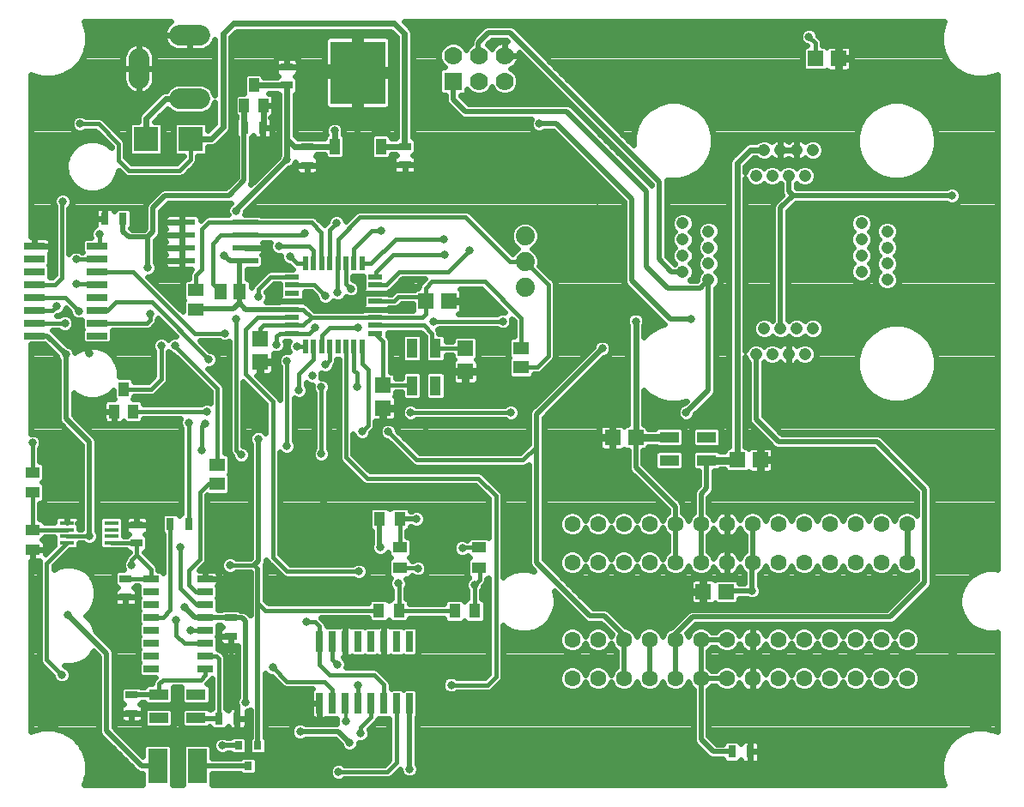
<source format=gbl>
G75*
%MOIN*%
%OFA0B0*%
%FSLAX25Y25*%
%IPPOS*%
%LPD*%
%AMOC8*
5,1,8,0,0,1.08239X$1,22.5*
%
%ADD10R,0.06000X0.06000*%
%ADD11R,0.04724X0.03150*%
%ADD12R,0.03150X0.04724*%
%ADD13R,0.02600X0.08000*%
%ADD14R,0.05800X0.02000*%
%ADD15R,0.02000X0.05800*%
%ADD16R,0.21260X0.24409*%
%ADD17R,0.03937X0.06299*%
%ADD18C,0.07874*%
%ADD19R,0.07480X0.04331*%
%ADD20R,0.05118X0.05906*%
%ADD21R,0.05906X0.05118*%
%ADD22C,0.04756*%
%ADD23R,0.09843X0.02205*%
%ADD24R,0.03900X0.05200*%
%ADD25R,0.06000X0.02500*%
%ADD26R,0.04331X0.07480*%
%ADD27R,0.07000X0.07000*%
%ADD28C,0.07000*%
%ADD29C,0.06299*%
%ADD30R,0.05512X0.04331*%
%ADD31R,0.07480X0.13386*%
%ADD32R,0.03100X0.03500*%
%ADD33R,0.09449X0.09449*%
%ADD34R,0.05709X0.01772*%
%ADD35C,0.07400*%
%ADD36R,0.03937X0.05512*%
%ADD37R,0.04331X0.05512*%
%ADD38R,0.08000X0.02600*%
%ADD39C,0.02362*%
%ADD40C,0.03175*%
%ADD41C,0.01600*%
%ADD42C,0.01575*%
%ADD43C,0.01969*%
%ADD44C,0.01181*%
%ADD45C,0.03150*%
D10*
X0148244Y0157748D03*
X0148244Y0166748D03*
X0180134Y0171921D03*
X0180134Y0180921D03*
X0173701Y0199346D03*
X0164701Y0199346D03*
X0100528Y0184622D03*
X0100528Y0175622D03*
X0237276Y0146276D03*
X0246276Y0146276D03*
X0285646Y0137614D03*
X0294646Y0137614D03*
X0281551Y0086512D03*
X0272551Y0086512D03*
X0316000Y0293638D03*
X0325000Y0293638D03*
D11*
X0156630Y0259465D03*
X0156630Y0252378D03*
X0118717Y0252181D03*
X0118717Y0259268D03*
X0110843Y0283283D03*
X0110843Y0290370D03*
X0052575Y0112417D03*
X0052575Y0105331D03*
X0048244Y0091551D03*
X0048244Y0084465D03*
X0089071Y0076236D03*
X0089071Y0069150D03*
X0050606Y0046276D03*
X0050606Y0039189D03*
D12*
X0084465Y0037220D03*
X0091551Y0037220D03*
X0072654Y0112811D03*
X0065567Y0112811D03*
X0047260Y0231315D03*
X0040173Y0231315D03*
X0094386Y0266866D03*
X0101472Y0266866D03*
X0283677Y0024228D03*
X0290764Y0024228D03*
D13*
X0158539Y0042955D03*
X0153539Y0042955D03*
X0148539Y0042955D03*
X0143539Y0042955D03*
X0138539Y0042955D03*
X0133539Y0042955D03*
X0128539Y0042955D03*
X0123539Y0042955D03*
X0123539Y0067155D03*
X0128539Y0067155D03*
X0133539Y0067155D03*
X0138539Y0067155D03*
X0143539Y0067155D03*
X0148539Y0067155D03*
X0153539Y0067155D03*
X0158539Y0067155D03*
D14*
X0145231Y0186811D03*
X0145231Y0189911D03*
X0145231Y0193111D03*
X0145231Y0196211D03*
X0145231Y0199411D03*
X0145231Y0202511D03*
X0145231Y0205711D03*
X0145231Y0208811D03*
X0112831Y0208811D03*
X0112831Y0205711D03*
X0112831Y0202511D03*
X0112831Y0199411D03*
X0112831Y0196211D03*
X0112831Y0193111D03*
X0112831Y0189911D03*
X0112831Y0186811D03*
D15*
X0118031Y0181611D03*
X0121131Y0181611D03*
X0124331Y0181611D03*
X0127431Y0181611D03*
X0130631Y0181611D03*
X0133731Y0181611D03*
X0136931Y0181611D03*
X0140031Y0181611D03*
X0140031Y0214011D03*
X0136931Y0214011D03*
X0133731Y0214011D03*
X0130631Y0214011D03*
X0127431Y0214011D03*
X0124331Y0214011D03*
X0121131Y0214011D03*
X0118031Y0214011D03*
D16*
X0138402Y0288205D03*
D17*
X0147378Y0259465D03*
X0129425Y0259465D03*
D18*
X0076984Y0278008D02*
X0069110Y0278008D01*
X0053362Y0285882D02*
X0053362Y0293756D01*
X0069110Y0302811D02*
X0076984Y0302811D01*
D19*
X0259307Y0146512D03*
X0259307Y0137457D03*
X0273874Y0137457D03*
X0273874Y0146512D03*
X0075567Y0046433D03*
X0075567Y0037378D03*
X0061000Y0037378D03*
X0061000Y0046433D03*
D20*
X0085055Y0202969D03*
X0092535Y0202969D03*
D21*
X0075409Y0203559D03*
X0075409Y0196079D03*
X0083913Y0135803D03*
X0083913Y0128323D03*
X0201787Y0173638D03*
X0201787Y0181118D03*
D22*
X0264583Y0210764D03*
X0264583Y0217063D03*
X0264583Y0223362D03*
X0264583Y0229661D03*
X0274583Y0226512D03*
X0274583Y0220213D03*
X0274583Y0213913D03*
X0274583Y0207614D03*
X0296197Y0188756D03*
X0302496Y0188756D03*
X0308795Y0188756D03*
X0315094Y0188756D03*
X0311945Y0178756D03*
X0305646Y0178756D03*
X0299346Y0178756D03*
X0293047Y0178756D03*
X0333953Y0210764D03*
X0333953Y0217063D03*
X0333953Y0223362D03*
X0333953Y0229661D03*
X0343953Y0226512D03*
X0343953Y0220213D03*
X0343953Y0213913D03*
X0343953Y0207614D03*
X0311945Y0248126D03*
X0305646Y0248126D03*
X0299346Y0248126D03*
X0293047Y0248126D03*
X0296197Y0258126D03*
X0302496Y0258126D03*
X0308795Y0258126D03*
X0315094Y0258126D03*
D23*
X0094755Y0229957D03*
X0094755Y0224957D03*
X0094755Y0219957D03*
X0094755Y0214957D03*
X0070237Y0214957D03*
X0070237Y0219957D03*
X0070237Y0224957D03*
X0070237Y0229957D03*
D24*
X0094269Y0275346D03*
X0101669Y0275346D03*
X0097969Y0283346D03*
D25*
X0079209Y0091453D03*
X0079209Y0086453D03*
X0079209Y0081453D03*
X0079209Y0076453D03*
X0079209Y0071453D03*
X0079209Y0066453D03*
X0079209Y0061453D03*
X0079209Y0056453D03*
X0057988Y0056453D03*
X0057988Y0061453D03*
X0057988Y0066453D03*
X0057988Y0071453D03*
X0057988Y0076453D03*
X0057988Y0081453D03*
X0057988Y0086453D03*
X0057988Y0091453D03*
D26*
X0159425Y0166512D03*
X0168480Y0166512D03*
X0168480Y0181079D03*
X0159425Y0181079D03*
D27*
X0175409Y0284858D03*
D28*
X0185409Y0284858D03*
X0185409Y0294858D03*
X0175409Y0294858D03*
X0195409Y0294858D03*
X0195409Y0284858D03*
D29*
X0221630Y0112772D03*
X0231630Y0112772D03*
X0241630Y0112772D03*
X0251630Y0112772D03*
X0261630Y0112772D03*
X0271630Y0112772D03*
X0281630Y0112772D03*
X0291630Y0112772D03*
X0301630Y0112772D03*
X0311630Y0112772D03*
X0321630Y0112772D03*
X0331630Y0112772D03*
X0341630Y0112772D03*
X0351630Y0112772D03*
X0351630Y0097772D03*
X0341630Y0097772D03*
X0331630Y0097772D03*
X0321630Y0097772D03*
X0311630Y0097772D03*
X0301630Y0097772D03*
X0291630Y0097772D03*
X0281630Y0097772D03*
X0271630Y0097772D03*
X0261630Y0097772D03*
X0251630Y0097772D03*
X0241630Y0097772D03*
X0231630Y0097772D03*
X0221630Y0097772D03*
X0221630Y0067772D03*
X0231630Y0067772D03*
X0241630Y0067772D03*
X0251630Y0067772D03*
X0261630Y0067772D03*
X0271630Y0067772D03*
X0281630Y0067772D03*
X0291630Y0067772D03*
X0301630Y0067772D03*
X0311630Y0067772D03*
X0321630Y0067772D03*
X0331630Y0067772D03*
X0341630Y0067772D03*
X0351630Y0067772D03*
X0351630Y0052772D03*
X0341630Y0052772D03*
X0331630Y0052772D03*
X0321630Y0052772D03*
X0311630Y0052772D03*
X0301630Y0052772D03*
X0291630Y0052772D03*
X0281630Y0052772D03*
X0271630Y0052772D03*
X0261630Y0052772D03*
X0251630Y0052772D03*
X0241630Y0052772D03*
X0231630Y0052772D03*
X0221630Y0052772D03*
D30*
X0185449Y0095685D03*
X0185449Y0103559D03*
X0154740Y0103559D03*
X0154740Y0095685D03*
X0012024Y0102575D03*
X0012024Y0110449D03*
X0012024Y0125016D03*
X0012024Y0132890D03*
D31*
X0060646Y0018717D03*
X0076000Y0018717D03*
D32*
X0091982Y0026654D03*
X0099582Y0026654D03*
X0095782Y0018654D03*
D33*
X0073441Y0262417D03*
X0056118Y0262417D03*
D34*
X0042732Y0113106D03*
X0042732Y0110547D03*
X0042732Y0107988D03*
X0042732Y0105429D03*
X0025409Y0105429D03*
X0025409Y0107988D03*
X0025409Y0110547D03*
X0025409Y0113106D03*
D35*
X0203362Y0204740D03*
X0203362Y0214740D03*
X0203362Y0224740D03*
D36*
X0051197Y0156512D03*
X0043717Y0156512D03*
X0047457Y0165173D03*
D37*
X0146866Y0114780D03*
X0154740Y0114780D03*
X0154346Y0079150D03*
X0146472Y0079150D03*
X0176000Y0078953D03*
X0183874Y0078953D03*
D38*
X0037116Y0185862D03*
X0037116Y0190862D03*
X0037116Y0195862D03*
X0037116Y0200862D03*
X0037116Y0205862D03*
X0037116Y0210862D03*
X0037116Y0215862D03*
X0037116Y0220862D03*
X0012916Y0220862D03*
X0012916Y0215862D03*
X0012916Y0210862D03*
X0012916Y0205862D03*
X0012916Y0200862D03*
X0012916Y0195862D03*
X0012916Y0190862D03*
X0012916Y0185862D03*
D39*
X0032354Y0011954D02*
X0032024Y0011382D01*
X0054924Y0011382D01*
X0054924Y0015751D01*
X0053953Y0015751D01*
X0052864Y0016203D01*
X0038250Y0030816D01*
X0037798Y0031906D01*
X0037798Y0061189D01*
X0035628Y0063359D01*
X0034725Y0061795D01*
X0032686Y0059755D01*
X0030188Y0058313D01*
X0027403Y0057567D01*
X0024519Y0057567D01*
X0024510Y0057569D01*
X0025462Y0057175D01*
X0026466Y0056171D01*
X0027009Y0054859D01*
X0027009Y0053440D01*
X0026466Y0052128D01*
X0025462Y0051124D01*
X0024151Y0050581D01*
X0022731Y0050581D01*
X0021420Y0051124D01*
X0020416Y0052128D01*
X0019872Y0053440D01*
X0019872Y0053803D01*
X0015188Y0058487D01*
X0014767Y0059504D01*
X0014767Y0060606D01*
X0014767Y0098106D01*
X0014818Y0098228D01*
X0012024Y0098228D01*
X0012024Y0102575D01*
X0016961Y0102575D01*
X0016961Y0105027D01*
X0016812Y0105582D01*
X0016525Y0106079D01*
X0016119Y0106485D01*
X0015906Y0106608D01*
X0016761Y0107463D01*
X0016761Y0107779D01*
X0020574Y0107779D01*
X0020574Y0104509D01*
X0016961Y0100896D01*
X0016961Y0102575D01*
X0012024Y0102575D01*
X0012024Y0102575D01*
X0012024Y0102575D01*
X0012024Y0098228D01*
X0011382Y0098228D01*
X0011382Y0032024D01*
X0011954Y0032354D01*
X0015891Y0033409D01*
X0019967Y0033409D01*
X0023904Y0032354D01*
X0027434Y0030316D01*
X0030316Y0027434D01*
X0032354Y0023904D01*
X0033409Y0019967D01*
X0033409Y0015891D01*
X0032354Y0011954D01*
X0032164Y0011624D02*
X0054924Y0011624D01*
X0054924Y0013985D02*
X0032899Y0013985D01*
X0033409Y0016345D02*
X0052721Y0016345D01*
X0050360Y0018706D02*
X0033409Y0018706D01*
X0033115Y0021067D02*
X0047999Y0021067D01*
X0045639Y0023428D02*
X0032482Y0023428D01*
X0031267Y0025788D02*
X0043278Y0025788D01*
X0040917Y0028149D02*
X0029602Y0028149D01*
X0027100Y0030510D02*
X0038556Y0030510D01*
X0037798Y0032870D02*
X0021979Y0032870D01*
X0013879Y0032870D02*
X0011382Y0032870D01*
X0011382Y0035231D02*
X0037798Y0035231D01*
X0037798Y0037592D02*
X0011382Y0037592D01*
X0011382Y0039953D02*
X0037798Y0039953D01*
X0037798Y0042313D02*
X0011382Y0042313D01*
X0011382Y0044674D02*
X0037798Y0044674D01*
X0037798Y0047035D02*
X0011382Y0047035D01*
X0011382Y0049395D02*
X0037798Y0049395D01*
X0037798Y0051756D02*
X0026094Y0051756D01*
X0027009Y0054117D02*
X0037798Y0054117D01*
X0037798Y0056478D02*
X0026160Y0056478D01*
X0031097Y0058838D02*
X0037798Y0058838D01*
X0037788Y0061199D02*
X0034129Y0061199D01*
X0041454Y0065920D02*
X0053007Y0065920D01*
X0053007Y0064382D02*
X0053436Y0063953D01*
X0053007Y0063523D01*
X0053007Y0059382D01*
X0053436Y0058953D01*
X0053007Y0058523D01*
X0053007Y0054382D01*
X0054168Y0053222D01*
X0059936Y0053222D01*
X0059668Y0052953D01*
X0058889Y0052175D01*
X0058468Y0051157D01*
X0058468Y0050580D01*
X0056439Y0050580D01*
X0055279Y0049419D01*
X0055279Y0049241D01*
X0054380Y0049241D01*
X0053789Y0049831D01*
X0047423Y0049831D01*
X0046263Y0048671D01*
X0046263Y0043880D01*
X0047367Y0042776D01*
X0046905Y0042509D01*
X0046499Y0042103D01*
X0046212Y0041606D01*
X0046063Y0041051D01*
X0046063Y0039189D01*
X0050606Y0039189D01*
X0050606Y0039189D01*
X0046063Y0039189D01*
X0046063Y0037327D01*
X0046212Y0036772D01*
X0046499Y0036275D01*
X0046905Y0035869D01*
X0047402Y0035582D01*
X0047957Y0035433D01*
X0050606Y0035433D01*
X0050606Y0039189D01*
X0050606Y0039189D01*
X0050606Y0035433D01*
X0053256Y0035433D01*
X0053810Y0035582D01*
X0054308Y0035869D01*
X0054714Y0036275D01*
X0055001Y0036772D01*
X0055150Y0037327D01*
X0055150Y0039189D01*
X0055150Y0041051D01*
X0055001Y0041606D01*
X0054714Y0042103D01*
X0054308Y0042509D01*
X0053845Y0042776D01*
X0054380Y0043310D01*
X0055416Y0043310D01*
X0056439Y0042287D01*
X0065561Y0042287D01*
X0066721Y0043447D01*
X0066721Y0049413D01*
X0069846Y0049413D01*
X0069846Y0043447D01*
X0071006Y0042287D01*
X0080128Y0042287D01*
X0081288Y0043447D01*
X0081288Y0049419D01*
X0080128Y0050580D01*
X0079692Y0050580D01*
X0079725Y0050613D01*
X0080777Y0051665D01*
X0081556Y0052444D01*
X0081696Y0052783D01*
X0081696Y0041191D01*
X0081079Y0040573D01*
X0080128Y0041524D01*
X0071006Y0041524D01*
X0069846Y0040364D01*
X0069846Y0034392D01*
X0071006Y0033231D01*
X0080128Y0033231D01*
X0080921Y0034025D01*
X0082069Y0032877D01*
X0086860Y0032877D01*
X0087964Y0033981D01*
X0088231Y0033519D01*
X0088637Y0033113D01*
X0089134Y0032826D01*
X0089689Y0032677D01*
X0091551Y0032677D01*
X0091551Y0037220D01*
X0091551Y0037220D01*
X0091551Y0032677D01*
X0093413Y0032677D01*
X0093968Y0032826D01*
X0094465Y0033113D01*
X0094871Y0033519D01*
X0095158Y0034016D01*
X0095307Y0034571D01*
X0095307Y0037220D01*
X0091551Y0037220D01*
X0091551Y0037221D01*
X0091551Y0041764D01*
X0089689Y0041764D01*
X0089134Y0041615D01*
X0088637Y0041328D01*
X0088231Y0040922D01*
X0087964Y0040460D01*
X0087233Y0041191D01*
X0087233Y0061000D01*
X0086812Y0062017D01*
X0086033Y0062796D01*
X0085029Y0063800D01*
X0084024Y0064216D01*
X0084190Y0064382D01*
X0084190Y0068523D01*
X0083760Y0068953D01*
X0084190Y0069382D01*
X0084190Y0073487D01*
X0085081Y0073487D01*
X0085832Y0072737D01*
X0085369Y0072470D01*
X0084963Y0072064D01*
X0084676Y0071566D01*
X0084528Y0071012D01*
X0084528Y0069150D01*
X0089071Y0069150D01*
X0089071Y0069150D01*
X0089071Y0069149D02*
X0089071Y0065394D01*
X0091720Y0065394D01*
X0091735Y0065398D01*
X0091735Y0045601D01*
X0091676Y0045541D01*
X0091132Y0044230D01*
X0091132Y0042810D01*
X0091566Y0041764D01*
X0091551Y0041764D01*
X0091551Y0037221D01*
X0091551Y0037221D01*
X0095307Y0037221D01*
X0095307Y0039870D01*
X0095285Y0039951D01*
X0095411Y0039951D01*
X0096617Y0040451D01*
X0096617Y0029790D01*
X0096051Y0029224D01*
X0096051Y0024083D01*
X0097211Y0022922D01*
X0101952Y0022922D01*
X0103113Y0024083D01*
X0103113Y0029224D01*
X0102547Y0029790D01*
X0102547Y0054642D01*
X0103309Y0053880D01*
X0104621Y0053337D01*
X0104984Y0053337D01*
X0109274Y0049047D01*
X0110292Y0048625D01*
X0120825Y0048625D01*
X0120494Y0048294D01*
X0120207Y0047797D01*
X0120058Y0047242D01*
X0120058Y0042955D01*
X0120058Y0038668D01*
X0120207Y0038113D01*
X0120494Y0037616D01*
X0120900Y0037210D01*
X0121397Y0036923D01*
X0121952Y0036774D01*
X0123539Y0036774D01*
X0123539Y0042955D01*
X0120058Y0042955D01*
X0123539Y0042955D01*
X0123539Y0042955D01*
X0123539Y0042955D01*
X0123539Y0036774D01*
X0125127Y0036774D01*
X0125681Y0036923D01*
X0126179Y0037210D01*
X0126181Y0037212D01*
X0126419Y0036974D01*
X0130202Y0036974D01*
X0130109Y0036749D01*
X0130109Y0035330D01*
X0130217Y0035068D01*
X0118042Y0035068D01*
X0117982Y0035128D01*
X0116670Y0035671D01*
X0115251Y0035671D01*
X0113939Y0035128D01*
X0112935Y0034124D01*
X0112392Y0032812D01*
X0112392Y0031393D01*
X0112935Y0030081D01*
X0113939Y0029077D01*
X0115251Y0028534D01*
X0116670Y0028534D01*
X0117982Y0029077D01*
X0118042Y0029137D01*
X0129693Y0029137D01*
X0131683Y0027147D01*
X0131683Y0027062D01*
X0132227Y0025750D01*
X0133231Y0024746D01*
X0134542Y0024203D01*
X0135962Y0024203D01*
X0137273Y0024746D01*
X0138277Y0025750D01*
X0138820Y0027062D01*
X0138820Y0027768D01*
X0138873Y0027746D01*
X0140292Y0027746D01*
X0141604Y0028290D01*
X0142608Y0029294D01*
X0143151Y0030605D01*
X0143151Y0032025D01*
X0142769Y0032948D01*
X0145088Y0035267D01*
X0145867Y0036046D01*
X0146288Y0037063D01*
X0146288Y0037105D01*
X0146419Y0036974D01*
X0150594Y0036974D01*
X0150594Y0021044D01*
X0148672Y0019123D01*
X0133199Y0019123D01*
X0132943Y0019380D01*
X0131631Y0019923D01*
X0130211Y0019923D01*
X0128900Y0019380D01*
X0127896Y0018376D01*
X0127353Y0017064D01*
X0127353Y0015645D01*
X0127896Y0014333D01*
X0128900Y0013329D01*
X0130211Y0012786D01*
X0131631Y0012786D01*
X0132943Y0013329D01*
X0133199Y0013586D01*
X0150370Y0013586D01*
X0151387Y0014007D01*
X0154912Y0017532D01*
X0154912Y0016826D01*
X0155455Y0015514D01*
X0156459Y0014510D01*
X0157770Y0013967D01*
X0159190Y0013967D01*
X0160502Y0014510D01*
X0161506Y0015514D01*
X0162049Y0016826D01*
X0162049Y0018245D01*
X0161506Y0019557D01*
X0161446Y0019617D01*
X0161446Y0037760D01*
X0161820Y0038135D01*
X0161820Y0047776D01*
X0160660Y0048936D01*
X0156419Y0048936D01*
X0156039Y0048557D01*
X0155660Y0048936D01*
X0151419Y0048936D01*
X0151308Y0048825D01*
X0151308Y0050862D01*
X0150886Y0051879D01*
X0147048Y0055718D01*
X0146269Y0056497D01*
X0145251Y0056918D01*
X0133906Y0056918D01*
X0134096Y0057377D01*
X0134096Y0058796D01*
X0133553Y0060108D01*
X0132687Y0060974D01*
X0133539Y0060974D01*
X0133539Y0067155D01*
X0133539Y0067155D01*
X0133539Y0073336D01*
X0131952Y0073336D01*
X0131397Y0073188D01*
X0130900Y0072900D01*
X0130898Y0072898D01*
X0130660Y0073136D01*
X0126419Y0073136D01*
X0126308Y0073025D01*
X0126308Y0073500D01*
X0125886Y0074517D01*
X0125108Y0075296D01*
X0125108Y0075296D01*
X0124213Y0076190D01*
X0124213Y0076190D01*
X0124022Y0076381D01*
X0142326Y0076381D01*
X0142326Y0075573D01*
X0143486Y0074413D01*
X0149458Y0074413D01*
X0150409Y0075364D01*
X0151360Y0074413D01*
X0157332Y0074413D01*
X0158493Y0075573D01*
X0158493Y0076184D01*
X0171854Y0076184D01*
X0171854Y0075376D01*
X0173014Y0074216D01*
X0178986Y0074216D01*
X0179937Y0075167D01*
X0180888Y0074216D01*
X0186860Y0074216D01*
X0188020Y0075376D01*
X0188020Y0082529D01*
X0186860Y0083690D01*
X0186446Y0083690D01*
X0186446Y0086911D01*
X0186702Y0087168D01*
X0187246Y0088479D01*
X0187246Y0088824D01*
X0188003Y0089582D01*
X0188427Y0090604D01*
X0188427Y0091539D01*
X0189025Y0091539D01*
X0189176Y0091690D01*
X0189176Y0054509D01*
X0187649Y0052981D01*
X0176900Y0052981D01*
X0176643Y0053238D01*
X0175332Y0053781D01*
X0173912Y0053781D01*
X0172601Y0053238D01*
X0171597Y0052234D01*
X0171054Y0050922D01*
X0171054Y0049503D01*
X0171597Y0048191D01*
X0172601Y0047187D01*
X0173912Y0046644D01*
X0175332Y0046644D01*
X0176643Y0047187D01*
X0176900Y0047444D01*
X0189346Y0047444D01*
X0190363Y0047866D01*
X0193513Y0051015D01*
X0194292Y0051794D01*
X0194713Y0052812D01*
X0194713Y0073331D01*
X0195258Y0072787D01*
X0198092Y0071150D01*
X0201253Y0070303D01*
X0204526Y0070303D01*
X0207687Y0071150D01*
X0210521Y0072787D01*
X0212836Y0075101D01*
X0214472Y0077935D01*
X0215319Y0081096D01*
X0215319Y0084369D01*
X0214710Y0086639D01*
X0226879Y0074470D01*
X0227969Y0074019D01*
X0232843Y0074019D01*
X0236959Y0069902D01*
X0236630Y0069108D01*
X0235980Y0070678D01*
X0234536Y0072121D01*
X0232650Y0072902D01*
X0230609Y0072902D01*
X0228724Y0072121D01*
X0227280Y0070678D01*
X0226630Y0069108D01*
X0225980Y0070678D01*
X0224536Y0072121D01*
X0222650Y0072902D01*
X0220609Y0072902D01*
X0218724Y0072121D01*
X0217280Y0070678D01*
X0216499Y0068792D01*
X0216499Y0066751D01*
X0217280Y0064865D01*
X0218724Y0063422D01*
X0220609Y0062641D01*
X0222650Y0062641D01*
X0224536Y0063422D01*
X0225980Y0064865D01*
X0226630Y0066436D01*
X0227280Y0064865D01*
X0228724Y0063422D01*
X0230609Y0062641D01*
X0232650Y0062641D01*
X0234536Y0063422D01*
X0235980Y0064865D01*
X0236630Y0066436D01*
X0237280Y0064865D01*
X0238665Y0063481D01*
X0238665Y0057062D01*
X0237280Y0055678D01*
X0236630Y0054108D01*
X0235980Y0055678D01*
X0234536Y0057121D01*
X0232650Y0057902D01*
X0230609Y0057902D01*
X0228724Y0057121D01*
X0227280Y0055678D01*
X0226630Y0054108D01*
X0225980Y0055678D01*
X0224536Y0057121D01*
X0222650Y0057902D01*
X0220609Y0057902D01*
X0218724Y0057121D01*
X0217280Y0055678D01*
X0216499Y0053792D01*
X0216499Y0051751D01*
X0217280Y0049865D01*
X0218724Y0048422D01*
X0220609Y0047641D01*
X0222650Y0047641D01*
X0224536Y0048422D01*
X0225980Y0049865D01*
X0226630Y0051436D01*
X0227280Y0049865D01*
X0228724Y0048422D01*
X0230609Y0047641D01*
X0232650Y0047641D01*
X0234536Y0048422D01*
X0235980Y0049865D01*
X0236630Y0051436D01*
X0237280Y0049865D01*
X0238724Y0048422D01*
X0240609Y0047641D01*
X0242650Y0047641D01*
X0244536Y0048422D01*
X0245980Y0049865D01*
X0246630Y0051436D01*
X0247280Y0049865D01*
X0248724Y0048422D01*
X0250609Y0047641D01*
X0252650Y0047641D01*
X0254536Y0048422D01*
X0255980Y0049865D01*
X0256630Y0051436D01*
X0257280Y0049865D01*
X0258724Y0048422D01*
X0260609Y0047641D01*
X0262650Y0047641D01*
X0264536Y0048422D01*
X0265980Y0049865D01*
X0266630Y0051436D01*
X0267280Y0049865D01*
X0268665Y0048481D01*
X0268665Y0028599D01*
X0269116Y0027509D01*
X0274911Y0021714D01*
X0276001Y0021263D01*
X0280121Y0021263D01*
X0280121Y0021046D01*
X0281282Y0019885D01*
X0286073Y0019885D01*
X0287177Y0020989D01*
X0287444Y0020527D01*
X0287850Y0020121D01*
X0288347Y0019834D01*
X0288902Y0019685D01*
X0290764Y0019685D01*
X0292626Y0019685D01*
X0293180Y0019834D01*
X0293678Y0020121D01*
X0294084Y0020527D01*
X0294371Y0021024D01*
X0294520Y0021579D01*
X0294520Y0024228D01*
X0290764Y0024228D01*
X0290764Y0019685D01*
X0290764Y0024228D01*
X0290764Y0024228D01*
X0290764Y0024228D01*
X0294520Y0024228D01*
X0294520Y0026878D01*
X0294371Y0027432D01*
X0294084Y0027930D01*
X0293678Y0028336D01*
X0293180Y0028623D01*
X0292626Y0028772D01*
X0290764Y0028772D01*
X0290764Y0024228D01*
X0290764Y0024228D01*
X0290764Y0028772D01*
X0288902Y0028772D01*
X0288347Y0028623D01*
X0287850Y0028336D01*
X0287444Y0027930D01*
X0287177Y0027467D01*
X0286073Y0028572D01*
X0281282Y0028572D01*
X0280121Y0027411D01*
X0280121Y0027194D01*
X0277819Y0027194D01*
X0274595Y0030417D01*
X0274595Y0048481D01*
X0275920Y0049806D01*
X0277339Y0049806D01*
X0278724Y0048422D01*
X0280609Y0047641D01*
X0282650Y0047641D01*
X0284536Y0048422D01*
X0285980Y0049865D01*
X0286534Y0051204D01*
X0286690Y0050725D01*
X0287071Y0049978D01*
X0287564Y0049299D01*
X0288157Y0048706D01*
X0288836Y0048212D01*
X0289584Y0047831D01*
X0290382Y0047572D01*
X0291210Y0047441D01*
X0291630Y0047441D01*
X0292049Y0047441D01*
X0292878Y0047572D01*
X0293676Y0047831D01*
X0294424Y0048212D01*
X0295103Y0048706D01*
X0295696Y0049299D01*
X0296189Y0049978D01*
X0296570Y0050725D01*
X0296726Y0051204D01*
X0297280Y0049865D01*
X0298724Y0048422D01*
X0300609Y0047641D01*
X0302650Y0047641D01*
X0304536Y0048422D01*
X0305980Y0049865D01*
X0306630Y0051436D01*
X0307280Y0049865D01*
X0308724Y0048422D01*
X0310609Y0047641D01*
X0312650Y0047641D01*
X0314536Y0048422D01*
X0315980Y0049865D01*
X0316630Y0051436D01*
X0317280Y0049865D01*
X0318724Y0048422D01*
X0320609Y0047641D01*
X0322650Y0047641D01*
X0324536Y0048422D01*
X0325980Y0049865D01*
X0326630Y0051436D01*
X0327280Y0049865D01*
X0328724Y0048422D01*
X0330609Y0047641D01*
X0332650Y0047641D01*
X0334536Y0048422D01*
X0335980Y0049865D01*
X0336630Y0051436D01*
X0337280Y0049865D01*
X0338724Y0048422D01*
X0340609Y0047641D01*
X0342650Y0047641D01*
X0344536Y0048422D01*
X0345980Y0049865D01*
X0346630Y0051436D01*
X0347280Y0049865D01*
X0348724Y0048422D01*
X0350609Y0047641D01*
X0352650Y0047641D01*
X0354536Y0048422D01*
X0355980Y0049865D01*
X0356761Y0051751D01*
X0356761Y0053792D01*
X0355980Y0055678D01*
X0354536Y0057121D01*
X0352650Y0057902D01*
X0350609Y0057902D01*
X0348724Y0057121D01*
X0347280Y0055678D01*
X0346630Y0054108D01*
X0345980Y0055678D01*
X0344536Y0057121D01*
X0342650Y0057902D01*
X0340609Y0057902D01*
X0338724Y0057121D01*
X0337280Y0055678D01*
X0336630Y0054108D01*
X0335980Y0055678D01*
X0334536Y0057121D01*
X0332650Y0057902D01*
X0330609Y0057902D01*
X0328724Y0057121D01*
X0327280Y0055678D01*
X0326630Y0054108D01*
X0325980Y0055678D01*
X0324536Y0057121D01*
X0322650Y0057902D01*
X0320609Y0057902D01*
X0318724Y0057121D01*
X0317280Y0055678D01*
X0316630Y0054108D01*
X0315980Y0055678D01*
X0314536Y0057121D01*
X0312650Y0057902D01*
X0310609Y0057902D01*
X0308724Y0057121D01*
X0307280Y0055678D01*
X0306630Y0054108D01*
X0305980Y0055678D01*
X0304536Y0057121D01*
X0302650Y0057902D01*
X0300609Y0057902D01*
X0298724Y0057121D01*
X0297280Y0055678D01*
X0296726Y0054339D01*
X0296570Y0054818D01*
X0296189Y0055566D01*
X0295696Y0056244D01*
X0295103Y0056838D01*
X0294424Y0057331D01*
X0293676Y0057712D01*
X0292878Y0057971D01*
X0292049Y0058102D01*
X0291630Y0058102D01*
X0291630Y0052772D01*
X0291630Y0052772D01*
X0291630Y0058102D01*
X0291210Y0058102D01*
X0290382Y0057971D01*
X0289584Y0057712D01*
X0288836Y0057331D01*
X0288157Y0056838D01*
X0287564Y0056244D01*
X0287071Y0055566D01*
X0286690Y0054818D01*
X0286534Y0054339D01*
X0285980Y0055678D01*
X0284536Y0057121D01*
X0282650Y0057902D01*
X0280609Y0057902D01*
X0278724Y0057121D01*
X0277339Y0055737D01*
X0275920Y0055737D01*
X0274595Y0057062D01*
X0274595Y0063481D01*
X0275920Y0064806D01*
X0277339Y0064806D01*
X0278724Y0063422D01*
X0280609Y0062641D01*
X0282650Y0062641D01*
X0284536Y0063422D01*
X0285980Y0064865D01*
X0286534Y0066204D01*
X0286690Y0065725D01*
X0287071Y0064978D01*
X0287564Y0064299D01*
X0288157Y0063706D01*
X0288836Y0063212D01*
X0289584Y0062831D01*
X0290382Y0062572D01*
X0291210Y0062441D01*
X0291630Y0062441D01*
X0292049Y0062441D01*
X0292878Y0062572D01*
X0293676Y0062831D01*
X0294424Y0063212D01*
X0295103Y0063706D01*
X0295696Y0064299D01*
X0296189Y0064978D01*
X0296570Y0065725D01*
X0296726Y0066204D01*
X0297280Y0064865D01*
X0298724Y0063422D01*
X0300609Y0062641D01*
X0302650Y0062641D01*
X0304536Y0063422D01*
X0305980Y0064865D01*
X0306630Y0066436D01*
X0307280Y0064865D01*
X0308724Y0063422D01*
X0310609Y0062641D01*
X0312650Y0062641D01*
X0314536Y0063422D01*
X0315980Y0064865D01*
X0316630Y0066436D01*
X0317280Y0064865D01*
X0318724Y0063422D01*
X0320609Y0062641D01*
X0322650Y0062641D01*
X0324536Y0063422D01*
X0325980Y0064865D01*
X0326630Y0066436D01*
X0327280Y0064865D01*
X0328724Y0063422D01*
X0330609Y0062641D01*
X0332650Y0062641D01*
X0334536Y0063422D01*
X0335980Y0064865D01*
X0336630Y0066436D01*
X0337280Y0064865D01*
X0338724Y0063422D01*
X0340609Y0062641D01*
X0342650Y0062641D01*
X0344536Y0063422D01*
X0345980Y0064865D01*
X0346630Y0066436D01*
X0347280Y0064865D01*
X0348724Y0063422D01*
X0350609Y0062641D01*
X0352650Y0062641D01*
X0354536Y0063422D01*
X0355980Y0064865D01*
X0356761Y0066751D01*
X0356761Y0068792D01*
X0355980Y0070678D01*
X0354536Y0072121D01*
X0352650Y0072902D01*
X0350609Y0072902D01*
X0348724Y0072121D01*
X0347280Y0070678D01*
X0346630Y0069108D01*
X0345980Y0070678D01*
X0344536Y0072121D01*
X0342650Y0072902D01*
X0340609Y0072902D01*
X0338724Y0072121D01*
X0337280Y0070678D01*
X0336630Y0069108D01*
X0335980Y0070678D01*
X0334536Y0072121D01*
X0332650Y0072902D01*
X0330609Y0072902D01*
X0328724Y0072121D01*
X0327280Y0070678D01*
X0326630Y0069108D01*
X0325980Y0070678D01*
X0324536Y0072121D01*
X0322650Y0072902D01*
X0320609Y0072902D01*
X0318724Y0072121D01*
X0317280Y0070678D01*
X0316630Y0069108D01*
X0315980Y0070678D01*
X0314536Y0072121D01*
X0312650Y0072902D01*
X0310609Y0072902D01*
X0308724Y0072121D01*
X0307280Y0070678D01*
X0306630Y0069108D01*
X0305980Y0070678D01*
X0304536Y0072121D01*
X0302650Y0072902D01*
X0300609Y0072902D01*
X0298724Y0072121D01*
X0297280Y0070678D01*
X0296726Y0069339D01*
X0296570Y0069818D01*
X0296189Y0070566D01*
X0295696Y0071244D01*
X0295103Y0071838D01*
X0294424Y0072331D01*
X0293676Y0072712D01*
X0292878Y0072971D01*
X0292049Y0073102D01*
X0291630Y0073102D01*
X0291630Y0067772D01*
X0291630Y0067772D01*
X0291630Y0073102D01*
X0291210Y0073102D01*
X0290382Y0072971D01*
X0289584Y0072712D01*
X0288836Y0072331D01*
X0288157Y0071838D01*
X0287564Y0071244D01*
X0287071Y0070566D01*
X0286690Y0069818D01*
X0286534Y0069339D01*
X0285980Y0070678D01*
X0284536Y0072121D01*
X0282650Y0072902D01*
X0280609Y0072902D01*
X0278724Y0072121D01*
X0277339Y0070737D01*
X0275920Y0070737D01*
X0274536Y0072121D01*
X0272650Y0072902D01*
X0270609Y0072902D01*
X0268724Y0072121D01*
X0267280Y0070678D01*
X0266630Y0069108D01*
X0266162Y0070236D01*
X0269551Y0073625D01*
X0345684Y0073625D01*
X0346774Y0074077D01*
X0347608Y0074911D01*
X0360160Y0087462D01*
X0360994Y0088297D01*
X0361446Y0089387D01*
X0361446Y0126787D01*
X0360994Y0127877D01*
X0341656Y0147215D01*
X0340566Y0147666D01*
X0303016Y0147666D01*
X0296013Y0154669D01*
X0296013Y0175557D01*
X0296197Y0175741D01*
X0296877Y0175060D01*
X0298479Y0174397D01*
X0300214Y0174397D01*
X0301816Y0175060D01*
X0302355Y0175599D01*
X0302676Y0175278D01*
X0303256Y0174857D01*
X0303896Y0174531D01*
X0304578Y0174309D01*
X0305287Y0174197D01*
X0305646Y0174197D01*
X0306004Y0174197D01*
X0306713Y0174309D01*
X0307396Y0174531D01*
X0308035Y0174857D01*
X0308616Y0175278D01*
X0308937Y0175599D01*
X0309476Y0175060D01*
X0311078Y0174397D01*
X0312812Y0174397D01*
X0314414Y0175060D01*
X0315640Y0176287D01*
X0316304Y0177889D01*
X0316304Y0179623D01*
X0315640Y0181225D01*
X0314414Y0182451D01*
X0312812Y0183115D01*
X0311078Y0183115D01*
X0309476Y0182451D01*
X0308937Y0181912D01*
X0308616Y0182233D01*
X0308035Y0182655D01*
X0307396Y0182981D01*
X0306713Y0183203D01*
X0306004Y0183315D01*
X0305646Y0183315D01*
X0305646Y0178756D01*
X0305646Y0178756D01*
X0305646Y0174197D01*
X0305646Y0178756D01*
X0305646Y0178756D01*
X0305646Y0183315D01*
X0305287Y0183315D01*
X0304578Y0183203D01*
X0303896Y0182981D01*
X0303256Y0182655D01*
X0302676Y0182233D01*
X0302355Y0181912D01*
X0301816Y0182451D01*
X0300214Y0183115D01*
X0298479Y0183115D01*
X0296877Y0182451D01*
X0296197Y0181771D01*
X0295516Y0182451D01*
X0293914Y0183115D01*
X0292180Y0183115D01*
X0290578Y0182451D01*
X0289352Y0181225D01*
X0288808Y0179912D01*
X0288808Y0246970D01*
X0289352Y0245657D01*
X0290578Y0244431D01*
X0292180Y0243767D01*
X0293914Y0243767D01*
X0295516Y0244431D01*
X0296197Y0245111D01*
X0296877Y0244431D01*
X0298479Y0243767D01*
X0300214Y0243767D01*
X0301816Y0244431D01*
X0302496Y0245111D01*
X0302680Y0244927D01*
X0302680Y0241434D01*
X0303116Y0240381D01*
X0300816Y0238081D01*
X0299982Y0237247D01*
X0299531Y0236157D01*
X0299531Y0191955D01*
X0299346Y0191771D01*
X0298666Y0192451D01*
X0297064Y0193115D01*
X0295330Y0193115D01*
X0293728Y0192451D01*
X0292501Y0191225D01*
X0291838Y0189623D01*
X0291838Y0187889D01*
X0292501Y0186287D01*
X0293728Y0185060D01*
X0295330Y0184397D01*
X0297064Y0184397D01*
X0298666Y0185060D01*
X0299346Y0185741D01*
X0300027Y0185060D01*
X0301629Y0184397D01*
X0303363Y0184397D01*
X0304965Y0185060D01*
X0305646Y0185741D01*
X0306326Y0185060D01*
X0307928Y0184397D01*
X0309662Y0184397D01*
X0311264Y0185060D01*
X0311945Y0185741D01*
X0312625Y0185060D01*
X0314227Y0184397D01*
X0315962Y0184397D01*
X0317564Y0185060D01*
X0318790Y0186287D01*
X0319454Y0187889D01*
X0319454Y0189623D01*
X0318790Y0191225D01*
X0317564Y0192451D01*
X0315962Y0193115D01*
X0314227Y0193115D01*
X0312625Y0192451D01*
X0311945Y0191771D01*
X0311264Y0192451D01*
X0309662Y0193115D01*
X0307928Y0193115D01*
X0306326Y0192451D01*
X0305646Y0191771D01*
X0305461Y0191955D01*
X0305461Y0234339D01*
X0308527Y0237405D01*
X0367029Y0237405D01*
X0367089Y0237345D01*
X0368400Y0236802D01*
X0369820Y0236802D01*
X0371132Y0237345D01*
X0372135Y0238349D01*
X0372679Y0239660D01*
X0372679Y0241080D01*
X0372135Y0242391D01*
X0371132Y0243395D01*
X0369820Y0243939D01*
X0368400Y0243939D01*
X0367089Y0243395D01*
X0367029Y0243335D01*
X0308611Y0243335D01*
X0308611Y0244927D01*
X0308795Y0245111D01*
X0309476Y0244431D01*
X0311078Y0243767D01*
X0312812Y0243767D01*
X0314414Y0244431D01*
X0315640Y0245657D01*
X0316304Y0247259D01*
X0316304Y0248993D01*
X0315640Y0250595D01*
X0314414Y0251821D01*
X0312812Y0252485D01*
X0311078Y0252485D01*
X0309476Y0251821D01*
X0308795Y0251141D01*
X0308115Y0251821D01*
X0306513Y0252485D01*
X0304779Y0252485D01*
X0303176Y0251821D01*
X0302496Y0251141D01*
X0301816Y0251821D01*
X0300214Y0252485D01*
X0298479Y0252485D01*
X0296877Y0251821D01*
X0296197Y0251141D01*
X0295516Y0251821D01*
X0293914Y0252485D01*
X0292180Y0252485D01*
X0290578Y0251821D01*
X0289352Y0250595D01*
X0288808Y0249282D01*
X0288808Y0251659D01*
X0292113Y0254964D01*
X0293194Y0254964D01*
X0293728Y0254431D01*
X0295330Y0253767D01*
X0297064Y0253767D01*
X0298666Y0254431D01*
X0299205Y0254970D01*
X0299526Y0254649D01*
X0300107Y0254227D01*
X0300746Y0253901D01*
X0301428Y0253679D01*
X0302137Y0253567D01*
X0302496Y0253567D01*
X0302496Y0258126D01*
X0302496Y0262685D01*
X0302137Y0262685D01*
X0301428Y0262573D01*
X0300746Y0262351D01*
X0300107Y0262025D01*
X0299526Y0261603D01*
X0299205Y0261282D01*
X0298666Y0261821D01*
X0297064Y0262485D01*
X0295330Y0262485D01*
X0293728Y0261821D01*
X0293194Y0261288D01*
X0290174Y0261288D01*
X0289012Y0260807D01*
X0283854Y0255649D01*
X0282965Y0254760D01*
X0282483Y0253598D01*
X0282483Y0142595D01*
X0281825Y0142595D01*
X0280665Y0141435D01*
X0280665Y0141013D01*
X0279025Y0141013D01*
X0278435Y0141603D01*
X0269313Y0141603D01*
X0268153Y0140443D01*
X0268153Y0134471D01*
X0269313Y0133310D01*
X0270869Y0133310D01*
X0270869Y0127819D01*
X0269116Y0126066D01*
X0268665Y0124976D01*
X0268665Y0117062D01*
X0267280Y0115678D01*
X0266630Y0114108D01*
X0265980Y0115678D01*
X0264595Y0117062D01*
X0264595Y0120094D01*
X0264144Y0121184D01*
X0263310Y0122018D01*
X0263310Y0122018D01*
X0249241Y0136087D01*
X0249241Y0141294D01*
X0250096Y0141294D01*
X0251257Y0142455D01*
X0251257Y0142720D01*
X0254392Y0142720D01*
X0254746Y0142365D01*
X0263868Y0142365D01*
X0265028Y0143526D01*
X0265028Y0149498D01*
X0263868Y0150658D01*
X0254746Y0150658D01*
X0253920Y0149831D01*
X0251257Y0149831D01*
X0251257Y0150096D01*
X0250096Y0151257D01*
X0249438Y0151257D01*
X0249438Y0164764D01*
X0251455Y0162747D01*
X0254985Y0160709D01*
X0258923Y0159654D01*
X0262999Y0159654D01*
X0266038Y0160468D01*
X0265257Y0159687D01*
X0265172Y0159687D01*
X0263860Y0159143D01*
X0262857Y0158139D01*
X0262313Y0156828D01*
X0262313Y0155408D01*
X0262857Y0154097D01*
X0263860Y0153093D01*
X0265172Y0152550D01*
X0266592Y0152550D01*
X0267903Y0153093D01*
X0268907Y0154097D01*
X0269450Y0155408D01*
X0269450Y0155493D01*
X0277097Y0163139D01*
X0277548Y0164229D01*
X0277548Y0204415D01*
X0278278Y0205145D01*
X0278942Y0206747D01*
X0278942Y0208481D01*
X0278278Y0210083D01*
X0277598Y0210764D01*
X0278278Y0211444D01*
X0278942Y0213046D01*
X0278942Y0214780D01*
X0278278Y0216383D01*
X0277598Y0217063D01*
X0278278Y0217743D01*
X0278942Y0219346D01*
X0278942Y0221080D01*
X0278278Y0222682D01*
X0277598Y0223362D01*
X0278278Y0224043D01*
X0278942Y0225645D01*
X0278942Y0227379D01*
X0278278Y0228981D01*
X0277052Y0230207D01*
X0275450Y0230871D01*
X0273716Y0230871D01*
X0272113Y0230207D01*
X0270887Y0228981D01*
X0270224Y0227379D01*
X0270224Y0225645D01*
X0270887Y0224043D01*
X0271568Y0223362D01*
X0270887Y0222682D01*
X0270224Y0221080D01*
X0270224Y0219346D01*
X0270887Y0217743D01*
X0271568Y0217063D01*
X0270887Y0216383D01*
X0270224Y0214780D01*
X0270224Y0213046D01*
X0270887Y0211444D01*
X0271568Y0210764D01*
X0270887Y0210083D01*
X0270224Y0208481D01*
X0270224Y0207509D01*
X0267492Y0207509D01*
X0268278Y0208295D01*
X0268942Y0209897D01*
X0268942Y0211631D01*
X0268278Y0213233D01*
X0267598Y0213913D01*
X0268278Y0214594D01*
X0268942Y0216196D01*
X0268942Y0217930D01*
X0268278Y0219532D01*
X0267598Y0220213D01*
X0268278Y0220893D01*
X0268942Y0222495D01*
X0268942Y0224229D01*
X0268278Y0225831D01*
X0267598Y0226512D01*
X0268278Y0227192D01*
X0268942Y0228794D01*
X0268942Y0230528D01*
X0268278Y0232131D01*
X0267052Y0233357D01*
X0265450Y0234020D01*
X0263716Y0234020D01*
X0262113Y0233357D01*
X0260887Y0232131D01*
X0260224Y0230528D01*
X0260224Y0228794D01*
X0260887Y0227192D01*
X0261568Y0226512D01*
X0260887Y0225831D01*
X0260224Y0224229D01*
X0260224Y0222495D01*
X0260887Y0220893D01*
X0261568Y0220213D01*
X0260887Y0219532D01*
X0260224Y0217930D01*
X0260224Y0216196D01*
X0260887Y0214594D01*
X0261568Y0213913D01*
X0261383Y0213729D01*
X0261362Y0213729D01*
X0258296Y0216795D01*
X0258296Y0246436D01*
X0258923Y0246268D01*
X0262999Y0246268D01*
X0266936Y0247323D01*
X0270466Y0249361D01*
X0273348Y0252243D01*
X0275386Y0255773D01*
X0276441Y0259710D01*
X0276441Y0263786D01*
X0275386Y0267723D01*
X0273348Y0271253D01*
X0270466Y0274135D01*
X0266936Y0276173D01*
X0262999Y0277228D01*
X0258923Y0277228D01*
X0254985Y0276173D01*
X0251455Y0274135D01*
X0248573Y0271253D01*
X0246535Y0267723D01*
X0245480Y0263786D01*
X0245480Y0259926D01*
X0199971Y0305436D01*
X0199136Y0306270D01*
X0198047Y0306721D01*
X0188599Y0306721D01*
X0187509Y0306270D01*
X0183572Y0302333D01*
X0182738Y0301499D01*
X0182287Y0300409D01*
X0182287Y0299487D01*
X0180763Y0297963D01*
X0180409Y0297110D01*
X0180056Y0297963D01*
X0178514Y0299505D01*
X0176500Y0300339D01*
X0174319Y0300339D01*
X0172305Y0299505D01*
X0170763Y0297963D01*
X0169928Y0295949D01*
X0169928Y0293768D01*
X0170763Y0291753D01*
X0172177Y0290339D01*
X0171089Y0290339D01*
X0169928Y0289179D01*
X0169928Y0280538D01*
X0171089Y0279377D01*
X0172444Y0279377D01*
X0172444Y0277182D01*
X0172896Y0276092D01*
X0173730Y0275258D01*
X0177620Y0271367D01*
X0178454Y0270533D01*
X0179544Y0270082D01*
X0205740Y0270082D01*
X0205306Y0269033D01*
X0205306Y0267613D01*
X0205849Y0266301D01*
X0206853Y0265298D01*
X0208164Y0264754D01*
X0209584Y0264754D01*
X0210895Y0265298D01*
X0210955Y0265357D01*
X0214339Y0265357D01*
X0241735Y0237961D01*
X0241735Y0206709D01*
X0242187Y0205619D01*
X0243021Y0204785D01*
X0257148Y0190659D01*
X0257558Y0190248D01*
X0254985Y0189559D01*
X0251455Y0187521D01*
X0249438Y0185503D01*
X0249438Y0189860D01*
X0249844Y0190841D01*
X0249844Y0192261D01*
X0249301Y0193573D01*
X0248297Y0194576D01*
X0246985Y0195120D01*
X0245566Y0195120D01*
X0244254Y0194576D01*
X0243250Y0193573D01*
X0242707Y0192261D01*
X0242707Y0190841D01*
X0243113Y0189860D01*
X0243113Y0151257D01*
X0242455Y0151257D01*
X0241917Y0150719D01*
X0241615Y0151021D01*
X0241117Y0151308D01*
X0240563Y0151457D01*
X0237594Y0151457D01*
X0237594Y0146595D01*
X0236957Y0146595D01*
X0236957Y0151457D01*
X0233988Y0151457D01*
X0233434Y0151308D01*
X0232936Y0151021D01*
X0232530Y0150615D01*
X0232243Y0150117D01*
X0232094Y0149563D01*
X0232094Y0146594D01*
X0236957Y0146594D01*
X0236957Y0145957D01*
X0237594Y0145957D01*
X0237594Y0141094D01*
X0240563Y0141094D01*
X0241117Y0141243D01*
X0241615Y0141530D01*
X0241917Y0141832D01*
X0242455Y0141294D01*
X0243310Y0141294D01*
X0243310Y0134268D01*
X0243762Y0133179D01*
X0244596Y0132344D01*
X0258665Y0118276D01*
X0258665Y0117062D01*
X0257280Y0115678D01*
X0256630Y0114108D01*
X0255980Y0115678D01*
X0254536Y0117121D01*
X0252650Y0117902D01*
X0250609Y0117902D01*
X0248724Y0117121D01*
X0247280Y0115678D01*
X0246630Y0114108D01*
X0245980Y0115678D01*
X0244536Y0117121D01*
X0242650Y0117902D01*
X0240609Y0117902D01*
X0238724Y0117121D01*
X0237280Y0115678D01*
X0236630Y0114108D01*
X0235980Y0115678D01*
X0234536Y0117121D01*
X0232650Y0117902D01*
X0230609Y0117902D01*
X0228724Y0117121D01*
X0227280Y0115678D01*
X0226630Y0114108D01*
X0225980Y0115678D01*
X0224536Y0117121D01*
X0222650Y0117902D01*
X0220609Y0117902D01*
X0218724Y0117121D01*
X0217280Y0115678D01*
X0216499Y0113792D01*
X0216499Y0111751D01*
X0217280Y0109865D01*
X0218724Y0108422D01*
X0220609Y0107641D01*
X0222650Y0107641D01*
X0224536Y0108422D01*
X0225980Y0109865D01*
X0226630Y0111436D01*
X0227280Y0109865D01*
X0228724Y0108422D01*
X0230609Y0107641D01*
X0232650Y0107641D01*
X0234536Y0108422D01*
X0235980Y0109865D01*
X0236630Y0111436D01*
X0237280Y0109865D01*
X0238724Y0108422D01*
X0240609Y0107641D01*
X0242650Y0107641D01*
X0244536Y0108422D01*
X0245980Y0109865D01*
X0246630Y0111436D01*
X0247280Y0109865D01*
X0248724Y0108422D01*
X0250609Y0107641D01*
X0252650Y0107641D01*
X0254536Y0108422D01*
X0255980Y0109865D01*
X0256630Y0111436D01*
X0257280Y0109865D01*
X0258665Y0108481D01*
X0258665Y0102062D01*
X0257280Y0100678D01*
X0256630Y0099108D01*
X0255980Y0100678D01*
X0254536Y0102121D01*
X0252650Y0102902D01*
X0250609Y0102902D01*
X0248724Y0102121D01*
X0247280Y0100678D01*
X0246630Y0099108D01*
X0245980Y0100678D01*
X0244536Y0102121D01*
X0242650Y0102902D01*
X0240609Y0102902D01*
X0238724Y0102121D01*
X0237280Y0100678D01*
X0236630Y0099108D01*
X0235980Y0100678D01*
X0234536Y0102121D01*
X0232650Y0102902D01*
X0230609Y0102902D01*
X0228724Y0102121D01*
X0227280Y0100678D01*
X0226630Y0099108D01*
X0225980Y0100678D01*
X0224536Y0102121D01*
X0222650Y0102902D01*
X0220609Y0102902D01*
X0218724Y0102121D01*
X0217280Y0100678D01*
X0216499Y0098792D01*
X0216499Y0096751D01*
X0217280Y0094865D01*
X0218724Y0093422D01*
X0220609Y0092641D01*
X0222650Y0092641D01*
X0224536Y0093422D01*
X0225980Y0094865D01*
X0226630Y0096436D01*
X0227280Y0094865D01*
X0228724Y0093422D01*
X0230609Y0092641D01*
X0232650Y0092641D01*
X0234536Y0093422D01*
X0235980Y0094865D01*
X0236630Y0096436D01*
X0237280Y0094865D01*
X0238724Y0093422D01*
X0240609Y0092641D01*
X0242650Y0092641D01*
X0244536Y0093422D01*
X0245980Y0094865D01*
X0246630Y0096436D01*
X0247280Y0094865D01*
X0248724Y0093422D01*
X0250609Y0092641D01*
X0252650Y0092641D01*
X0254536Y0093422D01*
X0255980Y0094865D01*
X0256630Y0096436D01*
X0257280Y0094865D01*
X0258724Y0093422D01*
X0260609Y0092641D01*
X0262650Y0092641D01*
X0264536Y0093422D01*
X0265980Y0094865D01*
X0266630Y0096436D01*
X0267280Y0094865D01*
X0268724Y0093422D01*
X0270609Y0092641D01*
X0272650Y0092641D01*
X0274536Y0093422D01*
X0275980Y0094865D01*
X0276534Y0096204D01*
X0276690Y0095725D01*
X0277071Y0094978D01*
X0277564Y0094299D01*
X0278157Y0093706D01*
X0278836Y0093212D01*
X0279584Y0092831D01*
X0280382Y0092572D01*
X0281210Y0092441D01*
X0281630Y0092441D01*
X0282049Y0092441D01*
X0282878Y0092572D01*
X0283676Y0092831D01*
X0284424Y0093212D01*
X0285103Y0093706D01*
X0285696Y0094299D01*
X0286189Y0094978D01*
X0286570Y0095725D01*
X0286726Y0096204D01*
X0287280Y0094865D01*
X0288586Y0093560D01*
X0288586Y0089792D01*
X0286532Y0089792D01*
X0286532Y0090332D01*
X0285372Y0091493D01*
X0277731Y0091493D01*
X0277193Y0090955D01*
X0276890Y0091257D01*
X0276393Y0091544D01*
X0275838Y0091693D01*
X0272870Y0091693D01*
X0272870Y0086831D01*
X0272232Y0086831D01*
X0272232Y0091693D01*
X0269264Y0091693D01*
X0268709Y0091544D01*
X0268212Y0091257D01*
X0267806Y0090851D01*
X0267519Y0090354D01*
X0267370Y0089799D01*
X0267370Y0086831D01*
X0272232Y0086831D01*
X0272232Y0086193D01*
X0267370Y0086193D01*
X0267370Y0083225D01*
X0267519Y0082670D01*
X0267806Y0082173D01*
X0268212Y0081766D01*
X0268709Y0081479D01*
X0269264Y0081331D01*
X0272232Y0081331D01*
X0272232Y0086193D01*
X0272870Y0086193D01*
X0272870Y0081331D01*
X0275838Y0081331D01*
X0276393Y0081479D01*
X0276890Y0081766D01*
X0277193Y0082069D01*
X0277731Y0081531D01*
X0285372Y0081531D01*
X0286532Y0082691D01*
X0286532Y0083861D01*
X0289470Y0083861D01*
X0289530Y0083802D01*
X0290841Y0083258D01*
X0292261Y0083258D01*
X0293573Y0083802D01*
X0294576Y0084805D01*
X0295120Y0086117D01*
X0295120Y0087537D01*
X0294576Y0088848D01*
X0294517Y0088908D01*
X0294517Y0093414D01*
X0294536Y0093422D01*
X0295980Y0094865D01*
X0296630Y0096436D01*
X0297280Y0094865D01*
X0298724Y0093422D01*
X0300609Y0092641D01*
X0302650Y0092641D01*
X0304536Y0093422D01*
X0305980Y0094865D01*
X0306630Y0096436D01*
X0307280Y0094865D01*
X0308724Y0093422D01*
X0310609Y0092641D01*
X0312650Y0092641D01*
X0314536Y0093422D01*
X0315980Y0094865D01*
X0316630Y0096436D01*
X0317280Y0094865D01*
X0318724Y0093422D01*
X0320609Y0092641D01*
X0322650Y0092641D01*
X0324536Y0093422D01*
X0325980Y0094865D01*
X0326630Y0096436D01*
X0327280Y0094865D01*
X0328724Y0093422D01*
X0330609Y0092641D01*
X0332650Y0092641D01*
X0334536Y0093422D01*
X0335980Y0094865D01*
X0336630Y0096436D01*
X0337280Y0094865D01*
X0338724Y0093422D01*
X0340609Y0092641D01*
X0342650Y0092641D01*
X0344536Y0093422D01*
X0345980Y0094865D01*
X0346630Y0096436D01*
X0347280Y0094865D01*
X0348724Y0093422D01*
X0350609Y0092641D01*
X0352650Y0092641D01*
X0354536Y0093422D01*
X0355515Y0094401D01*
X0355515Y0091205D01*
X0343866Y0079556D01*
X0267733Y0079556D01*
X0266643Y0079104D01*
X0260322Y0072783D01*
X0258724Y0072121D01*
X0257280Y0070678D01*
X0256630Y0069108D01*
X0255980Y0070678D01*
X0254536Y0072121D01*
X0252650Y0072902D01*
X0250609Y0072902D01*
X0248724Y0072121D01*
X0247280Y0070678D01*
X0246630Y0069108D01*
X0245980Y0070678D01*
X0244536Y0072121D01*
X0242650Y0072902D01*
X0242346Y0072902D01*
X0236585Y0078664D01*
X0235751Y0079498D01*
X0234661Y0079950D01*
X0229787Y0079950D01*
X0210658Y0099079D01*
X0210658Y0154102D01*
X0233909Y0177353D01*
X0233993Y0177353D01*
X0235305Y0177896D01*
X0236309Y0178900D01*
X0236852Y0180211D01*
X0236852Y0181631D01*
X0236309Y0182943D01*
X0235305Y0183946D01*
X0233993Y0184490D01*
X0232574Y0184490D01*
X0231262Y0183946D01*
X0230258Y0182943D01*
X0229715Y0181631D01*
X0229715Y0181546D01*
X0205179Y0157010D01*
X0204728Y0155921D01*
X0204728Y0143682D01*
X0201428Y0140383D01*
X0162383Y0140383D01*
X0153781Y0148985D01*
X0153781Y0149348D01*
X0153238Y0150659D01*
X0152234Y0151663D01*
X0150922Y0152206D01*
X0149503Y0152206D01*
X0148191Y0151663D01*
X0147187Y0150659D01*
X0146644Y0149348D01*
X0146644Y0147928D01*
X0147187Y0146616D01*
X0148191Y0145613D01*
X0149503Y0145069D01*
X0149866Y0145069D01*
X0159668Y0135267D01*
X0160686Y0134846D01*
X0203125Y0134846D01*
X0204143Y0135267D01*
X0204728Y0135852D01*
X0204728Y0097261D01*
X0205179Y0096171D01*
X0206013Y0095336D01*
X0206797Y0094553D01*
X0204526Y0095161D01*
X0201253Y0095161D01*
X0198092Y0094314D01*
X0195258Y0092678D01*
X0194713Y0092133D01*
X0194713Y0124385D01*
X0194292Y0125403D01*
X0187599Y0132096D01*
X0186820Y0132875D01*
X0185803Y0133296D01*
X0143092Y0133296D01*
X0136500Y0139888D01*
X0136500Y0147706D01*
X0136951Y0146616D01*
X0137955Y0145613D01*
X0139267Y0145069D01*
X0140686Y0145069D01*
X0141998Y0145613D01*
X0143002Y0146616D01*
X0143545Y0147928D01*
X0143545Y0148291D01*
X0143907Y0148653D01*
X0144686Y0149432D01*
X0145107Y0150449D01*
X0145107Y0152567D01*
X0147925Y0152567D01*
X0147925Y0157429D01*
X0148563Y0157429D01*
X0148563Y0152567D01*
X0151531Y0152567D01*
X0152086Y0152716D01*
X0152583Y0153003D01*
X0152989Y0153409D01*
X0153277Y0153906D01*
X0153425Y0154461D01*
X0153425Y0157429D01*
X0148563Y0157429D01*
X0148563Y0158067D01*
X0153425Y0158067D01*
X0153425Y0161035D01*
X0153277Y0161590D01*
X0152989Y0162087D01*
X0152687Y0162389D01*
X0153225Y0162927D01*
X0153225Y0163980D01*
X0155279Y0163980D01*
X0155279Y0161951D01*
X0156439Y0160791D01*
X0162411Y0160791D01*
X0163572Y0161951D01*
X0163572Y0171073D01*
X0162411Y0172233D01*
X0156439Y0172233D01*
X0155279Y0171073D01*
X0155279Y0169517D01*
X0153225Y0169517D01*
X0153225Y0170569D01*
X0152065Y0171729D01*
X0151013Y0171729D01*
X0151013Y0184349D01*
X0150591Y0185367D01*
X0150113Y0185845D01*
X0150113Y0187143D01*
X0162911Y0187143D01*
X0164373Y0185680D01*
X0164373Y0185679D01*
X0164334Y0185639D01*
X0164334Y0176518D01*
X0165494Y0175357D01*
X0171466Y0175357D01*
X0172627Y0176518D01*
X0172627Y0178310D01*
X0175153Y0178310D01*
X0175153Y0177101D01*
X0175691Y0176563D01*
X0175389Y0176260D01*
X0175101Y0175763D01*
X0174953Y0175208D01*
X0174953Y0172240D01*
X0179815Y0172240D01*
X0179815Y0171602D01*
X0180453Y0171602D01*
X0180453Y0166740D01*
X0183421Y0166740D01*
X0183976Y0166889D01*
X0184473Y0167176D01*
X0184879Y0167582D01*
X0185166Y0168079D01*
X0185315Y0168634D01*
X0185315Y0171602D01*
X0180453Y0171602D01*
X0180453Y0172240D01*
X0185315Y0172240D01*
X0185315Y0175208D01*
X0185166Y0175763D01*
X0184879Y0176260D01*
X0184577Y0176563D01*
X0185115Y0177101D01*
X0185115Y0184742D01*
X0183954Y0185902D01*
X0176313Y0185902D01*
X0175153Y0184742D01*
X0175153Y0183847D01*
X0172627Y0183847D01*
X0172627Y0185639D01*
X0171466Y0186800D01*
X0169910Y0186800D01*
X0169910Y0187377D01*
X0169510Y0188344D01*
X0169951Y0188526D01*
X0170207Y0188783D01*
X0192423Y0188783D01*
X0192679Y0188526D01*
X0193991Y0187983D01*
X0195411Y0187983D01*
X0196722Y0188526D01*
X0197726Y0189530D01*
X0198269Y0190841D01*
X0198269Y0192261D01*
X0198217Y0192388D01*
X0199019Y0191586D01*
X0199019Y0185658D01*
X0198014Y0185658D01*
X0196854Y0184498D01*
X0196854Y0177738D01*
X0197214Y0177378D01*
X0196854Y0177017D01*
X0196854Y0170258D01*
X0198014Y0169098D01*
X0205561Y0169098D01*
X0206721Y0170258D01*
X0206721Y0171066D01*
X0208637Y0171066D01*
X0209655Y0171488D01*
X0210434Y0172266D01*
X0214764Y0176597D01*
X0215186Y0177615D01*
X0215186Y0206236D01*
X0214764Y0207253D01*
X0213986Y0208032D01*
X0208857Y0213161D01*
X0209043Y0213610D01*
X0209043Y0215870D01*
X0208178Y0217958D01*
X0206580Y0219556D01*
X0206137Y0219740D01*
X0206580Y0219924D01*
X0208178Y0221522D01*
X0209043Y0223610D01*
X0209043Y0225870D01*
X0208178Y0227958D01*
X0206580Y0229556D01*
X0204492Y0230421D01*
X0202232Y0230421D01*
X0200144Y0229556D01*
X0198546Y0227958D01*
X0197681Y0225870D01*
X0197681Y0223610D01*
X0198546Y0221522D01*
X0200144Y0219924D01*
X0200588Y0219740D01*
X0200144Y0219556D01*
X0198546Y0217958D01*
X0198443Y0217709D01*
X0182504Y0233647D01*
X0182492Y0233678D01*
X0181709Y0234460D01*
X0180687Y0234883D01*
X0138636Y0234883D01*
X0137614Y0234460D01*
X0136831Y0233678D01*
X0133673Y0230520D01*
X0133159Y0231762D01*
X0132155Y0232765D01*
X0130844Y0233309D01*
X0129424Y0233309D01*
X0128112Y0232765D01*
X0127109Y0231762D01*
X0126565Y0230450D01*
X0126565Y0230087D01*
X0125409Y0228931D01*
X0122037Y0232304D01*
X0121019Y0232725D01*
X0100812Y0232725D01*
X0100497Y0233040D01*
X0094430Y0233040D01*
X0094726Y0233755D01*
X0094726Y0234233D01*
X0111468Y0250975D01*
X0111552Y0250975D01*
X0112864Y0251518D01*
X0113868Y0252522D01*
X0114173Y0253259D01*
X0114173Y0252181D01*
X0114173Y0250319D01*
X0114322Y0249764D01*
X0114609Y0249267D01*
X0115015Y0248861D01*
X0115512Y0248574D01*
X0116067Y0248425D01*
X0118716Y0248425D01*
X0118716Y0252181D01*
X0114173Y0252181D01*
X0118716Y0252181D01*
X0118716Y0252181D01*
X0118717Y0252181D01*
X0118717Y0252181D01*
X0123260Y0252181D01*
X0123260Y0250319D01*
X0123111Y0249764D01*
X0122824Y0249267D01*
X0122418Y0248861D01*
X0121921Y0248574D01*
X0121366Y0248425D01*
X0118717Y0248425D01*
X0118717Y0252181D01*
X0123260Y0252181D01*
X0123260Y0254043D01*
X0123111Y0254598D01*
X0122824Y0255095D01*
X0122418Y0255501D01*
X0121956Y0255768D01*
X0122490Y0256302D01*
X0125476Y0256302D01*
X0125476Y0255494D01*
X0126636Y0254334D01*
X0132214Y0254334D01*
X0133375Y0255494D01*
X0133375Y0263435D01*
X0132633Y0264177D01*
X0132915Y0264857D01*
X0132915Y0266277D01*
X0132372Y0267588D01*
X0131368Y0268592D01*
X0130056Y0269135D01*
X0128637Y0269135D01*
X0127325Y0268592D01*
X0126321Y0267588D01*
X0125778Y0266277D01*
X0125778Y0264857D01*
X0126106Y0264065D01*
X0125476Y0263435D01*
X0125476Y0262627D01*
X0122096Y0262627D01*
X0121899Y0262824D01*
X0115534Y0262824D01*
X0115337Y0262627D01*
X0115105Y0262627D01*
X0114005Y0263727D01*
X0114005Y0279728D01*
X0114025Y0279728D01*
X0115186Y0280888D01*
X0115186Y0285679D01*
X0114082Y0286783D01*
X0114544Y0287050D01*
X0114950Y0287456D01*
X0115237Y0287953D01*
X0115386Y0288508D01*
X0115386Y0290370D01*
X0110843Y0290370D01*
X0110843Y0290370D01*
X0115386Y0290370D01*
X0115386Y0292232D01*
X0115237Y0292787D01*
X0114950Y0293284D01*
X0114544Y0293690D01*
X0114047Y0293977D01*
X0113492Y0294126D01*
X0110843Y0294126D01*
X0110843Y0290370D01*
X0110842Y0290370D01*
X0106299Y0290370D01*
X0106299Y0288508D01*
X0106448Y0287953D01*
X0106735Y0287456D01*
X0107141Y0287050D01*
X0107603Y0286783D01*
X0107266Y0286446D01*
X0101900Y0286446D01*
X0101900Y0286767D01*
X0100739Y0287928D01*
X0095198Y0287928D01*
X0094037Y0286767D01*
X0094037Y0279928D01*
X0091498Y0279928D01*
X0090337Y0278767D01*
X0090337Y0271926D01*
X0091106Y0271157D01*
X0091106Y0270325D01*
X0090830Y0270049D01*
X0090830Y0263683D01*
X0091303Y0263210D01*
X0091303Y0247465D01*
X0087173Y0243335D01*
X0063009Y0243335D01*
X0061919Y0242884D01*
X0057194Y0238160D01*
X0056360Y0237325D01*
X0055909Y0236236D01*
X0055909Y0227622D01*
X0055480Y0227194D01*
X0050653Y0227194D01*
X0050265Y0227582D01*
X0050816Y0228132D01*
X0050816Y0234498D01*
X0049655Y0235658D01*
X0044864Y0235658D01*
X0043760Y0234554D01*
X0043493Y0235016D01*
X0043087Y0235422D01*
X0042590Y0235710D01*
X0042035Y0235858D01*
X0040173Y0235858D01*
X0038311Y0235858D01*
X0037757Y0235710D01*
X0037259Y0235422D01*
X0036853Y0235016D01*
X0036566Y0234519D01*
X0036417Y0233964D01*
X0036417Y0231315D01*
X0040173Y0231315D01*
X0040173Y0231315D01*
X0036417Y0231315D01*
X0036417Y0228666D01*
X0036430Y0228618D01*
X0035986Y0228435D01*
X0034983Y0227431D01*
X0034439Y0226119D01*
X0034439Y0224700D01*
X0034670Y0224143D01*
X0032295Y0224143D01*
X0031135Y0222983D01*
X0031135Y0218742D01*
X0031514Y0218362D01*
X0031487Y0218335D01*
X0031231Y0218335D01*
X0030974Y0218592D01*
X0029663Y0219135D01*
X0028243Y0219135D01*
X0026931Y0218592D01*
X0026209Y0217870D01*
X0026209Y0235336D01*
X0026860Y0235986D01*
X0027403Y0237298D01*
X0027403Y0238718D01*
X0026860Y0240029D01*
X0025856Y0241033D01*
X0024544Y0241576D01*
X0023125Y0241576D01*
X0021813Y0241033D01*
X0020809Y0240029D01*
X0020266Y0238718D01*
X0020266Y0237298D01*
X0020672Y0236317D01*
X0020672Y0209627D01*
X0019676Y0208631D01*
X0018786Y0208631D01*
X0018897Y0208742D01*
X0018897Y0212983D01*
X0018517Y0213362D01*
X0018897Y0213742D01*
X0018897Y0217983D01*
X0018659Y0218221D01*
X0018661Y0218223D01*
X0018948Y0218720D01*
X0019097Y0219275D01*
X0019097Y0220862D01*
X0012916Y0220862D01*
X0012916Y0220862D01*
X0019097Y0220862D01*
X0019097Y0222449D01*
X0018948Y0223004D01*
X0018661Y0223501D01*
X0018255Y0223908D01*
X0017758Y0224195D01*
X0017203Y0224343D01*
X0012916Y0224343D01*
X0012916Y0220862D01*
X0012916Y0220862D01*
X0012916Y0224343D01*
X0011382Y0224343D01*
X0011382Y0287299D01*
X0011954Y0286968D01*
X0015891Y0285913D01*
X0019967Y0285913D01*
X0023904Y0286968D01*
X0027434Y0289006D01*
X0030316Y0291889D01*
X0032354Y0295419D01*
X0033409Y0299356D01*
X0033409Y0303432D01*
X0032354Y0307369D01*
X0032024Y0307941D01*
X0065762Y0307941D01*
X0065125Y0307478D01*
X0064444Y0306797D01*
X0063878Y0306018D01*
X0063440Y0305160D01*
X0063143Y0304244D01*
X0062992Y0303293D01*
X0062992Y0302811D01*
X0062992Y0302330D01*
X0063143Y0301378D01*
X0063440Y0300462D01*
X0063878Y0299604D01*
X0064444Y0298825D01*
X0065125Y0298144D01*
X0065904Y0297578D01*
X0066762Y0297141D01*
X0067678Y0296844D01*
X0068629Y0296693D01*
X0073047Y0296693D01*
X0073047Y0302811D01*
X0062992Y0302811D01*
X0073047Y0302811D01*
X0073047Y0302811D01*
X0073047Y0302811D01*
X0073047Y0296693D01*
X0077466Y0296693D01*
X0078417Y0296844D01*
X0079333Y0297141D01*
X0080191Y0297578D01*
X0080970Y0298144D01*
X0081651Y0298825D01*
X0082217Y0299604D01*
X0082654Y0300462D01*
X0082877Y0301149D01*
X0082877Y0279246D01*
X0082001Y0281360D01*
X0080337Y0283025D01*
X0078161Y0283926D01*
X0067933Y0283926D01*
X0065758Y0283025D01*
X0064093Y0281360D01*
X0064014Y0281170D01*
X0063206Y0281170D01*
X0062043Y0280689D01*
X0054327Y0272972D01*
X0053437Y0272083D01*
X0052956Y0270920D01*
X0052956Y0269123D01*
X0050573Y0269123D01*
X0049413Y0267962D01*
X0049413Y0256872D01*
X0050573Y0255712D01*
X0061663Y0255712D01*
X0062824Y0256872D01*
X0062824Y0267962D01*
X0061663Y0269123D01*
X0059422Y0269123D01*
X0064524Y0274225D01*
X0065758Y0272991D01*
X0067933Y0272090D01*
X0078161Y0272090D01*
X0080337Y0272991D01*
X0082001Y0274656D01*
X0082877Y0276770D01*
X0082877Y0268452D01*
X0080146Y0265721D01*
X0080146Y0267962D01*
X0078986Y0269123D01*
X0067896Y0269123D01*
X0066735Y0267962D01*
X0066735Y0256872D01*
X0067896Y0255712D01*
X0070672Y0255712D01*
X0070672Y0255690D01*
X0067963Y0252981D01*
X0050572Y0252981D01*
X0048257Y0255296D01*
X0048257Y0261000D01*
X0047835Y0262017D01*
X0047056Y0262796D01*
X0039961Y0269891D01*
X0039182Y0270670D01*
X0038165Y0271091D01*
X0032806Y0271091D01*
X0032549Y0271348D01*
X0031237Y0271891D01*
X0029818Y0271891D01*
X0028506Y0271348D01*
X0027502Y0270344D01*
X0026959Y0269033D01*
X0026959Y0267613D01*
X0027502Y0266301D01*
X0028506Y0265298D01*
X0029818Y0264754D01*
X0031237Y0264754D01*
X0032549Y0265298D01*
X0032806Y0265554D01*
X0036467Y0265554D01*
X0042720Y0259302D01*
X0042720Y0258974D01*
X0041615Y0260079D01*
X0039252Y0261443D01*
X0036616Y0262150D01*
X0033888Y0262150D01*
X0031252Y0261443D01*
X0028889Y0260079D01*
X0026960Y0258150D01*
X0025596Y0255787D01*
X0024890Y0253152D01*
X0024890Y0250423D01*
X0025596Y0247788D01*
X0026960Y0245425D01*
X0028889Y0243496D01*
X0031252Y0242131D01*
X0033888Y0241425D01*
X0036616Y0241425D01*
X0039252Y0242131D01*
X0041615Y0243496D01*
X0043544Y0245425D01*
X0044908Y0247788D01*
X0045548Y0250175D01*
X0047078Y0248644D01*
X0047857Y0247866D01*
X0048874Y0247444D01*
X0069661Y0247444D01*
X0070678Y0247866D01*
X0075009Y0252196D01*
X0075788Y0252975D01*
X0076209Y0253993D01*
X0076209Y0255712D01*
X0078986Y0255712D01*
X0080146Y0256872D01*
X0080146Y0259255D01*
X0081944Y0259255D01*
X0083106Y0259737D01*
X0083996Y0260626D01*
X0088720Y0265350D01*
X0089202Y0266513D01*
X0089202Y0302052D01*
X0091286Y0304137D01*
X0151265Y0304137D01*
X0153350Y0302052D01*
X0153350Y0262923D01*
X0153053Y0262627D01*
X0151328Y0262627D01*
X0151328Y0263435D01*
X0150167Y0264595D01*
X0144589Y0264595D01*
X0143428Y0263435D01*
X0143428Y0255494D01*
X0144589Y0254334D01*
X0150167Y0254334D01*
X0151328Y0255494D01*
X0151328Y0256302D01*
X0153053Y0256302D01*
X0153391Y0255965D01*
X0152928Y0255698D01*
X0152522Y0255292D01*
X0152235Y0254795D01*
X0152087Y0254240D01*
X0152087Y0252378D01*
X0152087Y0250516D01*
X0152235Y0249961D01*
X0152522Y0249464D01*
X0152928Y0249058D01*
X0153426Y0248771D01*
X0153981Y0248622D01*
X0156630Y0248622D01*
X0159279Y0248622D01*
X0159834Y0248771D01*
X0160331Y0249058D01*
X0160737Y0249464D01*
X0161025Y0249961D01*
X0161173Y0250516D01*
X0161173Y0252378D01*
X0161173Y0254240D01*
X0161025Y0254795D01*
X0160737Y0255292D01*
X0160331Y0255698D01*
X0159869Y0255965D01*
X0160973Y0257069D01*
X0160973Y0261860D01*
X0159813Y0263020D01*
X0159674Y0263020D01*
X0159674Y0303991D01*
X0159193Y0305153D01*
X0158303Y0306043D01*
X0156405Y0307941D01*
X0366039Y0307941D01*
X0365709Y0307369D01*
X0364654Y0303432D01*
X0364654Y0299356D01*
X0365709Y0295419D01*
X0367747Y0291889D01*
X0370629Y0289006D01*
X0374159Y0286968D01*
X0378096Y0285913D01*
X0382172Y0285913D01*
X0386109Y0286968D01*
X0386681Y0287299D01*
X0386681Y0095053D01*
X0385983Y0095240D01*
X0382710Y0095240D01*
X0379549Y0094393D01*
X0376715Y0092757D01*
X0374401Y0090443D01*
X0372764Y0087608D01*
X0371917Y0084447D01*
X0371917Y0081175D01*
X0372764Y0078014D01*
X0374401Y0075179D01*
X0376715Y0072865D01*
X0379549Y0071229D01*
X0382710Y0070382D01*
X0385983Y0070382D01*
X0386681Y0070569D01*
X0386681Y0032024D01*
X0386109Y0032354D01*
X0382172Y0033409D01*
X0378096Y0033409D01*
X0374159Y0032354D01*
X0370629Y0030316D01*
X0367747Y0027434D01*
X0365709Y0023904D01*
X0364654Y0019967D01*
X0364654Y0015891D01*
X0365709Y0011954D01*
X0366039Y0011382D01*
X0081721Y0011382D01*
X0081721Y0015688D01*
X0092646Y0015688D01*
X0093411Y0014922D01*
X0098152Y0014922D01*
X0099313Y0016083D01*
X0099313Y0021224D01*
X0098152Y0022385D01*
X0093411Y0022385D01*
X0092646Y0021619D01*
X0081721Y0021619D01*
X0081721Y0026230D01*
X0080561Y0027391D01*
X0071439Y0027391D01*
X0070279Y0026230D01*
X0070279Y0011382D01*
X0066367Y0011382D01*
X0066367Y0026230D01*
X0065206Y0027391D01*
X0056085Y0027391D01*
X0054924Y0026230D01*
X0054924Y0022529D01*
X0043729Y0033724D01*
X0043729Y0063007D01*
X0043278Y0064097D01*
X0042444Y0064931D01*
X0036730Y0070644D01*
X0036167Y0072747D01*
X0034725Y0075245D01*
X0032789Y0077181D01*
X0034725Y0079117D01*
X0036167Y0081615D01*
X0036913Y0084401D01*
X0036913Y0087284D01*
X0036167Y0090070D01*
X0034725Y0092568D01*
X0032686Y0094607D01*
X0030188Y0096049D01*
X0027403Y0096795D01*
X0024519Y0096795D01*
X0021733Y0096049D01*
X0020304Y0095224D01*
X0020304Y0096408D01*
X0026458Y0102562D01*
X0029084Y0102562D01*
X0030245Y0103723D01*
X0030245Y0105318D01*
X0031793Y0105318D01*
X0032049Y0105061D01*
X0033361Y0104518D01*
X0034781Y0104518D01*
X0036092Y0105061D01*
X0037096Y0106065D01*
X0037639Y0107377D01*
X0037639Y0108796D01*
X0037096Y0110108D01*
X0037036Y0110168D01*
X0037036Y0145291D01*
X0036585Y0146381D01*
X0027981Y0154984D01*
X0027981Y0163892D01*
X0028889Y0162984D01*
X0031252Y0161620D01*
X0033888Y0160913D01*
X0036616Y0160913D01*
X0039252Y0161620D01*
X0041615Y0162984D01*
X0043507Y0164876D01*
X0043507Y0161597D01*
X0043655Y0161449D01*
X0041461Y0161449D01*
X0040906Y0161300D01*
X0040409Y0161013D01*
X0040003Y0160607D01*
X0039716Y0160110D01*
X0039567Y0159555D01*
X0039567Y0156512D01*
X0043716Y0156512D01*
X0043716Y0156512D01*
X0039567Y0156512D01*
X0039567Y0153469D01*
X0039716Y0152914D01*
X0040003Y0152417D01*
X0040409Y0152011D01*
X0040906Y0151723D01*
X0041461Y0151575D01*
X0043716Y0151575D01*
X0043716Y0156512D01*
X0043717Y0156512D01*
X0043717Y0151575D01*
X0045972Y0151575D01*
X0046527Y0151723D01*
X0047024Y0152011D01*
X0047430Y0152417D01*
X0047553Y0152629D01*
X0048408Y0151775D01*
X0053986Y0151775D01*
X0055146Y0152935D01*
X0055146Y0153731D01*
X0069433Y0153731D01*
X0069085Y0152891D01*
X0069085Y0151471D01*
X0069628Y0150160D01*
X0069885Y0149903D01*
X0069885Y0116781D01*
X0069110Y0116006D01*
X0067962Y0117154D01*
X0063172Y0117154D01*
X0062011Y0115994D01*
X0062011Y0109628D01*
X0062798Y0108841D01*
X0062798Y0093694D01*
X0061809Y0094684D01*
X0060757Y0094684D01*
X0060757Y0095744D01*
X0060335Y0096761D01*
X0055343Y0101753D01*
X0055343Y0101775D01*
X0055758Y0101775D01*
X0056918Y0102935D01*
X0056918Y0107726D01*
X0055814Y0108830D01*
X0056276Y0109097D01*
X0056682Y0109503D01*
X0056969Y0110001D01*
X0057118Y0110555D01*
X0057118Y0112417D01*
X0052575Y0112417D01*
X0052575Y0112417D01*
X0057118Y0112417D01*
X0057118Y0114279D01*
X0056969Y0114834D01*
X0056682Y0115331D01*
X0056276Y0115737D01*
X0055779Y0116025D01*
X0055224Y0116173D01*
X0052575Y0116173D01*
X0052575Y0112417D01*
X0048031Y0112417D01*
X0048031Y0110555D01*
X0048180Y0110001D01*
X0048467Y0109503D01*
X0048873Y0109097D01*
X0049336Y0108830D01*
X0048703Y0108198D01*
X0047568Y0108198D01*
X0047568Y0114813D01*
X0046407Y0115973D01*
X0039057Y0115973D01*
X0037897Y0114813D01*
X0037897Y0103723D01*
X0039057Y0102562D01*
X0046407Y0102562D01*
X0046506Y0102661D01*
X0048506Y0102661D01*
X0049392Y0101775D01*
X0049806Y0101775D01*
X0049806Y0101753D01*
X0048259Y0100206D01*
X0047838Y0099188D01*
X0047838Y0098947D01*
X0047581Y0098691D01*
X0047038Y0097379D01*
X0047038Y0095959D01*
X0047391Y0095107D01*
X0045061Y0095107D01*
X0043901Y0093947D01*
X0043901Y0089156D01*
X0045005Y0088052D01*
X0044543Y0087785D01*
X0044137Y0087379D01*
X0043849Y0086881D01*
X0043701Y0086327D01*
X0043701Y0084465D01*
X0048244Y0084465D01*
X0048244Y0084464D01*
X0048244Y0084464D01*
X0048244Y0080709D01*
X0045595Y0080709D01*
X0045040Y0080857D01*
X0044543Y0081144D01*
X0044137Y0081551D01*
X0043849Y0082048D01*
X0043701Y0082603D01*
X0043701Y0084464D01*
X0048244Y0084464D01*
X0048244Y0080709D01*
X0050893Y0080709D01*
X0051448Y0080857D01*
X0051946Y0081144D01*
X0052352Y0081551D01*
X0052639Y0082048D01*
X0052787Y0082603D01*
X0052787Y0084464D01*
X0048244Y0084464D01*
X0048244Y0084465D01*
X0052787Y0084465D01*
X0052787Y0086327D01*
X0052639Y0086881D01*
X0052352Y0087379D01*
X0051946Y0087785D01*
X0051483Y0088052D01*
X0052214Y0088783D01*
X0053266Y0088783D01*
X0053007Y0088523D01*
X0053007Y0084382D01*
X0053436Y0083953D01*
X0053007Y0083523D01*
X0053007Y0079382D01*
X0053436Y0078953D01*
X0053007Y0078523D01*
X0053007Y0074382D01*
X0053436Y0073953D01*
X0053007Y0073523D01*
X0053007Y0069382D01*
X0053436Y0068953D01*
X0053007Y0068523D01*
X0053007Y0064382D01*
X0053043Y0063560D02*
X0043500Y0063560D01*
X0043729Y0061199D02*
X0053007Y0061199D01*
X0053322Y0058838D02*
X0043729Y0058838D01*
X0043729Y0056478D02*
X0053007Y0056478D01*
X0053272Y0054117D02*
X0043729Y0054117D01*
X0043729Y0051756D02*
X0058716Y0051756D01*
X0059668Y0052953D02*
X0059668Y0052953D01*
X0055279Y0049395D02*
X0054225Y0049395D01*
X0046987Y0049395D02*
X0043729Y0049395D01*
X0043729Y0047035D02*
X0046263Y0047035D01*
X0046263Y0044674D02*
X0043729Y0044674D01*
X0043729Y0042313D02*
X0046709Y0042313D01*
X0046063Y0039953D02*
X0043729Y0039953D01*
X0043729Y0037592D02*
X0046063Y0037592D01*
X0043729Y0035231D02*
X0055279Y0035231D01*
X0055279Y0034392D02*
X0056439Y0033231D01*
X0065561Y0033231D01*
X0066721Y0034392D01*
X0066721Y0040364D01*
X0065561Y0041524D01*
X0056439Y0041524D01*
X0055279Y0040364D01*
X0055279Y0034392D01*
X0055279Y0037592D02*
X0055150Y0037592D01*
X0055150Y0039189D02*
X0050606Y0039189D01*
X0055150Y0039189D01*
X0055150Y0039953D02*
X0055279Y0039953D01*
X0054504Y0042313D02*
X0056413Y0042313D01*
X0050606Y0039189D02*
X0050606Y0039189D01*
X0050606Y0037592D02*
X0050606Y0037592D01*
X0044583Y0032870D02*
X0089057Y0032870D01*
X0091551Y0032870D02*
X0091551Y0032870D01*
X0091551Y0035231D02*
X0091551Y0035231D01*
X0091551Y0037592D02*
X0091551Y0037592D01*
X0091551Y0039953D02*
X0091551Y0039953D01*
X0091338Y0042313D02*
X0087233Y0042313D01*
X0087233Y0044674D02*
X0091316Y0044674D01*
X0091735Y0047035D02*
X0087233Y0047035D01*
X0087233Y0049395D02*
X0091735Y0049395D01*
X0091735Y0051756D02*
X0087233Y0051756D01*
X0087233Y0054117D02*
X0091735Y0054117D01*
X0091735Y0056478D02*
X0087233Y0056478D01*
X0087233Y0058838D02*
X0091735Y0058838D01*
X0091735Y0061199D02*
X0087150Y0061199D01*
X0085269Y0063560D02*
X0091735Y0063560D01*
X0089071Y0065394D02*
X0086422Y0065394D01*
X0085867Y0065542D01*
X0085369Y0065829D01*
X0084963Y0066236D01*
X0084676Y0066733D01*
X0084528Y0067288D01*
X0084528Y0069150D01*
X0089071Y0069150D01*
X0089071Y0069149D02*
X0089071Y0069149D01*
X0089071Y0065394D01*
X0089071Y0065920D02*
X0089071Y0065920D01*
X0089071Y0068281D02*
X0089071Y0068281D01*
X0085278Y0065920D02*
X0084190Y0065920D01*
X0084190Y0068281D02*
X0084528Y0068281D01*
X0084528Y0070642D02*
X0084190Y0070642D01*
X0084190Y0073003D02*
X0085566Y0073003D01*
X0085514Y0079418D02*
X0084190Y0079418D01*
X0084190Y0083523D01*
X0083760Y0083953D01*
X0084190Y0084382D01*
X0084190Y0088523D01*
X0083902Y0088811D01*
X0083954Y0088864D01*
X0084241Y0089361D01*
X0084390Y0089916D01*
X0084390Y0091453D01*
X0084390Y0092990D01*
X0084241Y0093545D01*
X0083954Y0094042D01*
X0083548Y0094448D01*
X0083051Y0094735D01*
X0082496Y0094884D01*
X0079209Y0094884D01*
X0079209Y0091453D01*
X0084390Y0091453D01*
X0079209Y0091453D01*
X0079209Y0091453D01*
X0079209Y0091453D01*
X0079209Y0094884D01*
X0076752Y0094884D01*
X0078552Y0096684D01*
X0079331Y0097463D01*
X0079753Y0098481D01*
X0079753Y0123869D01*
X0079903Y0124019D01*
X0080140Y0123783D01*
X0087687Y0123783D01*
X0088847Y0124943D01*
X0088847Y0131702D01*
X0088487Y0132063D01*
X0088847Y0132423D01*
X0088847Y0139183D01*
X0087687Y0140343D01*
X0086682Y0140343D01*
X0086682Y0165960D01*
X0086260Y0166978D01*
X0080216Y0173022D01*
X0081237Y0173022D01*
X0082549Y0173565D01*
X0083553Y0174569D01*
X0084096Y0175881D01*
X0084096Y0177300D01*
X0083553Y0178612D01*
X0082549Y0179616D01*
X0081237Y0180159D01*
X0080903Y0180159D01*
X0077072Y0184058D01*
X0084549Y0184058D01*
X0084805Y0183802D01*
X0086117Y0183258D01*
X0087537Y0183258D01*
X0088389Y0183611D01*
X0088389Y0141000D01*
X0088810Y0139983D01*
X0089557Y0139236D01*
X0089557Y0138873D01*
X0090101Y0137561D01*
X0091105Y0136557D01*
X0092416Y0136014D01*
X0093836Y0136014D01*
X0095147Y0136557D01*
X0096151Y0137561D01*
X0096694Y0138873D01*
X0096694Y0140292D01*
X0096151Y0141604D01*
X0095147Y0142608D01*
X0093926Y0143114D01*
X0093926Y0167938D01*
X0102562Y0159302D01*
X0102562Y0148185D01*
X0101840Y0148907D01*
X0100529Y0149450D01*
X0099109Y0149450D01*
X0097798Y0148907D01*
X0096794Y0147903D01*
X0096250Y0146592D01*
X0096250Y0145172D01*
X0096794Y0143860D01*
X0096854Y0143801D01*
X0096854Y0099472D01*
X0096819Y0099438D01*
X0091073Y0099438D01*
X0090817Y0099695D01*
X0089505Y0100238D01*
X0088085Y0100238D01*
X0086774Y0099695D01*
X0085770Y0098691D01*
X0085227Y0097379D01*
X0085227Y0095959D01*
X0085770Y0094648D01*
X0086774Y0093644D01*
X0088085Y0093101D01*
X0089505Y0093101D01*
X0090817Y0093644D01*
X0091073Y0093901D01*
X0096617Y0093901D01*
X0096617Y0077294D01*
X0096381Y0077530D01*
X0095160Y0078750D01*
X0094070Y0079202D01*
X0092844Y0079202D01*
X0092254Y0079792D01*
X0085888Y0079792D01*
X0085514Y0079418D01*
X0084190Y0080085D02*
X0096617Y0080085D01*
X0096617Y0082445D02*
X0084190Y0082445D01*
X0084190Y0084806D02*
X0096617Y0084806D01*
X0096617Y0087167D02*
X0084190Y0087167D01*
X0084286Y0089528D02*
X0096617Y0089528D01*
X0096617Y0091888D02*
X0084390Y0091888D01*
X0083747Y0094249D02*
X0086169Y0094249D01*
X0085227Y0096610D02*
X0078478Y0096610D01*
X0079209Y0094249D02*
X0079209Y0094249D01*
X0079209Y0091888D02*
X0079209Y0091888D01*
X0079753Y0098970D02*
X0086050Y0098970D01*
X0079753Y0101331D02*
X0096854Y0101331D01*
X0096854Y0103692D02*
X0079753Y0103692D01*
X0079753Y0106053D02*
X0096854Y0106053D01*
X0096854Y0108413D02*
X0079753Y0108413D01*
X0079753Y0110774D02*
X0096854Y0110774D01*
X0096854Y0113135D02*
X0079753Y0113135D01*
X0079753Y0115495D02*
X0096854Y0115495D01*
X0096854Y0117856D02*
X0079753Y0117856D01*
X0079753Y0120217D02*
X0096854Y0120217D01*
X0096854Y0122578D02*
X0079753Y0122578D01*
X0088842Y0124938D02*
X0096854Y0124938D01*
X0096854Y0127299D02*
X0088847Y0127299D01*
X0088847Y0129660D02*
X0096854Y0129660D01*
X0096854Y0132020D02*
X0088529Y0132020D01*
X0088847Y0134381D02*
X0096854Y0134381D01*
X0096854Y0136742D02*
X0095332Y0136742D01*
X0096694Y0139103D02*
X0096854Y0139103D01*
X0096854Y0141463D02*
X0096209Y0141463D01*
X0096830Y0143824D02*
X0093926Y0143824D01*
X0093926Y0146185D02*
X0096250Y0146185D01*
X0097436Y0148545D02*
X0093926Y0148545D01*
X0093926Y0150906D02*
X0102562Y0150906D01*
X0102562Y0148545D02*
X0102202Y0148545D01*
X0102562Y0153267D02*
X0093926Y0153267D01*
X0093926Y0155628D02*
X0102562Y0155628D01*
X0102562Y0157988D02*
X0093926Y0157988D01*
X0093926Y0160349D02*
X0101515Y0160349D01*
X0099154Y0162710D02*
X0093926Y0162710D01*
X0093926Y0165071D02*
X0096794Y0165071D01*
X0094433Y0167431D02*
X0093926Y0167431D01*
X0088389Y0167431D02*
X0085807Y0167431D01*
X0086682Y0165071D02*
X0088389Y0165071D01*
X0088389Y0162710D02*
X0086682Y0162710D01*
X0086682Y0160349D02*
X0088389Y0160349D01*
X0088389Y0157988D02*
X0086682Y0157988D01*
X0086682Y0155628D02*
X0088389Y0155628D01*
X0088389Y0153267D02*
X0086682Y0153267D01*
X0086682Y0150906D02*
X0088389Y0150906D01*
X0088389Y0148545D02*
X0086682Y0148545D01*
X0086682Y0146185D02*
X0088389Y0146185D01*
X0088389Y0143824D02*
X0086682Y0143824D01*
X0086682Y0141463D02*
X0088389Y0141463D01*
X0088847Y0139103D02*
X0089557Y0139103D01*
X0088847Y0136742D02*
X0090920Y0136742D01*
X0108099Y0136742D02*
X0122712Y0136742D01*
X0122207Y0136951D02*
X0123519Y0136408D01*
X0124938Y0136408D01*
X0126250Y0136951D01*
X0127254Y0137955D01*
X0127797Y0139267D01*
X0127797Y0140686D01*
X0127254Y0141998D01*
X0126997Y0142254D01*
X0126997Y0163683D01*
X0127254Y0163939D01*
X0127797Y0165251D01*
X0127797Y0166670D01*
X0127254Y0167982D01*
X0126250Y0168986D01*
X0124938Y0169529D01*
X0124232Y0169529D01*
X0124254Y0169582D01*
X0124254Y0171001D01*
X0124053Y0171484D01*
X0125093Y0171054D01*
X0126513Y0171054D01*
X0127825Y0171597D01*
X0128828Y0172601D01*
X0129372Y0173912D01*
X0129372Y0174275D01*
X0129779Y0174682D01*
X0130200Y0175700D01*
X0130200Y0176730D01*
X0130963Y0176730D01*
X0130963Y0138190D01*
X0131384Y0137173D01*
X0140377Y0128181D01*
X0141394Y0127759D01*
X0184105Y0127759D01*
X0189176Y0122688D01*
X0189176Y0107554D01*
X0189025Y0107705D01*
X0181872Y0107705D01*
X0180712Y0106545D01*
X0180712Y0106496D01*
X0179663Y0106931D01*
X0178243Y0106931D01*
X0176931Y0106387D01*
X0175928Y0105384D01*
X0175384Y0104072D01*
X0175384Y0102652D01*
X0175928Y0101341D01*
X0176931Y0100337D01*
X0178243Y0099794D01*
X0179663Y0099794D01*
X0180956Y0100329D01*
X0181663Y0099622D01*
X0180712Y0098671D01*
X0180712Y0092699D01*
X0181426Y0091985D01*
X0180652Y0091210D01*
X0180109Y0089899D01*
X0180109Y0088479D01*
X0180652Y0087168D01*
X0180909Y0086911D01*
X0180909Y0083690D01*
X0180888Y0083690D01*
X0179937Y0082739D01*
X0178986Y0083690D01*
X0173014Y0083690D01*
X0171854Y0082529D01*
X0171854Y0081721D01*
X0158493Y0081721D01*
X0158493Y0082726D01*
X0157332Y0083887D01*
X0157115Y0083887D01*
X0157115Y0087501D01*
X0157175Y0087561D01*
X0157718Y0088873D01*
X0157718Y0090292D01*
X0157202Y0091539D01*
X0158317Y0091539D01*
X0159425Y0092647D01*
X0159609Y0092463D01*
X0160920Y0091920D01*
X0162340Y0091920D01*
X0163651Y0092463D01*
X0164655Y0093467D01*
X0165198Y0094778D01*
X0165198Y0096198D01*
X0164655Y0097510D01*
X0163651Y0098513D01*
X0162340Y0099057D01*
X0160920Y0099057D01*
X0159609Y0098513D01*
X0159549Y0098454D01*
X0159477Y0098454D01*
X0159477Y0098671D01*
X0158526Y0099622D01*
X0159477Y0100573D01*
X0159477Y0106545D01*
X0158317Y0107705D01*
X0157509Y0107705D01*
X0157509Y0110043D01*
X0157726Y0110043D01*
X0158887Y0111203D01*
X0158887Y0111814D01*
X0159155Y0111814D01*
X0159215Y0111754D01*
X0160526Y0111211D01*
X0161946Y0111211D01*
X0163258Y0111754D01*
X0164261Y0112758D01*
X0164805Y0114070D01*
X0164805Y0115489D01*
X0164261Y0116801D01*
X0163258Y0117805D01*
X0161946Y0118348D01*
X0160526Y0118348D01*
X0159215Y0117805D01*
X0159155Y0117745D01*
X0158887Y0117745D01*
X0158887Y0118356D01*
X0157726Y0119517D01*
X0151754Y0119517D01*
X0150803Y0118565D01*
X0149852Y0119517D01*
X0143880Y0119517D01*
X0142720Y0118356D01*
X0142720Y0111203D01*
X0143880Y0110043D01*
X0143901Y0110043D01*
X0143901Y0105447D01*
X0143494Y0104466D01*
X0143494Y0103046D01*
X0144038Y0101735D01*
X0145042Y0100731D01*
X0146353Y0100187D01*
X0147773Y0100187D01*
X0149084Y0100731D01*
X0150003Y0101649D01*
X0150003Y0100573D01*
X0150954Y0099622D01*
X0150003Y0098671D01*
X0150003Y0092699D01*
X0151117Y0091586D01*
X0150581Y0090292D01*
X0150581Y0088873D01*
X0151124Y0087561D01*
X0151578Y0087108D01*
X0151578Y0083887D01*
X0151360Y0083887D01*
X0150409Y0082936D01*
X0149458Y0083887D01*
X0143486Y0083887D01*
X0142326Y0082726D01*
X0142326Y0081918D01*
X0103681Y0081918D01*
X0102547Y0083052D01*
X0102547Y0095921D01*
X0102296Y0096528D01*
X0102333Y0096564D01*
X0102784Y0097654D01*
X0102784Y0098732D01*
X0102984Y0098251D01*
X0103762Y0097472D01*
X0109274Y0091960D01*
X0110292Y0091539D01*
X0136517Y0091539D01*
X0136774Y0091282D01*
X0138085Y0090739D01*
X0139505Y0090739D01*
X0140817Y0091282D01*
X0141820Y0092286D01*
X0142364Y0093597D01*
X0142364Y0095017D01*
X0141820Y0096328D01*
X0140817Y0097332D01*
X0139505Y0097876D01*
X0138085Y0097876D01*
X0136774Y0097332D01*
X0136517Y0097076D01*
X0111989Y0097076D01*
X0108099Y0100966D01*
X0108099Y0140823D01*
X0108821Y0140101D01*
X0110133Y0139557D01*
X0111552Y0139557D01*
X0112864Y0140101D01*
X0113868Y0141105D01*
X0114411Y0142416D01*
X0114411Y0143836D01*
X0113868Y0145147D01*
X0113611Y0145404D01*
X0113611Y0161727D01*
X0114857Y0161211D01*
X0116277Y0161211D01*
X0117588Y0161754D01*
X0118592Y0162758D01*
X0119135Y0164070D01*
X0119135Y0165489D01*
X0118592Y0166801D01*
X0118335Y0167058D01*
X0118335Y0167594D01*
X0118664Y0167266D01*
X0119975Y0166723D01*
X0120682Y0166723D01*
X0120660Y0166670D01*
X0120660Y0165251D01*
X0121203Y0163939D01*
X0121460Y0163683D01*
X0121460Y0142254D01*
X0121203Y0141998D01*
X0120660Y0140686D01*
X0120660Y0139267D01*
X0121203Y0137955D01*
X0122207Y0136951D01*
X0120728Y0139103D02*
X0108099Y0139103D01*
X0114016Y0141463D02*
X0120982Y0141463D01*
X0121460Y0143824D02*
X0114411Y0143824D01*
X0113611Y0146185D02*
X0121460Y0146185D01*
X0121460Y0148545D02*
X0113611Y0148545D01*
X0113611Y0150906D02*
X0121460Y0150906D01*
X0121460Y0153267D02*
X0113611Y0153267D01*
X0113611Y0155628D02*
X0121460Y0155628D01*
X0121460Y0157988D02*
X0113611Y0157988D01*
X0113611Y0160349D02*
X0121460Y0160349D01*
X0121460Y0162710D02*
X0118544Y0162710D01*
X0119135Y0165071D02*
X0120735Y0165071D01*
X0118499Y0167431D02*
X0118335Y0167431D01*
X0124254Y0169792D02*
X0130963Y0169792D01*
X0130963Y0172153D02*
X0128380Y0172153D01*
X0129610Y0174513D02*
X0130963Y0174513D01*
X0130963Y0167431D02*
X0127482Y0167431D01*
X0127722Y0165071D02*
X0130963Y0165071D01*
X0130963Y0162710D02*
X0126997Y0162710D01*
X0126997Y0160349D02*
X0130963Y0160349D01*
X0130963Y0157988D02*
X0126997Y0157988D01*
X0126997Y0155628D02*
X0130963Y0155628D01*
X0130963Y0153267D02*
X0126997Y0153267D01*
X0126997Y0150906D02*
X0130963Y0150906D01*
X0130963Y0148545D02*
X0126997Y0148545D01*
X0126997Y0146185D02*
X0130963Y0146185D01*
X0130963Y0143824D02*
X0126997Y0143824D01*
X0127475Y0141463D02*
X0130963Y0141463D01*
X0130963Y0139103D02*
X0127729Y0139103D01*
X0125745Y0136742D02*
X0131815Y0136742D01*
X0134176Y0134381D02*
X0108099Y0134381D01*
X0108099Y0132020D02*
X0136537Y0132020D01*
X0138897Y0129660D02*
X0108099Y0129660D01*
X0108099Y0127299D02*
X0184565Y0127299D01*
X0186926Y0124938D02*
X0108099Y0124938D01*
X0108099Y0122578D02*
X0189176Y0122578D01*
X0189176Y0120217D02*
X0108099Y0120217D01*
X0108099Y0117856D02*
X0142720Y0117856D01*
X0142720Y0115495D02*
X0108099Y0115495D01*
X0108099Y0113135D02*
X0142720Y0113135D01*
X0143149Y0110774D02*
X0108099Y0110774D01*
X0108099Y0108413D02*
X0143901Y0108413D01*
X0143901Y0106053D02*
X0108099Y0106053D01*
X0108099Y0103692D02*
X0143494Y0103692D01*
X0144441Y0101331D02*
X0108099Y0101331D01*
X0110094Y0098970D02*
X0150303Y0098970D01*
X0150003Y0096610D02*
X0141539Y0096610D01*
X0142364Y0094249D02*
X0150003Y0094249D01*
X0150814Y0091888D02*
X0141423Y0091888D01*
X0150581Y0089528D02*
X0102547Y0089528D01*
X0102547Y0091888D02*
X0109448Y0091888D01*
X0106985Y0094249D02*
X0102547Y0094249D01*
X0102352Y0096610D02*
X0104625Y0096610D01*
X0102547Y0087167D02*
X0151519Y0087167D01*
X0151578Y0084806D02*
X0102547Y0084806D01*
X0103154Y0082445D02*
X0142326Y0082445D01*
X0142536Y0075363D02*
X0125040Y0075363D01*
X0130794Y0073003D02*
X0131077Y0073003D01*
X0133539Y0073003D02*
X0133539Y0073003D01*
X0133539Y0073336D02*
X0133539Y0067155D01*
X0133539Y0067155D01*
X0133539Y0060974D01*
X0135127Y0060974D01*
X0135681Y0061123D01*
X0136179Y0061410D01*
X0136181Y0061412D01*
X0136419Y0061174D01*
X0140660Y0061174D01*
X0141039Y0061553D01*
X0141419Y0061174D01*
X0145660Y0061174D01*
X0145898Y0061412D01*
X0145900Y0061410D01*
X0146397Y0061123D01*
X0146952Y0060974D01*
X0148539Y0060974D01*
X0148539Y0067155D01*
X0148539Y0067155D01*
X0148539Y0073336D01*
X0146952Y0073336D01*
X0146397Y0073188D01*
X0145900Y0072900D01*
X0145898Y0072898D01*
X0145660Y0073136D01*
X0141419Y0073136D01*
X0141039Y0072757D01*
X0140660Y0073136D01*
X0136419Y0073136D01*
X0136181Y0072898D01*
X0136179Y0072900D01*
X0135681Y0073188D01*
X0135127Y0073336D01*
X0133539Y0073336D01*
X0136002Y0073003D02*
X0136285Y0073003D01*
X0133539Y0070642D02*
X0133539Y0070642D01*
X0133539Y0068281D02*
X0133539Y0068281D01*
X0133539Y0065920D02*
X0133539Y0065920D01*
X0133539Y0063560D02*
X0133539Y0063560D01*
X0133539Y0061199D02*
X0133539Y0061199D01*
X0135813Y0061199D02*
X0136394Y0061199D01*
X0134079Y0058838D02*
X0189176Y0058838D01*
X0189176Y0056478D02*
X0146288Y0056478D01*
X0148649Y0054117D02*
X0188784Y0054117D01*
X0194713Y0054117D02*
X0216634Y0054117D01*
X0216499Y0051756D02*
X0194254Y0051756D01*
X0191893Y0049395D02*
X0217750Y0049395D01*
X0218080Y0056478D02*
X0194713Y0056478D01*
X0194713Y0058838D02*
X0238665Y0058838D01*
X0238665Y0061199D02*
X0194713Y0061199D01*
X0194713Y0063560D02*
X0218586Y0063560D01*
X0216843Y0065920D02*
X0194713Y0065920D01*
X0194713Y0068281D02*
X0216499Y0068281D01*
X0217265Y0070642D02*
X0205790Y0070642D01*
X0210737Y0073003D02*
X0233859Y0073003D01*
X0235994Y0070642D02*
X0236220Y0070642D01*
X0236417Y0065920D02*
X0236843Y0065920D01*
X0238586Y0063560D02*
X0234674Y0063560D01*
X0228586Y0063560D02*
X0224674Y0063560D01*
X0226417Y0065920D02*
X0226843Y0065920D01*
X0227265Y0070642D02*
X0225994Y0070642D01*
X0225986Y0075363D02*
X0212987Y0075363D01*
X0214350Y0077724D02*
X0223626Y0077724D01*
X0221265Y0080085D02*
X0215048Y0080085D01*
X0215319Y0082445D02*
X0218904Y0082445D01*
X0216543Y0084806D02*
X0215202Y0084806D01*
X0220209Y0089528D02*
X0267370Y0089528D01*
X0267370Y0087167D02*
X0222570Y0087167D01*
X0224931Y0084806D02*
X0267370Y0084806D01*
X0267648Y0082445D02*
X0227291Y0082445D01*
X0229652Y0080085D02*
X0344395Y0080085D01*
X0346756Y0082445D02*
X0286287Y0082445D01*
X0281866Y0086827D02*
X0281551Y0086512D01*
X0281630Y0092441D02*
X0281630Y0097772D01*
X0281630Y0097772D01*
X0281630Y0103102D01*
X0282049Y0103102D01*
X0282878Y0102971D01*
X0283676Y0102712D01*
X0284424Y0102331D01*
X0285103Y0101838D01*
X0285696Y0101244D01*
X0286189Y0100566D01*
X0286570Y0099818D01*
X0286726Y0099339D01*
X0287280Y0100678D01*
X0288665Y0102062D01*
X0288665Y0108481D01*
X0287280Y0109865D01*
X0286726Y0111204D01*
X0286570Y0110725D01*
X0286189Y0109978D01*
X0285696Y0109299D01*
X0285103Y0108706D01*
X0284424Y0108212D01*
X0283676Y0107831D01*
X0282878Y0107572D01*
X0282049Y0107441D01*
X0281630Y0107441D01*
X0281630Y0112772D01*
X0281630Y0112772D01*
X0281630Y0118102D01*
X0282049Y0118102D01*
X0282878Y0117971D01*
X0283676Y0117712D01*
X0284424Y0117331D01*
X0285103Y0116838D01*
X0285696Y0116244D01*
X0286189Y0115566D01*
X0286570Y0114818D01*
X0286726Y0114339D01*
X0287280Y0115678D01*
X0288724Y0117121D01*
X0290609Y0117902D01*
X0292650Y0117902D01*
X0294536Y0117121D01*
X0295980Y0115678D01*
X0296630Y0114108D01*
X0297280Y0115678D01*
X0298724Y0117121D01*
X0300609Y0117902D01*
X0302650Y0117902D01*
X0304536Y0117121D01*
X0305980Y0115678D01*
X0306630Y0114108D01*
X0307280Y0115678D01*
X0308724Y0117121D01*
X0310609Y0117902D01*
X0312650Y0117902D01*
X0314536Y0117121D01*
X0315980Y0115678D01*
X0316630Y0114108D01*
X0317280Y0115678D01*
X0318724Y0117121D01*
X0320609Y0117902D01*
X0322650Y0117902D01*
X0324536Y0117121D01*
X0325980Y0115678D01*
X0326630Y0114108D01*
X0327280Y0115678D01*
X0328724Y0117121D01*
X0330609Y0117902D01*
X0332650Y0117902D01*
X0334536Y0117121D01*
X0335980Y0115678D01*
X0336630Y0114108D01*
X0337280Y0115678D01*
X0338724Y0117121D01*
X0340609Y0117902D01*
X0342650Y0117902D01*
X0344536Y0117121D01*
X0345980Y0115678D01*
X0346630Y0114108D01*
X0347280Y0115678D01*
X0348724Y0117121D01*
X0350609Y0117902D01*
X0352650Y0117902D01*
X0354536Y0117121D01*
X0355515Y0116143D01*
X0355515Y0124969D01*
X0338748Y0141735D01*
X0301198Y0141735D01*
X0300108Y0142187D01*
X0299273Y0143021D01*
X0291367Y0150927D01*
X0290533Y0151761D01*
X0290082Y0152851D01*
X0290082Y0175557D01*
X0289352Y0176287D01*
X0288808Y0177600D01*
X0288808Y0142595D01*
X0289466Y0142595D01*
X0290004Y0142057D01*
X0290306Y0142359D01*
X0290804Y0142647D01*
X0291359Y0142795D01*
X0294327Y0142795D01*
X0294327Y0137933D01*
X0294965Y0137933D01*
X0299827Y0137933D01*
X0299827Y0140901D01*
X0299678Y0141456D01*
X0299391Y0141953D01*
X0298985Y0142359D01*
X0298488Y0142647D01*
X0297933Y0142795D01*
X0294965Y0142795D01*
X0294965Y0137933D01*
X0294965Y0137295D01*
X0299827Y0137295D01*
X0299827Y0134327D01*
X0299678Y0133772D01*
X0299391Y0133275D01*
X0298985Y0132869D01*
X0298488Y0132582D01*
X0297933Y0132433D01*
X0294965Y0132433D01*
X0294965Y0137295D01*
X0294327Y0137295D01*
X0294327Y0132433D01*
X0291359Y0132433D01*
X0290804Y0132582D01*
X0290306Y0132869D01*
X0290004Y0133171D01*
X0289466Y0132633D01*
X0281825Y0132633D01*
X0280665Y0133794D01*
X0280665Y0133901D01*
X0279025Y0133901D01*
X0278435Y0133310D01*
X0276800Y0133310D01*
X0276800Y0126001D01*
X0276349Y0124911D01*
X0275514Y0124077D01*
X0274595Y0123158D01*
X0274595Y0117062D01*
X0275980Y0115678D01*
X0276534Y0114339D01*
X0276690Y0114818D01*
X0277071Y0115566D01*
X0277564Y0116244D01*
X0278157Y0116838D01*
X0278836Y0117331D01*
X0279584Y0117712D01*
X0280382Y0117971D01*
X0281210Y0118102D01*
X0281630Y0118102D01*
X0281630Y0112772D01*
X0281630Y0112772D01*
X0281630Y0107441D01*
X0281210Y0107441D01*
X0280382Y0107572D01*
X0279584Y0107831D01*
X0278836Y0108212D01*
X0278157Y0108706D01*
X0277564Y0109299D01*
X0277071Y0109978D01*
X0276690Y0110725D01*
X0276534Y0111204D01*
X0275980Y0109865D01*
X0274595Y0108481D01*
X0274595Y0102062D01*
X0275980Y0100678D01*
X0276534Y0099339D01*
X0276690Y0099818D01*
X0277071Y0100566D01*
X0277564Y0101244D01*
X0278157Y0101838D01*
X0278836Y0102331D01*
X0279584Y0102712D01*
X0280382Y0102971D01*
X0281210Y0103102D01*
X0281630Y0103102D01*
X0281630Y0097772D01*
X0281630Y0092441D01*
X0281630Y0094249D02*
X0281630Y0094249D01*
X0281630Y0096610D02*
X0281630Y0096610D01*
X0281630Y0097772D02*
X0281630Y0097772D01*
X0281630Y0098970D02*
X0281630Y0098970D01*
X0281630Y0101331D02*
X0281630Y0101331D01*
X0285609Y0101331D02*
X0287934Y0101331D01*
X0288665Y0103692D02*
X0274595Y0103692D01*
X0274595Y0106053D02*
X0288665Y0106053D01*
X0288665Y0108413D02*
X0284700Y0108413D01*
X0286586Y0110774D02*
X0286904Y0110774D01*
X0281630Y0110774D02*
X0281630Y0110774D01*
X0281630Y0108413D02*
X0281630Y0108413D01*
X0278559Y0108413D02*
X0274595Y0108413D01*
X0276356Y0110774D02*
X0276674Y0110774D01*
X0281630Y0113135D02*
X0281630Y0113135D01*
X0281630Y0115495D02*
X0281630Y0115495D01*
X0281630Y0117856D02*
X0281630Y0117856D01*
X0283232Y0117856D02*
X0290498Y0117856D01*
X0292762Y0117856D02*
X0300498Y0117856D01*
X0302762Y0117856D02*
X0310498Y0117856D01*
X0312762Y0117856D02*
X0320498Y0117856D01*
X0322762Y0117856D02*
X0330498Y0117856D01*
X0332762Y0117856D02*
X0340498Y0117856D01*
X0342762Y0117856D02*
X0350498Y0117856D01*
X0352762Y0117856D02*
X0355515Y0117856D01*
X0355515Y0120217D02*
X0274595Y0120217D01*
X0274595Y0122578D02*
X0355515Y0122578D01*
X0355515Y0124938D02*
X0276360Y0124938D01*
X0276800Y0127299D02*
X0353184Y0127299D01*
X0350824Y0129660D02*
X0276800Y0129660D01*
X0276800Y0132020D02*
X0348463Y0132020D01*
X0346102Y0134381D02*
X0299827Y0134381D01*
X0299827Y0136742D02*
X0343742Y0136742D01*
X0341381Y0139103D02*
X0299827Y0139103D01*
X0299674Y0141463D02*
X0339020Y0141463D01*
X0342686Y0146185D02*
X0386681Y0146185D01*
X0386681Y0148545D02*
X0302136Y0148545D01*
X0299776Y0150906D02*
X0386681Y0150906D01*
X0386681Y0153267D02*
X0297415Y0153267D01*
X0296013Y0155628D02*
X0386681Y0155628D01*
X0386681Y0157988D02*
X0296013Y0157988D01*
X0296013Y0160349D02*
X0342941Y0160349D01*
X0341600Y0160709D02*
X0345537Y0159654D01*
X0349613Y0159654D01*
X0353550Y0160709D01*
X0357080Y0162747D01*
X0359962Y0165629D01*
X0362000Y0169159D01*
X0363055Y0173096D01*
X0363055Y0177172D01*
X0362000Y0181109D01*
X0359962Y0184639D01*
X0357080Y0187521D01*
X0353550Y0189559D01*
X0349613Y0190614D01*
X0345537Y0190614D01*
X0341600Y0189559D01*
X0338070Y0187521D01*
X0335187Y0184639D01*
X0333149Y0181109D01*
X0332094Y0177172D01*
X0332094Y0173096D01*
X0333149Y0169159D01*
X0335187Y0165629D01*
X0338070Y0162747D01*
X0341600Y0160709D01*
X0338133Y0162710D02*
X0296013Y0162710D01*
X0296013Y0165071D02*
X0335746Y0165071D01*
X0334147Y0167431D02*
X0296013Y0167431D01*
X0296013Y0169792D02*
X0332980Y0169792D01*
X0332347Y0172153D02*
X0296013Y0172153D01*
X0296013Y0174513D02*
X0298198Y0174513D01*
X0300495Y0174513D02*
X0303949Y0174513D01*
X0305646Y0174513D02*
X0305646Y0174513D01*
X0307342Y0174513D02*
X0310796Y0174513D01*
X0313093Y0174513D02*
X0332094Y0174513D01*
X0332094Y0176874D02*
X0315884Y0176874D01*
X0316304Y0179235D02*
X0332647Y0179235D01*
X0333430Y0181596D02*
X0315270Y0181596D01*
X0318802Y0186317D02*
X0336865Y0186317D01*
X0334793Y0183956D02*
X0288808Y0183956D01*
X0288808Y0181596D02*
X0289722Y0181596D01*
X0289109Y0176874D02*
X0288808Y0176874D01*
X0288808Y0174513D02*
X0290082Y0174513D01*
X0290082Y0172153D02*
X0288808Y0172153D01*
X0288808Y0169792D02*
X0290082Y0169792D01*
X0290082Y0167431D02*
X0288808Y0167431D01*
X0288808Y0165071D02*
X0290082Y0165071D01*
X0290082Y0162710D02*
X0288808Y0162710D01*
X0288808Y0160349D02*
X0290082Y0160349D01*
X0290082Y0157988D02*
X0288808Y0157988D01*
X0288808Y0155628D02*
X0290082Y0155628D01*
X0290082Y0153267D02*
X0288808Y0153267D01*
X0288808Y0150906D02*
X0291388Y0150906D01*
X0293749Y0148545D02*
X0288808Y0148545D01*
X0288808Y0146185D02*
X0296110Y0146185D01*
X0298470Y0143824D02*
X0288808Y0143824D01*
X0294327Y0141463D02*
X0294965Y0141463D01*
X0294965Y0139103D02*
X0294327Y0139103D01*
X0294327Y0136742D02*
X0294965Y0136742D01*
X0294965Y0134381D02*
X0294327Y0134381D01*
X0285646Y0137614D02*
X0285646Y0252969D01*
X0290803Y0258126D01*
X0296197Y0258126D01*
X0299013Y0254778D02*
X0299397Y0254778D01*
X0300378Y0252417D02*
X0304614Y0252417D01*
X0304246Y0253901D02*
X0304886Y0254227D01*
X0305466Y0254649D01*
X0305646Y0254828D01*
X0305825Y0254649D01*
X0306406Y0254227D01*
X0307045Y0253901D01*
X0307728Y0253679D01*
X0308436Y0253567D01*
X0308795Y0253567D01*
X0308795Y0258126D01*
X0308795Y0258126D01*
X0302496Y0258126D01*
X0302496Y0258126D01*
X0302496Y0262685D01*
X0302855Y0262685D01*
X0303564Y0262573D01*
X0304246Y0262351D01*
X0304886Y0262025D01*
X0305466Y0261603D01*
X0305646Y0261424D01*
X0305825Y0261603D01*
X0306406Y0262025D01*
X0307045Y0262351D01*
X0307728Y0262573D01*
X0308436Y0262685D01*
X0308795Y0262685D01*
X0308795Y0258126D01*
X0304236Y0258126D01*
X0302496Y0258126D01*
X0302496Y0258126D01*
X0302496Y0258126D01*
X0302496Y0253567D01*
X0302855Y0253567D01*
X0303564Y0253679D01*
X0304246Y0253901D01*
X0305595Y0254778D02*
X0305696Y0254778D01*
X0306677Y0252417D02*
X0310914Y0252417D01*
X0310545Y0253901D02*
X0311185Y0254227D01*
X0311765Y0254649D01*
X0312086Y0254970D01*
X0312625Y0254431D01*
X0314227Y0253767D01*
X0315962Y0253767D01*
X0317564Y0254431D01*
X0318790Y0255657D01*
X0319454Y0257259D01*
X0319454Y0258993D01*
X0318790Y0260595D01*
X0317564Y0261821D01*
X0315962Y0262485D01*
X0314227Y0262485D01*
X0312625Y0261821D01*
X0312086Y0261282D01*
X0311765Y0261603D01*
X0311185Y0262025D01*
X0310545Y0262351D01*
X0309863Y0262573D01*
X0309154Y0262685D01*
X0308795Y0262685D01*
X0308795Y0258126D01*
X0308795Y0258126D01*
X0308795Y0258126D01*
X0308795Y0253567D01*
X0309154Y0253567D01*
X0309863Y0253679D01*
X0310545Y0253901D01*
X0311894Y0254778D02*
X0312278Y0254778D01*
X0312976Y0252417D02*
X0335087Y0252417D01*
X0335187Y0252243D02*
X0338070Y0249361D01*
X0341600Y0247323D01*
X0345537Y0246268D01*
X0349613Y0246268D01*
X0353550Y0247323D01*
X0357080Y0249361D01*
X0359962Y0252243D01*
X0362000Y0255773D01*
X0363055Y0259710D01*
X0363055Y0263786D01*
X0362000Y0267723D01*
X0359962Y0271253D01*
X0357080Y0274135D01*
X0353550Y0276173D01*
X0349613Y0277228D01*
X0345537Y0277228D01*
X0341600Y0276173D01*
X0338070Y0274135D01*
X0335187Y0271253D01*
X0333149Y0267723D01*
X0332094Y0263786D01*
X0332094Y0259710D01*
X0333149Y0255773D01*
X0335187Y0252243D01*
X0333724Y0254778D02*
X0317911Y0254778D01*
X0319404Y0257138D02*
X0332784Y0257138D01*
X0332151Y0259499D02*
X0319244Y0259499D01*
X0317471Y0261860D02*
X0332094Y0261860D01*
X0332211Y0264221D02*
X0276325Y0264221D01*
X0276441Y0261860D02*
X0293820Y0261860D01*
X0298573Y0261860D02*
X0299879Y0261860D01*
X0302496Y0261860D02*
X0302496Y0261860D01*
X0302496Y0259499D02*
X0302496Y0259499D01*
X0302496Y0257138D02*
X0302496Y0257138D01*
X0302496Y0254778D02*
X0302496Y0254778D01*
X0298315Y0252417D02*
X0294079Y0252417D01*
X0292016Y0252417D02*
X0289566Y0252417D01*
X0289129Y0250056D02*
X0288808Y0250056D01*
X0291927Y0254778D02*
X0293380Y0254778D01*
X0287704Y0259499D02*
X0276384Y0259499D01*
X0275752Y0257138D02*
X0285344Y0257138D01*
X0282983Y0254778D02*
X0274811Y0254778D01*
X0273448Y0252417D02*
X0282483Y0252417D01*
X0282483Y0250056D02*
X0271161Y0250056D01*
X0267582Y0247696D02*
X0282483Y0247696D01*
X0282483Y0245335D02*
X0258296Y0245335D01*
X0258296Y0242974D02*
X0282483Y0242974D01*
X0282483Y0240613D02*
X0258296Y0240613D01*
X0258296Y0238253D02*
X0282483Y0238253D01*
X0282483Y0235892D02*
X0258296Y0235892D01*
X0258296Y0233531D02*
X0262535Y0233531D01*
X0260490Y0231171D02*
X0258296Y0231171D01*
X0258296Y0228810D02*
X0260224Y0228810D01*
X0261505Y0226449D02*
X0258296Y0226449D01*
X0258296Y0224088D02*
X0260224Y0224088D01*
X0260541Y0221728D02*
X0258296Y0221728D01*
X0258296Y0219367D02*
X0260819Y0219367D01*
X0260224Y0217006D02*
X0258296Y0217006D01*
X0260446Y0214646D02*
X0260866Y0214646D01*
X0268300Y0214646D02*
X0270224Y0214646D01*
X0270539Y0212285D02*
X0268671Y0212285D01*
X0268942Y0209924D02*
X0270821Y0209924D01*
X0270224Y0207563D02*
X0267547Y0207563D01*
X0274583Y0207614D02*
X0274661Y0207693D01*
X0278942Y0207563D02*
X0282483Y0207563D01*
X0282483Y0205203D02*
X0278302Y0205203D01*
X0277548Y0202842D02*
X0282483Y0202842D01*
X0282483Y0200481D02*
X0277548Y0200481D01*
X0277548Y0198121D02*
X0282483Y0198121D01*
X0282483Y0195760D02*
X0277548Y0195760D01*
X0277548Y0193399D02*
X0282483Y0193399D01*
X0282483Y0191038D02*
X0277548Y0191038D01*
X0277548Y0188678D02*
X0282483Y0188678D01*
X0282483Y0186317D02*
X0277548Y0186317D01*
X0277548Y0183956D02*
X0282483Y0183956D01*
X0282483Y0181596D02*
X0277548Y0181596D01*
X0277548Y0179235D02*
X0282483Y0179235D01*
X0282483Y0176874D02*
X0277548Y0176874D01*
X0277548Y0174513D02*
X0282483Y0174513D01*
X0282483Y0172153D02*
X0277548Y0172153D01*
X0277548Y0169792D02*
X0282483Y0169792D01*
X0282483Y0167431D02*
X0277548Y0167431D01*
X0277548Y0165071D02*
X0282483Y0165071D01*
X0282483Y0162710D02*
X0276667Y0162710D01*
X0274306Y0160349D02*
X0282483Y0160349D01*
X0282483Y0157988D02*
X0271946Y0157988D01*
X0269585Y0155628D02*
X0282483Y0155628D01*
X0282483Y0153267D02*
X0268077Y0153267D01*
X0269313Y0150658D02*
X0268153Y0149498D01*
X0268153Y0143526D01*
X0269313Y0142365D01*
X0278435Y0142365D01*
X0279595Y0143526D01*
X0279595Y0149498D01*
X0278435Y0150658D01*
X0269313Y0150658D01*
X0268153Y0148545D02*
X0265028Y0148545D01*
X0265028Y0146185D02*
X0268153Y0146185D01*
X0268153Y0143824D02*
X0265028Y0143824D01*
X0263868Y0141603D02*
X0254746Y0141603D01*
X0253586Y0140443D01*
X0253586Y0134471D01*
X0254746Y0133310D01*
X0263868Y0133310D01*
X0265028Y0134471D01*
X0265028Y0140443D01*
X0263868Y0141603D01*
X0264008Y0141463D02*
X0269173Y0141463D01*
X0268153Y0139103D02*
X0265028Y0139103D01*
X0265028Y0136742D02*
X0268153Y0136742D01*
X0268242Y0134381D02*
X0264939Y0134381D01*
X0270869Y0132020D02*
X0253307Y0132020D01*
X0253675Y0134381D02*
X0250946Y0134381D01*
X0249241Y0136742D02*
X0253586Y0136742D01*
X0253586Y0139103D02*
X0249241Y0139103D01*
X0250265Y0141463D02*
X0254607Y0141463D01*
X0246276Y0146276D02*
X0246276Y0191551D01*
X0249844Y0191038D02*
X0256768Y0191038D01*
X0257148Y0190659D02*
X0257148Y0190659D01*
X0254407Y0193399D02*
X0249373Y0193399D01*
X0252047Y0195760D02*
X0215186Y0195760D01*
X0215186Y0198121D02*
X0249686Y0198121D01*
X0247325Y0200481D02*
X0215186Y0200481D01*
X0215186Y0202842D02*
X0244964Y0202842D01*
X0243021Y0204785D02*
X0243021Y0204785D01*
X0242604Y0205203D02*
X0215186Y0205203D01*
X0214454Y0207563D02*
X0241735Y0207563D01*
X0241735Y0209924D02*
X0212093Y0209924D01*
X0209733Y0212285D02*
X0241735Y0212285D01*
X0241735Y0214646D02*
X0209043Y0214646D01*
X0208573Y0217006D02*
X0241735Y0217006D01*
X0241735Y0219367D02*
X0206770Y0219367D01*
X0208264Y0221728D02*
X0241735Y0221728D01*
X0241735Y0224088D02*
X0209043Y0224088D01*
X0208803Y0226449D02*
X0241735Y0226449D01*
X0241735Y0228810D02*
X0207327Y0228810D01*
X0199398Y0228810D02*
X0187342Y0228810D01*
X0189702Y0226449D02*
X0197921Y0226449D01*
X0197681Y0224088D02*
X0192063Y0224088D01*
X0194424Y0221728D02*
X0198461Y0221728D01*
X0199955Y0219367D02*
X0196784Y0219367D01*
X0184981Y0231171D02*
X0241735Y0231171D01*
X0241735Y0233531D02*
X0182620Y0233531D01*
X0161050Y0250056D02*
X0229640Y0250056D01*
X0232001Y0247696D02*
X0108188Y0247696D01*
X0110549Y0250056D02*
X0114244Y0250056D01*
X0114173Y0252417D02*
X0113763Y0252417D01*
X0110843Y0254543D02*
X0110843Y0262417D01*
X0110843Y0283283D01*
X0098819Y0283283D01*
X0097969Y0283346D01*
X0097850Y0283071D01*
X0094037Y0283106D02*
X0089202Y0283106D01*
X0089202Y0280746D02*
X0094037Y0280746D01*
X0090337Y0278385D02*
X0089202Y0278385D01*
X0089202Y0276024D02*
X0090337Y0276024D01*
X0090337Y0273663D02*
X0089202Y0273663D01*
X0089202Y0271303D02*
X0090961Y0271303D01*
X0090830Y0268942D02*
X0089202Y0268942D01*
X0089202Y0266581D02*
X0090830Y0266581D01*
X0090830Y0264221D02*
X0087590Y0264221D01*
X0086039Y0267142D02*
X0081315Y0262417D01*
X0073441Y0262417D01*
X0066735Y0261860D02*
X0062824Y0261860D01*
X0062824Y0264221D02*
X0066735Y0264221D01*
X0066735Y0266581D02*
X0062824Y0266581D01*
X0061844Y0268942D02*
X0067715Y0268942D01*
X0061602Y0271303D02*
X0082877Y0271303D01*
X0082877Y0273663D02*
X0081009Y0273663D01*
X0082568Y0276024D02*
X0082877Y0276024D01*
X0082877Y0280746D02*
X0082256Y0280746D01*
X0082877Y0283106D02*
X0080140Y0283106D01*
X0082877Y0285467D02*
X0059480Y0285467D01*
X0059480Y0285400D02*
X0059480Y0289819D01*
X0059480Y0294237D01*
X0059330Y0295189D01*
X0059032Y0296104D01*
X0058595Y0296962D01*
X0058029Y0297742D01*
X0057348Y0298423D01*
X0056569Y0298989D01*
X0055711Y0299426D01*
X0054795Y0299723D01*
X0053844Y0299874D01*
X0053362Y0299874D01*
X0052881Y0299874D01*
X0051930Y0299723D01*
X0051014Y0299426D01*
X0050156Y0298989D01*
X0049377Y0298423D01*
X0048696Y0297742D01*
X0048130Y0296962D01*
X0047692Y0296104D01*
X0047395Y0295189D01*
X0047244Y0294237D01*
X0047244Y0289819D01*
X0053362Y0289819D01*
X0053362Y0289819D01*
X0053362Y0299874D01*
X0053362Y0289819D01*
X0053362Y0289819D01*
X0047244Y0289819D01*
X0047244Y0285400D01*
X0047395Y0284449D01*
X0047692Y0283533D01*
X0048130Y0282675D01*
X0048696Y0281896D01*
X0049377Y0281215D01*
X0050156Y0280649D01*
X0051014Y0280212D01*
X0051930Y0279914D01*
X0052881Y0279764D01*
X0053362Y0279764D01*
X0053362Y0289819D01*
X0053362Y0289819D01*
X0059480Y0289819D01*
X0053362Y0289819D01*
X0053362Y0289819D01*
X0053362Y0279764D01*
X0053844Y0279764D01*
X0054795Y0279914D01*
X0055711Y0280212D01*
X0056569Y0280649D01*
X0057348Y0281215D01*
X0058029Y0281896D01*
X0058595Y0282675D01*
X0059032Y0283533D01*
X0059330Y0284449D01*
X0059480Y0285400D01*
X0058814Y0283106D02*
X0065954Y0283106D01*
X0062181Y0280746D02*
X0056701Y0280746D01*
X0053362Y0280746D02*
X0053362Y0280746D01*
X0053362Y0283106D02*
X0053362Y0283106D01*
X0053362Y0285467D02*
X0053362Y0285467D01*
X0053362Y0287828D02*
X0053362Y0287828D01*
X0053362Y0290188D02*
X0053362Y0290188D01*
X0053362Y0292549D02*
X0053362Y0292549D01*
X0053362Y0294910D02*
X0053362Y0294910D01*
X0053362Y0297271D02*
X0053362Y0297271D01*
X0053362Y0299631D02*
X0053362Y0299631D01*
X0051646Y0299631D02*
X0033409Y0299631D01*
X0033409Y0301992D02*
X0063046Y0301992D01*
X0063178Y0304353D02*
X0033163Y0304353D01*
X0032530Y0306713D02*
X0064383Y0306713D01*
X0063864Y0299631D02*
X0055078Y0299631D01*
X0058371Y0297271D02*
X0066508Y0297271D01*
X0073047Y0297271D02*
X0073047Y0297271D01*
X0073047Y0299631D02*
X0073047Y0299631D01*
X0073047Y0301992D02*
X0073047Y0301992D01*
X0079587Y0297271D02*
X0082877Y0297271D01*
X0082877Y0299631D02*
X0082231Y0299631D01*
X0082877Y0294910D02*
X0059374Y0294910D01*
X0059480Y0292549D02*
X0082877Y0292549D01*
X0082877Y0290188D02*
X0059480Y0290188D01*
X0059480Y0287828D02*
X0082877Y0287828D01*
X0089202Y0287828D02*
X0095098Y0287828D01*
X0094037Y0285467D02*
X0089202Y0285467D01*
X0089202Y0290188D02*
X0106299Y0290188D01*
X0106299Y0290370D02*
X0110842Y0290370D01*
X0110842Y0290370D01*
X0110842Y0294126D01*
X0108193Y0294126D01*
X0107638Y0293977D01*
X0107141Y0293690D01*
X0106735Y0293284D01*
X0106448Y0292787D01*
X0106299Y0292232D01*
X0106299Y0290370D01*
X0106384Y0292549D02*
X0089202Y0292549D01*
X0089202Y0294910D02*
X0125591Y0294910D01*
X0125591Y0297271D02*
X0089202Y0297271D01*
X0089202Y0299631D02*
X0125591Y0299631D01*
X0125591Y0300697D02*
X0125591Y0289386D01*
X0137220Y0289386D01*
X0137220Y0287024D01*
X0125591Y0287024D01*
X0125591Y0275713D01*
X0125739Y0275158D01*
X0126026Y0274661D01*
X0126432Y0274255D01*
X0126930Y0273968D01*
X0127484Y0273819D01*
X0137220Y0273819D01*
X0137220Y0287024D01*
X0139583Y0287024D01*
X0139583Y0289386D01*
X0151213Y0289386D01*
X0151213Y0300697D01*
X0151064Y0301251D01*
X0150777Y0301749D01*
X0150371Y0302155D01*
X0149873Y0302442D01*
X0149319Y0302591D01*
X0139583Y0302591D01*
X0139583Y0289386D01*
X0137220Y0289386D01*
X0137220Y0302591D01*
X0127484Y0302591D01*
X0126930Y0302442D01*
X0126432Y0302155D01*
X0126026Y0301749D01*
X0125739Y0301251D01*
X0125591Y0300697D01*
X0126270Y0301992D02*
X0089202Y0301992D01*
X0086039Y0303362D02*
X0089976Y0307299D01*
X0152575Y0307299D01*
X0156512Y0303362D01*
X0156512Y0259583D01*
X0156630Y0259465D01*
X0147378Y0259465D01*
X0143428Y0259499D02*
X0133375Y0259499D01*
X0133375Y0257138D02*
X0143428Y0257138D01*
X0144145Y0254778D02*
X0132658Y0254778D01*
X0134465Y0252181D02*
X0138008Y0255724D01*
X0138008Y0286039D01*
X0133677Y0290370D01*
X0110843Y0290370D01*
X0110843Y0297850D01*
X0110842Y0292549D02*
X0110843Y0292549D01*
X0115301Y0292549D02*
X0125591Y0292549D01*
X0125591Y0290188D02*
X0115386Y0290188D01*
X0115165Y0287828D02*
X0137220Y0287828D01*
X0138008Y0287811D02*
X0138402Y0288205D01*
X0138008Y0287811D02*
X0138008Y0286039D01*
X0137220Y0285467D02*
X0139583Y0285467D01*
X0139583Y0287024D02*
X0139583Y0273819D01*
X0149319Y0273819D01*
X0149873Y0273968D01*
X0150371Y0274255D01*
X0150777Y0274661D01*
X0151064Y0275158D01*
X0151213Y0275713D01*
X0151213Y0287024D01*
X0139583Y0287024D01*
X0139583Y0287828D02*
X0153350Y0287828D01*
X0153350Y0290188D02*
X0151213Y0290188D01*
X0151213Y0292549D02*
X0153350Y0292549D01*
X0153350Y0294910D02*
X0151213Y0294910D01*
X0151213Y0297271D02*
X0153350Y0297271D01*
X0153350Y0299631D02*
X0151213Y0299631D01*
X0150533Y0301992D02*
X0153350Y0301992D01*
X0159674Y0301992D02*
X0183231Y0301992D01*
X0183572Y0302333D02*
X0183572Y0302333D01*
X0185592Y0304353D02*
X0159524Y0304353D01*
X0157633Y0306713D02*
X0188580Y0306713D01*
X0190417Y0300791D02*
X0196228Y0300791D01*
X0196597Y0300422D01*
X0195857Y0300539D01*
X0195409Y0300539D01*
X0194962Y0300539D01*
X0194079Y0300399D01*
X0193229Y0300123D01*
X0192432Y0299717D01*
X0191708Y0299192D01*
X0191076Y0298559D01*
X0190551Y0297836D01*
X0190307Y0297358D01*
X0190056Y0297963D01*
X0188823Y0299196D01*
X0190417Y0300791D01*
X0189258Y0299631D02*
X0192314Y0299631D01*
X0195409Y0299631D02*
X0195409Y0299631D01*
X0195409Y0300539D02*
X0195409Y0294858D01*
X0195409Y0294858D01*
X0195410Y0294858D02*
X0195410Y0294858D01*
X0201091Y0294858D01*
X0201091Y0294411D01*
X0200951Y0293528D01*
X0200674Y0292677D01*
X0200268Y0291881D01*
X0199743Y0291157D01*
X0199110Y0290525D01*
X0198387Y0289999D01*
X0197909Y0289756D01*
X0198514Y0289505D01*
X0200056Y0287963D01*
X0200891Y0285949D01*
X0200891Y0283768D01*
X0200056Y0281753D01*
X0198514Y0280212D01*
X0196500Y0279377D01*
X0194319Y0279377D01*
X0192305Y0280212D01*
X0190763Y0281753D01*
X0190409Y0282607D01*
X0190056Y0281753D01*
X0188514Y0280212D01*
X0186500Y0279377D01*
X0184319Y0279377D01*
X0182305Y0280212D01*
X0180891Y0281626D01*
X0180891Y0280538D01*
X0179730Y0279377D01*
X0178375Y0279377D01*
X0178375Y0279000D01*
X0181362Y0276013D01*
X0220094Y0276013D01*
X0221184Y0275561D01*
X0222018Y0274727D01*
X0252286Y0244459D01*
X0252286Y0244459D01*
X0252365Y0244379D01*
X0252365Y0244654D01*
X0200973Y0296046D01*
X0201091Y0295305D01*
X0201091Y0294858D01*
X0195410Y0294858D01*
X0195409Y0294858D02*
X0195409Y0300539D01*
X0195409Y0297271D02*
X0195409Y0297271D01*
X0195409Y0294910D02*
X0195409Y0294910D01*
X0201091Y0294910D02*
X0202109Y0294910D01*
X0200609Y0292549D02*
X0204470Y0292549D01*
X0206830Y0290188D02*
X0198647Y0290188D01*
X0200112Y0287828D02*
X0209191Y0287828D01*
X0211552Y0285467D02*
X0200891Y0285467D01*
X0200616Y0283106D02*
X0213913Y0283106D01*
X0216273Y0280746D02*
X0199048Y0280746D01*
X0191771Y0280746D02*
X0189048Y0280746D01*
X0181771Y0280746D02*
X0180891Y0280746D01*
X0178990Y0278385D02*
X0218634Y0278385D01*
X0220995Y0276024D02*
X0181351Y0276024D01*
X0177685Y0271303D02*
X0159674Y0271303D01*
X0159674Y0273663D02*
X0175324Y0273663D01*
X0172963Y0276024D02*
X0159674Y0276024D01*
X0159674Y0278385D02*
X0172444Y0278385D01*
X0169928Y0280746D02*
X0159674Y0280746D01*
X0159674Y0283106D02*
X0169928Y0283106D01*
X0169928Y0285467D02*
X0159674Y0285467D01*
X0159674Y0287828D02*
X0169928Y0287828D01*
X0170938Y0290188D02*
X0159674Y0290188D01*
X0159674Y0292549D02*
X0170433Y0292549D01*
X0169928Y0294910D02*
X0159674Y0294910D01*
X0159674Y0297271D02*
X0170476Y0297271D01*
X0172610Y0299631D02*
X0159674Y0299631D01*
X0153350Y0285467D02*
X0151213Y0285467D01*
X0151213Y0283106D02*
X0153350Y0283106D01*
X0153350Y0280746D02*
X0151213Y0280746D01*
X0151213Y0278385D02*
X0153350Y0278385D01*
X0153350Y0276024D02*
X0151213Y0276024D01*
X0153350Y0273663D02*
X0114005Y0273663D01*
X0114005Y0271303D02*
X0153350Y0271303D01*
X0153350Y0268942D02*
X0130523Y0268942D01*
X0128170Y0268942D02*
X0114005Y0268942D01*
X0114005Y0266581D02*
X0125904Y0266581D01*
X0126042Y0264221D02*
X0114005Y0264221D01*
X0110843Y0262417D02*
X0113795Y0259465D01*
X0118913Y0259465D01*
X0118717Y0259268D01*
X0118913Y0259465D02*
X0129425Y0259465D01*
X0129425Y0265488D01*
X0129346Y0265567D01*
X0132651Y0264221D02*
X0144214Y0264221D01*
X0143428Y0261860D02*
X0133375Y0261860D01*
X0132789Y0266581D02*
X0153350Y0266581D01*
X0153350Y0264221D02*
X0150542Y0264221D01*
X0159674Y0264221D02*
X0215476Y0264221D01*
X0217836Y0261860D02*
X0160973Y0261860D01*
X0160973Y0259499D02*
X0220197Y0259499D01*
X0222558Y0257138D02*
X0160973Y0257138D01*
X0161029Y0254778D02*
X0224918Y0254778D01*
X0227279Y0252417D02*
X0161173Y0252417D01*
X0161173Y0252378D02*
X0156630Y0252378D01*
X0156630Y0252378D01*
X0141354Y0252378D01*
X0138008Y0255724D01*
X0134465Y0252181D02*
X0118717Y0252181D01*
X0118716Y0250056D02*
X0118717Y0250056D01*
X0123189Y0250056D02*
X0152210Y0250056D01*
X0152087Y0252378D02*
X0156630Y0252378D01*
X0156512Y0252260D01*
X0156630Y0252378D02*
X0156630Y0252378D01*
X0161173Y0252378D01*
X0156630Y0252378D02*
X0156630Y0248622D01*
X0156630Y0252378D01*
X0156630Y0252378D01*
X0152087Y0252378D01*
X0152087Y0252417D02*
X0123260Y0252417D01*
X0123007Y0254778D02*
X0126192Y0254778D01*
X0107680Y0256234D02*
X0107274Y0255253D01*
X0107274Y0255168D01*
X0096867Y0244761D01*
X0097234Y0245647D01*
X0097234Y0262975D01*
X0097885Y0263627D01*
X0098152Y0263165D01*
X0098558Y0262759D01*
X0099056Y0262471D01*
X0099610Y0262323D01*
X0101472Y0262323D01*
X0101472Y0266866D01*
X0101472Y0266866D01*
X0101669Y0266669D01*
X0101669Y0275346D01*
X0101669Y0275347D01*
X0105800Y0275347D01*
X0105800Y0278234D01*
X0105651Y0278788D01*
X0105364Y0279286D01*
X0104958Y0279692D01*
X0104460Y0279979D01*
X0103929Y0280121D01*
X0107266Y0280121D01*
X0107660Y0279728D01*
X0107680Y0279728D01*
X0107680Y0256234D01*
X0107680Y0257138D02*
X0097234Y0257138D01*
X0097234Y0254778D02*
X0106883Y0254778D01*
X0104523Y0252417D02*
X0097234Y0252417D01*
X0097234Y0250056D02*
X0102162Y0250056D01*
X0099801Y0247696D02*
X0097234Y0247696D01*
X0097104Y0245335D02*
X0097440Y0245335D01*
X0101106Y0240613D02*
X0239083Y0240613D01*
X0241443Y0238253D02*
X0098746Y0238253D01*
X0096385Y0235892D02*
X0241735Y0235892D01*
X0236722Y0242974D02*
X0103467Y0242974D01*
X0105828Y0245335D02*
X0234361Y0245335D01*
X0244328Y0252417D02*
X0244602Y0252417D01*
X0246689Y0250056D02*
X0246963Y0250056D01*
X0249049Y0247696D02*
X0249323Y0247696D01*
X0251410Y0245335D02*
X0251684Y0245335D01*
X0242241Y0254778D02*
X0241967Y0254778D01*
X0239881Y0257138D02*
X0239606Y0257138D01*
X0237520Y0259499D02*
X0237246Y0259499D01*
X0235159Y0261860D02*
X0234885Y0261860D01*
X0232798Y0264221D02*
X0232524Y0264221D01*
X0230438Y0266581D02*
X0230164Y0266581D01*
X0228077Y0268942D02*
X0227803Y0268942D01*
X0225716Y0271303D02*
X0225442Y0271303D01*
X0223355Y0273663D02*
X0223081Y0273663D01*
X0227021Y0278385D02*
X0386681Y0278385D01*
X0386681Y0280746D02*
X0224661Y0280746D01*
X0222300Y0283106D02*
X0386681Y0283106D01*
X0386681Y0285467D02*
X0219939Y0285467D01*
X0217578Y0287828D02*
X0372670Y0287828D01*
X0369447Y0290188D02*
X0330138Y0290188D01*
X0330181Y0290351D02*
X0330181Y0293319D01*
X0325319Y0293319D01*
X0325319Y0293957D01*
X0324681Y0293957D01*
X0324681Y0298819D01*
X0321713Y0298819D01*
X0321158Y0298670D01*
X0320661Y0298383D01*
X0320359Y0298081D01*
X0319821Y0298619D01*
X0318781Y0298619D01*
X0318781Y0300333D01*
X0318358Y0301355D01*
X0317167Y0302546D01*
X0317167Y0302891D01*
X0316624Y0304202D01*
X0315620Y0305206D01*
X0314308Y0305750D01*
X0312889Y0305750D01*
X0311577Y0305206D01*
X0310573Y0304202D01*
X0310030Y0302891D01*
X0310030Y0301471D01*
X0310573Y0300160D01*
X0311577Y0299156D01*
X0312873Y0298619D01*
X0312179Y0298619D01*
X0311019Y0297458D01*
X0311019Y0289817D01*
X0312179Y0288657D01*
X0319821Y0288657D01*
X0320359Y0289195D01*
X0320661Y0288892D01*
X0321158Y0288605D01*
X0321713Y0288457D01*
X0324681Y0288457D01*
X0324681Y0293319D01*
X0325319Y0293319D01*
X0325319Y0288457D01*
X0328287Y0288457D01*
X0328842Y0288605D01*
X0329339Y0288892D01*
X0329745Y0289299D01*
X0330032Y0289796D01*
X0330181Y0290351D01*
X0330181Y0292549D02*
X0367365Y0292549D01*
X0366002Y0294910D02*
X0330181Y0294910D01*
X0330181Y0293957D02*
X0330181Y0296925D01*
X0330032Y0297480D01*
X0329745Y0297977D01*
X0329339Y0298383D01*
X0328842Y0298670D01*
X0328287Y0298819D01*
X0325319Y0298819D01*
X0325319Y0293957D01*
X0330181Y0293957D01*
X0330088Y0297271D02*
X0365212Y0297271D01*
X0364654Y0299631D02*
X0318781Y0299631D01*
X0317721Y0301992D02*
X0364654Y0301992D01*
X0364900Y0304353D02*
X0316473Y0304353D01*
X0310723Y0304353D02*
X0201053Y0304353D01*
X0203414Y0301992D02*
X0310030Y0301992D01*
X0311102Y0299631D02*
X0205775Y0299631D01*
X0208136Y0297271D02*
X0311019Y0297271D01*
X0311019Y0294910D02*
X0210496Y0294910D01*
X0212857Y0292549D02*
X0311019Y0292549D01*
X0311019Y0290188D02*
X0215218Y0290188D01*
X0198065Y0306713D02*
X0365533Y0306713D01*
X0325319Y0297271D02*
X0324681Y0297271D01*
X0324681Y0294910D02*
X0325319Y0294910D01*
X0325319Y0292549D02*
X0324681Y0292549D01*
X0324681Y0290188D02*
X0325319Y0290188D01*
X0337598Y0273663D02*
X0270938Y0273663D01*
X0273298Y0271303D02*
X0335237Y0271303D01*
X0333853Y0268942D02*
X0274682Y0268942D01*
X0275692Y0266581D02*
X0332843Y0266581D01*
X0341341Y0276024D02*
X0267194Y0276024D01*
X0254727Y0276024D02*
X0229382Y0276024D01*
X0231743Y0273663D02*
X0250984Y0273663D01*
X0248623Y0271303D02*
X0234103Y0271303D01*
X0236464Y0268942D02*
X0247239Y0268942D01*
X0246229Y0266581D02*
X0238825Y0266581D01*
X0241186Y0264221D02*
X0245597Y0264221D01*
X0245480Y0261860D02*
X0243546Y0261860D01*
X0266631Y0233531D02*
X0282483Y0233531D01*
X0282483Y0231171D02*
X0268676Y0231171D01*
X0268942Y0228810D02*
X0270816Y0228810D01*
X0270224Y0226449D02*
X0267660Y0226449D01*
X0268942Y0224088D02*
X0270868Y0224088D01*
X0270492Y0221728D02*
X0268624Y0221728D01*
X0268347Y0219367D02*
X0270224Y0219367D01*
X0268942Y0217006D02*
X0271511Y0217006D01*
X0277654Y0217006D02*
X0282483Y0217006D01*
X0282483Y0214646D02*
X0278942Y0214646D01*
X0278626Y0212285D02*
X0282483Y0212285D01*
X0282483Y0209924D02*
X0278344Y0209924D01*
X0278942Y0219367D02*
X0282483Y0219367D01*
X0282483Y0221728D02*
X0278673Y0221728D01*
X0278297Y0224088D02*
X0282483Y0224088D01*
X0282483Y0226449D02*
X0278942Y0226449D01*
X0278349Y0228810D02*
X0282483Y0228810D01*
X0288808Y0228810D02*
X0299531Y0228810D01*
X0299531Y0231171D02*
X0288808Y0231171D01*
X0288808Y0233531D02*
X0299531Y0233531D01*
X0299531Y0235892D02*
X0288808Y0235892D01*
X0288808Y0238253D02*
X0300988Y0238253D01*
X0303020Y0240613D02*
X0288808Y0240613D01*
X0288808Y0242974D02*
X0302680Y0242974D01*
X0315318Y0245335D02*
X0386681Y0245335D01*
X0386681Y0247696D02*
X0354196Y0247696D01*
X0357776Y0250056D02*
X0386681Y0250056D01*
X0386681Y0252417D02*
X0360063Y0252417D01*
X0361426Y0254778D02*
X0386681Y0254778D01*
X0386681Y0257138D02*
X0362366Y0257138D01*
X0362999Y0259499D02*
X0386681Y0259499D01*
X0386681Y0261860D02*
X0363055Y0261860D01*
X0362939Y0264221D02*
X0386681Y0264221D01*
X0386681Y0266581D02*
X0362306Y0266581D01*
X0361296Y0268942D02*
X0386681Y0268942D01*
X0386681Y0271303D02*
X0359913Y0271303D01*
X0357552Y0273663D02*
X0386681Y0273663D01*
X0386681Y0276024D02*
X0353808Y0276024D01*
X0337374Y0250056D02*
X0315864Y0250056D01*
X0316304Y0247696D02*
X0340954Y0247696D01*
X0334820Y0234020D02*
X0333086Y0234020D01*
X0331484Y0233357D01*
X0330257Y0232131D01*
X0329594Y0230528D01*
X0329594Y0228794D01*
X0330257Y0227192D01*
X0330938Y0226512D01*
X0330257Y0225831D01*
X0329594Y0224229D01*
X0329594Y0222495D01*
X0330257Y0220893D01*
X0330938Y0220213D01*
X0330257Y0219532D01*
X0329594Y0217930D01*
X0329594Y0216196D01*
X0330257Y0214594D01*
X0330938Y0213913D01*
X0330257Y0213233D01*
X0329594Y0211631D01*
X0329594Y0209897D01*
X0330257Y0208295D01*
X0331484Y0207068D01*
X0333086Y0206405D01*
X0334820Y0206405D01*
X0336422Y0207068D01*
X0337648Y0208295D01*
X0338312Y0209897D01*
X0338312Y0211631D01*
X0337648Y0213233D01*
X0336968Y0213913D01*
X0337648Y0214594D01*
X0338312Y0216196D01*
X0338312Y0217930D01*
X0337648Y0219532D01*
X0336968Y0220213D01*
X0337648Y0220893D01*
X0338312Y0222495D01*
X0338312Y0224229D01*
X0337648Y0225831D01*
X0336968Y0226512D01*
X0337648Y0227192D01*
X0338312Y0228794D01*
X0338312Y0230528D01*
X0337648Y0232131D01*
X0336422Y0233357D01*
X0334820Y0234020D01*
X0336001Y0233531D02*
X0386681Y0233531D01*
X0386681Y0231171D02*
X0338046Y0231171D01*
X0338312Y0228810D02*
X0340186Y0228810D01*
X0340257Y0228981D02*
X0339594Y0227379D01*
X0339594Y0225645D01*
X0340257Y0224043D01*
X0340938Y0223362D01*
X0340257Y0222682D01*
X0339594Y0221080D01*
X0339594Y0219346D01*
X0340257Y0217743D01*
X0340938Y0217063D01*
X0340257Y0216383D01*
X0339594Y0214780D01*
X0339594Y0213046D01*
X0340257Y0211444D01*
X0340938Y0210764D01*
X0340257Y0210083D01*
X0339594Y0208481D01*
X0339594Y0206747D01*
X0340257Y0205145D01*
X0341484Y0203919D01*
X0343086Y0203255D01*
X0344820Y0203255D01*
X0346422Y0203919D01*
X0347648Y0205145D01*
X0348312Y0206747D01*
X0348312Y0208481D01*
X0347648Y0210083D01*
X0346968Y0210764D01*
X0347648Y0211444D01*
X0348312Y0213046D01*
X0348312Y0214780D01*
X0347648Y0216383D01*
X0346968Y0217063D01*
X0347648Y0217743D01*
X0348312Y0219346D01*
X0348312Y0221080D01*
X0347648Y0222682D01*
X0346968Y0223362D01*
X0347648Y0224043D01*
X0348312Y0225645D01*
X0348312Y0227379D01*
X0347648Y0228981D01*
X0346422Y0230207D01*
X0344820Y0230871D01*
X0343086Y0230871D01*
X0341484Y0230207D01*
X0340257Y0228981D01*
X0339594Y0226449D02*
X0337030Y0226449D01*
X0338312Y0224088D02*
X0340238Y0224088D01*
X0339862Y0221728D02*
X0337994Y0221728D01*
X0337717Y0219367D02*
X0339594Y0219367D01*
X0338312Y0217006D02*
X0340881Y0217006D01*
X0339594Y0214646D02*
X0337670Y0214646D01*
X0338041Y0212285D02*
X0339909Y0212285D01*
X0340191Y0209924D02*
X0338312Y0209924D01*
X0339594Y0207563D02*
X0336917Y0207563D01*
X0340233Y0205203D02*
X0305461Y0205203D01*
X0305461Y0207563D02*
X0330988Y0207563D01*
X0329594Y0209924D02*
X0305461Y0209924D01*
X0305461Y0212285D02*
X0329865Y0212285D01*
X0330236Y0214646D02*
X0305461Y0214646D01*
X0305461Y0217006D02*
X0329594Y0217006D01*
X0330189Y0219367D02*
X0305461Y0219367D01*
X0305461Y0221728D02*
X0329912Y0221728D01*
X0329594Y0224088D02*
X0305461Y0224088D01*
X0305461Y0226449D02*
X0330875Y0226449D01*
X0329594Y0228810D02*
X0305461Y0228810D01*
X0305461Y0231171D02*
X0329860Y0231171D01*
X0331905Y0233531D02*
X0305461Y0233531D01*
X0307015Y0235892D02*
X0386681Y0235892D01*
X0386681Y0238253D02*
X0372039Y0238253D01*
X0372679Y0240613D02*
X0386681Y0240613D01*
X0386681Y0242974D02*
X0371553Y0242974D01*
X0386681Y0228810D02*
X0347719Y0228810D01*
X0348312Y0226449D02*
X0386681Y0226449D01*
X0386681Y0224088D02*
X0347667Y0224088D01*
X0348043Y0221728D02*
X0386681Y0221728D01*
X0386681Y0219367D02*
X0348312Y0219367D01*
X0347025Y0217006D02*
X0386681Y0217006D01*
X0386681Y0214646D02*
X0348312Y0214646D01*
X0347996Y0212285D02*
X0386681Y0212285D01*
X0386681Y0209924D02*
X0347714Y0209924D01*
X0348312Y0207563D02*
X0386681Y0207563D01*
X0386681Y0205203D02*
X0347672Y0205203D01*
X0355077Y0188678D02*
X0386681Y0188678D01*
X0386681Y0191038D02*
X0318867Y0191038D01*
X0319454Y0188678D02*
X0340073Y0188678D01*
X0358284Y0186317D02*
X0386681Y0186317D01*
X0386681Y0183956D02*
X0360356Y0183956D01*
X0361719Y0181596D02*
X0386681Y0181596D01*
X0386681Y0179235D02*
X0362502Y0179235D01*
X0363055Y0176874D02*
X0386681Y0176874D01*
X0386681Y0174513D02*
X0363055Y0174513D01*
X0362802Y0172153D02*
X0386681Y0172153D01*
X0386681Y0169792D02*
X0362170Y0169792D01*
X0361003Y0167431D02*
X0386681Y0167431D01*
X0386681Y0165071D02*
X0359404Y0165071D01*
X0357016Y0162710D02*
X0386681Y0162710D01*
X0386681Y0160349D02*
X0352209Y0160349D01*
X0345047Y0143824D02*
X0386681Y0143824D01*
X0386681Y0141463D02*
X0347407Y0141463D01*
X0349768Y0139103D02*
X0386681Y0139103D01*
X0386681Y0136742D02*
X0352129Y0136742D01*
X0354490Y0134381D02*
X0386681Y0134381D01*
X0386681Y0132020D02*
X0356850Y0132020D01*
X0359211Y0129660D02*
X0386681Y0129660D01*
X0386681Y0127299D02*
X0361233Y0127299D01*
X0361446Y0124938D02*
X0386681Y0124938D01*
X0386681Y0122578D02*
X0361446Y0122578D01*
X0361446Y0120217D02*
X0386681Y0120217D01*
X0386681Y0117856D02*
X0361446Y0117856D01*
X0361446Y0115495D02*
X0386681Y0115495D01*
X0386681Y0113135D02*
X0361446Y0113135D01*
X0361446Y0110774D02*
X0386681Y0110774D01*
X0386681Y0108413D02*
X0361446Y0108413D01*
X0361446Y0106053D02*
X0386681Y0106053D01*
X0386681Y0103692D02*
X0361446Y0103692D01*
X0361446Y0101331D02*
X0386681Y0101331D01*
X0386681Y0098970D02*
X0361446Y0098970D01*
X0361446Y0096610D02*
X0386681Y0096610D01*
X0379299Y0094249D02*
X0361446Y0094249D01*
X0361446Y0091888D02*
X0375846Y0091888D01*
X0373872Y0089528D02*
X0361446Y0089528D01*
X0360160Y0087462D02*
X0360160Y0087462D01*
X0359864Y0087167D02*
X0372646Y0087167D01*
X0372013Y0084806D02*
X0357504Y0084806D01*
X0355143Y0082445D02*
X0371917Y0082445D01*
X0372209Y0080085D02*
X0352782Y0080085D01*
X0350422Y0077724D02*
X0372931Y0077724D01*
X0374294Y0075363D02*
X0348061Y0075363D01*
X0347608Y0074911D02*
X0347608Y0074911D01*
X0347265Y0070642D02*
X0345994Y0070642D01*
X0346417Y0065920D02*
X0346843Y0065920D01*
X0348586Y0063560D02*
X0344674Y0063560D01*
X0338586Y0063560D02*
X0334674Y0063560D01*
X0336417Y0065920D02*
X0336843Y0065920D01*
X0337265Y0070642D02*
X0335994Y0070642D01*
X0327265Y0070642D02*
X0325994Y0070642D01*
X0326417Y0065920D02*
X0326843Y0065920D01*
X0328586Y0063560D02*
X0324674Y0063560D01*
X0318586Y0063560D02*
X0314674Y0063560D01*
X0316417Y0065920D02*
X0316843Y0065920D01*
X0317265Y0070642D02*
X0315994Y0070642D01*
X0307265Y0070642D02*
X0305994Y0070642D01*
X0306417Y0065920D02*
X0306843Y0065920D01*
X0308586Y0063560D02*
X0304674Y0063560D01*
X0298586Y0063560D02*
X0294902Y0063560D01*
X0296633Y0065920D02*
X0296843Y0065920D01*
X0297265Y0070642D02*
X0296134Y0070642D01*
X0292679Y0073003D02*
X0376577Y0073003D01*
X0381740Y0070642D02*
X0355994Y0070642D01*
X0356761Y0068281D02*
X0386681Y0068281D01*
X0386681Y0065920D02*
X0356417Y0065920D01*
X0354674Y0063560D02*
X0386681Y0063560D01*
X0386681Y0061199D02*
X0274595Y0061199D01*
X0274595Y0058838D02*
X0386681Y0058838D01*
X0386681Y0056478D02*
X0355180Y0056478D01*
X0356626Y0054117D02*
X0386681Y0054117D01*
X0386681Y0051756D02*
X0356761Y0051756D01*
X0355510Y0049395D02*
X0386681Y0049395D01*
X0386681Y0047035D02*
X0274595Y0047035D01*
X0274595Y0044674D02*
X0386681Y0044674D01*
X0386681Y0042313D02*
X0274595Y0042313D01*
X0274595Y0039953D02*
X0386681Y0039953D01*
X0386681Y0037592D02*
X0274595Y0037592D01*
X0274595Y0035231D02*
X0386681Y0035231D01*
X0386681Y0032870D02*
X0384184Y0032870D01*
X0376084Y0032870D02*
X0274595Y0032870D01*
X0274595Y0030510D02*
X0370963Y0030510D01*
X0368461Y0028149D02*
X0293865Y0028149D01*
X0294520Y0025788D02*
X0366796Y0025788D01*
X0365581Y0023428D02*
X0294520Y0023428D01*
X0294382Y0021067D02*
X0364948Y0021067D01*
X0364654Y0018706D02*
X0161858Y0018706D01*
X0161850Y0016345D02*
X0364654Y0016345D01*
X0365164Y0013985D02*
X0159233Y0013985D01*
X0157728Y0013985D02*
X0151332Y0013985D01*
X0153725Y0016345D02*
X0155111Y0016345D01*
X0150594Y0021067D02*
X0099313Y0021067D01*
X0099313Y0018706D02*
X0128226Y0018706D01*
X0127353Y0016345D02*
X0099313Y0016345D01*
X0096706Y0023428D02*
X0094858Y0023428D01*
X0094352Y0022922D02*
X0095513Y0024083D01*
X0095513Y0029224D01*
X0094352Y0030385D01*
X0089611Y0030385D01*
X0088846Y0029619D01*
X0087660Y0029619D01*
X0086355Y0030159D01*
X0084936Y0030159D01*
X0083624Y0029616D01*
X0082620Y0028612D01*
X0082077Y0027300D01*
X0082077Y0025881D01*
X0082620Y0024569D01*
X0083624Y0023565D01*
X0084936Y0023022D01*
X0086355Y0023022D01*
X0087667Y0023565D01*
X0087790Y0023688D01*
X0088846Y0023688D01*
X0089611Y0022922D01*
X0094352Y0022922D01*
X0095513Y0025788D02*
X0096051Y0025788D01*
X0096051Y0028149D02*
X0095513Y0028149D01*
X0096617Y0030510D02*
X0046944Y0030510D01*
X0049304Y0028149D02*
X0082429Y0028149D01*
X0082115Y0025788D02*
X0081721Y0025788D01*
X0081721Y0023428D02*
X0083957Y0023428D01*
X0087334Y0023428D02*
X0089106Y0023428D01*
X0081721Y0013985D02*
X0128244Y0013985D01*
X0132211Y0025788D02*
X0103113Y0025788D01*
X0103113Y0028149D02*
X0130681Y0028149D01*
X0138293Y0025788D02*
X0150594Y0025788D01*
X0150594Y0023428D02*
X0102458Y0023428D01*
X0102547Y0030510D02*
X0112758Y0030510D01*
X0112416Y0032870D02*
X0102547Y0032870D01*
X0102547Y0035231D02*
X0114189Y0035231D01*
X0117732Y0035231D02*
X0130149Y0035231D01*
X0123539Y0037592D02*
X0123539Y0037592D01*
X0123539Y0039953D02*
X0123539Y0039953D01*
X0123539Y0042313D02*
X0123539Y0042313D01*
X0120058Y0042313D02*
X0102547Y0042313D01*
X0102547Y0039953D02*
X0120058Y0039953D01*
X0120518Y0037592D02*
X0102547Y0037592D01*
X0096617Y0037592D02*
X0095307Y0037592D01*
X0095307Y0035231D02*
X0096617Y0035231D01*
X0096617Y0032870D02*
X0094045Y0032870D01*
X0095414Y0039953D02*
X0096617Y0039953D01*
X0102547Y0044674D02*
X0120058Y0044674D01*
X0120058Y0047035D02*
X0102547Y0047035D01*
X0102547Y0049395D02*
X0108926Y0049395D01*
X0106565Y0051756D02*
X0102547Y0051756D01*
X0102547Y0054117D02*
X0103073Y0054117D01*
X0081696Y0051756D02*
X0080868Y0051756D01*
X0080777Y0051665D02*
X0080777Y0051665D01*
X0079725Y0050613D02*
X0079725Y0050613D01*
X0081288Y0049395D02*
X0081696Y0049395D01*
X0081696Y0047035D02*
X0081288Y0047035D01*
X0081288Y0044674D02*
X0081696Y0044674D01*
X0081696Y0042313D02*
X0080154Y0042313D01*
X0070980Y0042313D02*
X0065587Y0042313D01*
X0066721Y0039953D02*
X0069846Y0039953D01*
X0069846Y0037592D02*
X0066721Y0037592D01*
X0066721Y0035231D02*
X0069846Y0035231D01*
X0069846Y0044674D02*
X0066721Y0044674D01*
X0066721Y0047035D02*
X0069846Y0047035D01*
X0069846Y0049395D02*
X0066721Y0049395D01*
X0053007Y0068281D02*
X0039094Y0068281D01*
X0036733Y0070642D02*
X0053007Y0070642D01*
X0053007Y0073003D02*
X0036020Y0073003D01*
X0034607Y0075363D02*
X0053007Y0075363D01*
X0053007Y0077724D02*
X0033332Y0077724D01*
X0035284Y0080085D02*
X0053007Y0080085D01*
X0053007Y0082445D02*
X0052745Y0082445D01*
X0052787Y0084806D02*
X0053007Y0084806D01*
X0053007Y0087167D02*
X0052474Y0087167D01*
X0048244Y0082445D02*
X0048244Y0082445D01*
X0043743Y0082445D02*
X0036390Y0082445D01*
X0036913Y0084806D02*
X0043701Y0084806D01*
X0044014Y0087167D02*
X0036913Y0087167D01*
X0036312Y0089528D02*
X0043901Y0089528D01*
X0043901Y0091888D02*
X0035117Y0091888D01*
X0033044Y0094249D02*
X0044203Y0094249D01*
X0047038Y0096610D02*
X0028095Y0096610D01*
X0023826Y0096610D02*
X0020505Y0096610D01*
X0022866Y0098970D02*
X0047838Y0098970D01*
X0049384Y0101331D02*
X0025227Y0101331D01*
X0030214Y0103692D02*
X0037928Y0103692D01*
X0037897Y0106053D02*
X0037083Y0106053D01*
X0037639Y0108413D02*
X0037897Y0108413D01*
X0037897Y0110774D02*
X0037036Y0110774D01*
X0037036Y0113135D02*
X0037897Y0113135D01*
X0038580Y0115495D02*
X0037036Y0115495D01*
X0037036Y0117856D02*
X0069885Y0117856D01*
X0069885Y0120217D02*
X0037036Y0120217D01*
X0037036Y0122578D02*
X0069885Y0122578D01*
X0069885Y0124938D02*
X0037036Y0124938D01*
X0037036Y0127299D02*
X0069885Y0127299D01*
X0069885Y0129660D02*
X0037036Y0129660D01*
X0037036Y0132020D02*
X0069885Y0132020D01*
X0069885Y0134381D02*
X0037036Y0134381D01*
X0037036Y0136742D02*
X0069885Y0136742D01*
X0069885Y0139103D02*
X0037036Y0139103D01*
X0037036Y0141463D02*
X0069885Y0141463D01*
X0069885Y0143824D02*
X0037036Y0143824D01*
X0036666Y0146185D02*
X0069885Y0146185D01*
X0069885Y0148545D02*
X0034420Y0148545D01*
X0032059Y0150906D02*
X0069319Y0150906D01*
X0069241Y0153267D02*
X0055146Y0153267D01*
X0055146Y0159293D02*
X0055146Y0160088D01*
X0053986Y0161249D01*
X0051058Y0161249D01*
X0051406Y0161597D01*
X0051406Y0162405D01*
X0058637Y0162405D01*
X0059655Y0162826D01*
X0063592Y0166763D01*
X0064371Y0167542D01*
X0064792Y0168560D01*
X0064792Y0179799D01*
X0065514Y0179077D01*
X0066826Y0178534D01*
X0066874Y0178534D01*
X0081145Y0164263D01*
X0081145Y0159792D01*
X0080450Y0160080D01*
X0079030Y0160080D01*
X0077719Y0159537D01*
X0077475Y0159293D01*
X0055146Y0159293D01*
X0054886Y0160349D02*
X0081145Y0160349D01*
X0081145Y0162710D02*
X0059374Y0162710D01*
X0061899Y0165071D02*
X0080337Y0165071D01*
X0077976Y0167431D02*
X0064260Y0167431D01*
X0064792Y0169792D02*
X0075616Y0169792D01*
X0073255Y0172153D02*
X0064792Y0172153D01*
X0064792Y0174513D02*
X0070894Y0174513D01*
X0068533Y0176874D02*
X0064792Y0176874D01*
X0064792Y0179235D02*
X0065356Y0179235D01*
X0064780Y0184393D02*
X0064045Y0185128D01*
X0062733Y0185671D01*
X0061314Y0185671D01*
X0060002Y0185128D01*
X0058998Y0184124D01*
X0058455Y0182812D01*
X0058455Y0181393D01*
X0058998Y0180081D01*
X0059255Y0179824D01*
X0059255Y0170257D01*
X0056940Y0167942D01*
X0051406Y0167942D01*
X0051406Y0168750D01*
X0050246Y0169910D01*
X0045614Y0169910D01*
X0045614Y0169911D01*
X0045614Y0172640D01*
X0044908Y0175275D01*
X0043544Y0177638D01*
X0041615Y0179567D01*
X0039252Y0180932D01*
X0036616Y0181638D01*
X0033888Y0181638D01*
X0031252Y0180932D01*
X0028889Y0179567D01*
X0028584Y0179262D01*
X0028584Y0179269D01*
X0028041Y0180580D01*
X0027037Y0181584D01*
X0025726Y0182128D01*
X0025641Y0182128D01*
X0019675Y0188094D01*
X0022245Y0188094D01*
X0022601Y0187739D01*
X0023912Y0187195D01*
X0025332Y0187195D01*
X0026643Y0187739D01*
X0027647Y0188742D01*
X0028191Y0190054D01*
X0028191Y0191474D01*
X0027647Y0192785D01*
X0026643Y0193789D01*
X0025332Y0194332D01*
X0023912Y0194332D01*
X0022601Y0193789D01*
X0022442Y0193631D01*
X0021562Y0193631D01*
X0021819Y0193888D01*
X0022182Y0193888D01*
X0023494Y0194431D01*
X0024498Y0195435D01*
X0025017Y0196690D01*
X0026565Y0195141D01*
X0026565Y0194778D01*
X0027109Y0193467D01*
X0028112Y0192463D01*
X0029424Y0191920D01*
X0030844Y0191920D01*
X0031135Y0192040D01*
X0031135Y0188742D01*
X0031514Y0188362D01*
X0031135Y0187983D01*
X0031135Y0183742D01*
X0032295Y0182581D01*
X0041936Y0182581D01*
X0043097Y0183742D01*
X0043097Y0187897D01*
X0056964Y0187897D01*
X0057982Y0188318D01*
X0058760Y0189097D01*
X0059261Y0189598D01*
X0060040Y0190377D01*
X0060461Y0191394D01*
X0060461Y0192029D01*
X0060718Y0192286D01*
X0060869Y0192650D01*
X0067726Y0185671D01*
X0066826Y0185671D01*
X0065514Y0185128D01*
X0064780Y0184393D01*
X0067091Y0186317D02*
X0043097Y0186317D01*
X0043097Y0183956D02*
X0058929Y0183956D01*
X0058455Y0181596D02*
X0036774Y0181596D01*
X0033730Y0181596D02*
X0027010Y0181596D01*
X0023812Y0183956D02*
X0031135Y0183956D01*
X0031135Y0186317D02*
X0021451Y0186317D01*
X0016800Y0182581D02*
X0021447Y0177934D01*
X0021447Y0177849D01*
X0021991Y0176538D01*
X0022050Y0176478D01*
X0022050Y0153166D01*
X0022502Y0152076D01*
X0031106Y0143472D01*
X0031106Y0110855D01*
X0030245Y0110855D01*
X0030245Y0111290D01*
X0030296Y0111379D01*
X0030445Y0111933D01*
X0030445Y0113106D01*
X0029392Y0113106D01*
X0029392Y0113106D01*
X0030445Y0113106D01*
X0030445Y0114279D01*
X0030296Y0114834D01*
X0030009Y0115331D01*
X0029603Y0115737D01*
X0029106Y0116025D01*
X0028551Y0116173D01*
X0025409Y0116173D01*
X0022268Y0116173D01*
X0021713Y0116025D01*
X0021216Y0115737D01*
X0020810Y0115331D01*
X0020523Y0114834D01*
X0020374Y0114279D01*
X0020374Y0113316D01*
X0016761Y0113316D01*
X0016761Y0113435D01*
X0015600Y0114595D01*
X0014792Y0114595D01*
X0014792Y0120869D01*
X0015600Y0120869D01*
X0016761Y0122030D01*
X0016761Y0128002D01*
X0015810Y0128953D01*
X0016761Y0129904D01*
X0016761Y0135876D01*
X0015600Y0137036D01*
X0014792Y0137036D01*
X0014792Y0142029D01*
X0015049Y0142286D01*
X0015592Y0143597D01*
X0015592Y0145017D01*
X0015049Y0146328D01*
X0014045Y0147332D01*
X0012733Y0147876D01*
X0011382Y0147876D01*
X0011382Y0182581D01*
X0016800Y0182581D01*
X0017786Y0181596D02*
X0011382Y0181596D01*
X0011382Y0179235D02*
X0020146Y0179235D01*
X0021851Y0176874D02*
X0011382Y0176874D01*
X0011382Y0174513D02*
X0022050Y0174513D01*
X0022050Y0172153D02*
X0011382Y0172153D01*
X0011382Y0169792D02*
X0022050Y0169792D01*
X0022050Y0167431D02*
X0011382Y0167431D01*
X0011382Y0165071D02*
X0022050Y0165071D01*
X0022050Y0162710D02*
X0011382Y0162710D01*
X0011382Y0160349D02*
X0022050Y0160349D01*
X0022050Y0157988D02*
X0011382Y0157988D01*
X0011382Y0155628D02*
X0022050Y0155628D01*
X0022050Y0153267D02*
X0011382Y0153267D01*
X0011382Y0150906D02*
X0023672Y0150906D01*
X0026033Y0148545D02*
X0011382Y0148545D01*
X0015108Y0146185D02*
X0028393Y0146185D01*
X0030754Y0143824D02*
X0015592Y0143824D01*
X0014792Y0141463D02*
X0031106Y0141463D01*
X0031106Y0139103D02*
X0014792Y0139103D01*
X0015894Y0136742D02*
X0031106Y0136742D01*
X0031106Y0134381D02*
X0016761Y0134381D01*
X0016761Y0132020D02*
X0031106Y0132020D01*
X0031106Y0129660D02*
X0016517Y0129660D01*
X0016761Y0127299D02*
X0031106Y0127299D01*
X0031106Y0124938D02*
X0016761Y0124938D01*
X0016761Y0122578D02*
X0031106Y0122578D01*
X0031106Y0120217D02*
X0014792Y0120217D01*
X0014792Y0117856D02*
X0031106Y0117856D01*
X0031106Y0115495D02*
X0029845Y0115495D01*
X0030445Y0113135D02*
X0031106Y0113135D01*
X0025409Y0113414D02*
X0025409Y0116173D01*
X0025409Y0113414D01*
X0025409Y0113414D01*
X0025409Y0115495D02*
X0025409Y0115495D01*
X0020974Y0115495D02*
X0014792Y0115495D01*
X0016540Y0106053D02*
X0020574Y0106053D01*
X0019757Y0103692D02*
X0016961Y0103692D01*
X0016961Y0101331D02*
X0017396Y0101331D01*
X0012024Y0101331D02*
X0012024Y0101331D01*
X0012024Y0098970D02*
X0012024Y0098970D01*
X0011382Y0096610D02*
X0014767Y0096610D01*
X0014767Y0094249D02*
X0011382Y0094249D01*
X0011382Y0091888D02*
X0014767Y0091888D01*
X0014767Y0089528D02*
X0011382Y0089528D01*
X0011382Y0087167D02*
X0014767Y0087167D01*
X0014767Y0084806D02*
X0011382Y0084806D01*
X0011382Y0082445D02*
X0014767Y0082445D01*
X0014767Y0080085D02*
X0011382Y0080085D01*
X0011382Y0077724D02*
X0014767Y0077724D01*
X0014767Y0075363D02*
X0011382Y0075363D01*
X0011382Y0073003D02*
X0014767Y0073003D01*
X0014767Y0070642D02*
X0011382Y0070642D01*
X0011382Y0068281D02*
X0014767Y0068281D01*
X0014767Y0065920D02*
X0011382Y0065920D01*
X0011382Y0063560D02*
X0014767Y0063560D01*
X0014767Y0061199D02*
X0011382Y0061199D01*
X0011382Y0058838D02*
X0015043Y0058838D01*
X0017198Y0056478D02*
X0011382Y0056478D01*
X0011382Y0054117D02*
X0019558Y0054117D01*
X0020788Y0051756D02*
X0011382Y0051756D01*
X0051665Y0025788D02*
X0054924Y0025788D01*
X0054924Y0023428D02*
X0054026Y0023428D01*
X0066367Y0023428D02*
X0070279Y0023428D01*
X0070279Y0025788D02*
X0066367Y0025788D01*
X0066367Y0021067D02*
X0070279Y0021067D01*
X0070279Y0018706D02*
X0066367Y0018706D01*
X0066367Y0016345D02*
X0070279Y0016345D01*
X0070279Y0013985D02*
X0066367Y0013985D01*
X0066367Y0011624D02*
X0070279Y0011624D01*
X0081721Y0011624D02*
X0365899Y0011624D01*
X0347750Y0049395D02*
X0345510Y0049395D01*
X0346626Y0054117D02*
X0346634Y0054117D01*
X0348080Y0056478D02*
X0345180Y0056478D01*
X0338080Y0056478D02*
X0335180Y0056478D01*
X0336626Y0054117D02*
X0336634Y0054117D01*
X0337750Y0049395D02*
X0335510Y0049395D01*
X0327750Y0049395D02*
X0325510Y0049395D01*
X0326626Y0054117D02*
X0326634Y0054117D01*
X0328080Y0056478D02*
X0325180Y0056478D01*
X0318080Y0056478D02*
X0315180Y0056478D01*
X0316626Y0054117D02*
X0316634Y0054117D01*
X0317750Y0049395D02*
X0315510Y0049395D01*
X0307750Y0049395D02*
X0305510Y0049395D01*
X0297750Y0049395D02*
X0295766Y0049395D01*
X0291630Y0049395D02*
X0291630Y0049395D01*
X0291630Y0047441D02*
X0291630Y0052772D01*
X0291630Y0052772D01*
X0291630Y0047441D01*
X0291630Y0051756D02*
X0291630Y0051756D01*
X0291630Y0054117D02*
X0291630Y0054117D01*
X0291630Y0056478D02*
X0291630Y0056478D01*
X0295463Y0056478D02*
X0298080Y0056478D01*
X0305180Y0056478D02*
X0308080Y0056478D01*
X0306634Y0054117D02*
X0306626Y0054117D01*
X0291630Y0062441D02*
X0291630Y0067772D01*
X0291630Y0067772D01*
X0291630Y0062441D01*
X0291630Y0063560D02*
X0291630Y0063560D01*
X0291630Y0065920D02*
X0291630Y0065920D01*
X0291630Y0068281D02*
X0291630Y0068281D01*
X0291630Y0070642D02*
X0291630Y0070642D01*
X0291630Y0073003D02*
X0291630Y0073003D01*
X0290580Y0073003D02*
X0268928Y0073003D01*
X0267265Y0070642D02*
X0266568Y0070642D01*
X0261630Y0069898D02*
X0261630Y0067772D01*
X0257265Y0070642D02*
X0255994Y0070642D01*
X0260541Y0073003D02*
X0242246Y0073003D01*
X0239885Y0075363D02*
X0262902Y0075363D01*
X0265263Y0077724D02*
X0237525Y0077724D01*
X0245994Y0070642D02*
X0247265Y0070642D01*
X0238080Y0056478D02*
X0235180Y0056478D01*
X0236626Y0054117D02*
X0236634Y0054117D01*
X0228080Y0056478D02*
X0225180Y0056478D01*
X0226626Y0054117D02*
X0226634Y0054117D01*
X0227750Y0049395D02*
X0225510Y0049395D01*
X0235510Y0049395D02*
X0237750Y0049395D01*
X0245510Y0049395D02*
X0247750Y0049395D01*
X0255510Y0049395D02*
X0257750Y0049395D01*
X0265510Y0049395D02*
X0267750Y0049395D01*
X0268665Y0047035D02*
X0176275Y0047035D01*
X0172969Y0047035D02*
X0161820Y0047035D01*
X0161820Y0044674D02*
X0268665Y0044674D01*
X0268665Y0042313D02*
X0161820Y0042313D01*
X0161820Y0039953D02*
X0268665Y0039953D01*
X0268665Y0037592D02*
X0161446Y0037592D01*
X0161446Y0035231D02*
X0268665Y0035231D01*
X0268665Y0032870D02*
X0161446Y0032870D01*
X0161446Y0030510D02*
X0268665Y0030510D01*
X0268851Y0028149D02*
X0161446Y0028149D01*
X0161446Y0025788D02*
X0270837Y0025788D01*
X0273198Y0023428D02*
X0161446Y0023428D01*
X0161446Y0021067D02*
X0280121Y0021067D01*
X0280859Y0028149D02*
X0276864Y0028149D01*
X0286495Y0028149D02*
X0287663Y0028149D01*
X0290764Y0028149D02*
X0290764Y0028149D01*
X0290764Y0025788D02*
X0290764Y0025788D01*
X0290764Y0023428D02*
X0290764Y0023428D01*
X0290764Y0021067D02*
X0290764Y0021067D01*
X0287494Y0049395D02*
X0285510Y0049395D01*
X0285180Y0056478D02*
X0287797Y0056478D01*
X0288358Y0063560D02*
X0284674Y0063560D01*
X0286417Y0065920D02*
X0286626Y0065920D01*
X0287126Y0070642D02*
X0285994Y0070642D01*
X0278586Y0063560D02*
X0274674Y0063560D01*
X0275180Y0056478D02*
X0278080Y0056478D01*
X0277750Y0049395D02*
X0275510Y0049395D01*
X0272870Y0082445D02*
X0272232Y0082445D01*
X0272232Y0084806D02*
X0272870Y0084806D01*
X0272870Y0087167D02*
X0272232Y0087167D01*
X0272232Y0089528D02*
X0272870Y0089528D01*
X0275363Y0094249D02*
X0277614Y0094249D01*
X0285646Y0094249D02*
X0287897Y0094249D01*
X0288586Y0091888D02*
X0217849Y0091888D01*
X0217897Y0094249D02*
X0215488Y0094249D01*
X0216558Y0096610D02*
X0213127Y0096610D01*
X0210766Y0098970D02*
X0216573Y0098970D01*
X0217934Y0101331D02*
X0210658Y0101331D01*
X0210658Y0103692D02*
X0258665Y0103692D01*
X0258665Y0106053D02*
X0210658Y0106053D01*
X0210658Y0108413D02*
X0218745Y0108413D01*
X0216904Y0110774D02*
X0210658Y0110774D01*
X0210658Y0113135D02*
X0216499Y0113135D01*
X0217205Y0115495D02*
X0210658Y0115495D01*
X0210658Y0117856D02*
X0220498Y0117856D01*
X0222762Y0117856D02*
X0230498Y0117856D01*
X0232762Y0117856D02*
X0240498Y0117856D01*
X0242762Y0117856D02*
X0250498Y0117856D01*
X0252762Y0117856D02*
X0258665Y0117856D01*
X0257205Y0115495D02*
X0256055Y0115495D01*
X0256723Y0120217D02*
X0210658Y0120217D01*
X0210658Y0122578D02*
X0254363Y0122578D01*
X0252002Y0124938D02*
X0210658Y0124938D01*
X0210658Y0127299D02*
X0249641Y0127299D01*
X0247280Y0129660D02*
X0210658Y0129660D01*
X0210658Y0132020D02*
X0244920Y0132020D01*
X0244596Y0132344D02*
X0244596Y0132344D01*
X0243310Y0134381D02*
X0210658Y0134381D01*
X0210658Y0136742D02*
X0243310Y0136742D01*
X0243310Y0139103D02*
X0210658Y0139103D01*
X0210658Y0141463D02*
X0233052Y0141463D01*
X0232936Y0141530D02*
X0233434Y0141243D01*
X0233988Y0141094D01*
X0236957Y0141094D01*
X0236957Y0145957D01*
X0232094Y0145957D01*
X0232094Y0142988D01*
X0232243Y0142434D01*
X0232530Y0141936D01*
X0232936Y0141530D01*
X0232094Y0143824D02*
X0210658Y0143824D01*
X0210658Y0146185D02*
X0236957Y0146185D01*
X0236957Y0148545D02*
X0237594Y0148545D01*
X0237594Y0150906D02*
X0236957Y0150906D01*
X0232822Y0150906D02*
X0210658Y0150906D01*
X0210658Y0148545D02*
X0232094Y0148545D01*
X0236957Y0143824D02*
X0237594Y0143824D01*
X0237594Y0141463D02*
X0236957Y0141463D01*
X0241499Y0141463D02*
X0242286Y0141463D01*
X0242105Y0150906D02*
X0241730Y0150906D01*
X0243113Y0153267D02*
X0210658Y0153267D01*
X0212183Y0155628D02*
X0243113Y0155628D01*
X0243113Y0157988D02*
X0214544Y0157988D01*
X0216905Y0160349D02*
X0243113Y0160349D01*
X0243113Y0162710D02*
X0219266Y0162710D01*
X0221626Y0165071D02*
X0243113Y0165071D01*
X0243113Y0167431D02*
X0223987Y0167431D01*
X0226348Y0169792D02*
X0243113Y0169792D01*
X0243113Y0172153D02*
X0228709Y0172153D01*
X0231069Y0174513D02*
X0243113Y0174513D01*
X0243113Y0176874D02*
X0233430Y0176874D01*
X0236447Y0179235D02*
X0243113Y0179235D01*
X0243113Y0181596D02*
X0236852Y0181596D01*
X0235281Y0183956D02*
X0243113Y0183956D01*
X0243113Y0186317D02*
X0215186Y0186317D01*
X0215186Y0188678D02*
X0243113Y0188678D01*
X0242707Y0191038D02*
X0215186Y0191038D01*
X0215186Y0193399D02*
X0243179Y0193399D01*
X0249438Y0188678D02*
X0253459Y0188678D01*
X0250251Y0186317D02*
X0249438Y0186317D01*
X0231286Y0183956D02*
X0215186Y0183956D01*
X0215186Y0181596D02*
X0229715Y0181596D01*
X0227403Y0179235D02*
X0215186Y0179235D01*
X0214879Y0176874D02*
X0225043Y0176874D01*
X0222682Y0174513D02*
X0212681Y0174513D01*
X0210320Y0172153D02*
X0220321Y0172153D01*
X0217961Y0169792D02*
X0206255Y0169792D01*
X0213239Y0165071D02*
X0172627Y0165071D01*
X0172627Y0167431D02*
X0175539Y0167431D01*
X0175389Y0167582D02*
X0175795Y0167176D01*
X0176292Y0166889D01*
X0176847Y0166740D01*
X0179815Y0166740D01*
X0179815Y0171602D01*
X0174953Y0171602D01*
X0174953Y0168634D01*
X0175101Y0168079D01*
X0175389Y0167582D01*
X0174953Y0169792D02*
X0172627Y0169792D01*
X0172627Y0171073D02*
X0171466Y0172233D01*
X0165494Y0172233D01*
X0164334Y0171073D01*
X0164334Y0161951D01*
X0165494Y0160791D01*
X0171466Y0160791D01*
X0172627Y0161951D01*
X0172627Y0171073D01*
X0171547Y0172153D02*
X0179815Y0172153D01*
X0180453Y0172153D02*
X0196854Y0172153D01*
X0196854Y0174513D02*
X0185315Y0174513D01*
X0184888Y0176874D02*
X0196854Y0176874D01*
X0196854Y0179235D02*
X0185115Y0179235D01*
X0185115Y0181596D02*
X0196854Y0181596D01*
X0196854Y0183956D02*
X0185115Y0183956D01*
X0192528Y0188678D02*
X0170102Y0188678D01*
X0171949Y0186317D02*
X0199019Y0186317D01*
X0199019Y0188678D02*
X0196874Y0188678D01*
X0198269Y0191038D02*
X0199019Y0191038D01*
X0195537Y0195067D02*
X0195411Y0195120D01*
X0193991Y0195120D01*
X0192679Y0194576D01*
X0192423Y0194320D01*
X0177552Y0194320D01*
X0178040Y0194601D01*
X0178446Y0195007D01*
X0178733Y0195505D01*
X0178882Y0196059D01*
X0178882Y0199028D01*
X0174020Y0199028D01*
X0174020Y0199665D01*
X0178882Y0199665D01*
X0178882Y0202634D01*
X0178733Y0203188D01*
X0178446Y0203686D01*
X0178040Y0204092D01*
X0177962Y0204137D01*
X0186467Y0204137D01*
X0195537Y0195067D01*
X0194845Y0195760D02*
X0178802Y0195760D01*
X0178882Y0198121D02*
X0192484Y0198121D01*
X0190123Y0200481D02*
X0178882Y0200481D01*
X0178826Y0202842D02*
X0187762Y0202842D01*
X0164382Y0208061D02*
X0162354Y0206033D01*
X0161932Y0205015D01*
X0161932Y0204328D01*
X0160880Y0204328D01*
X0160321Y0203768D01*
X0153599Y0203768D01*
X0152581Y0203347D01*
X0151803Y0202568D01*
X0151349Y0202115D01*
X0150313Y0202115D01*
X0150313Y0202511D01*
X0150313Y0203082D01*
X0151001Y0203367D01*
X0155695Y0208061D01*
X0164382Y0208061D01*
X0163884Y0207563D02*
X0155197Y0207563D01*
X0152837Y0205203D02*
X0162010Y0205203D01*
X0159720Y0198231D02*
X0155296Y0198231D01*
X0154064Y0196999D01*
X0153047Y0196578D01*
X0150313Y0196578D01*
X0150313Y0196211D01*
X0145232Y0196211D01*
X0145232Y0196211D01*
X0150313Y0196211D01*
X0150313Y0195892D01*
X0159720Y0195892D01*
X0159720Y0198231D01*
X0159720Y0198121D02*
X0155185Y0198121D01*
X0152076Y0202842D02*
X0150313Y0202842D01*
X0150313Y0202511D02*
X0145232Y0202511D01*
X0145232Y0202511D01*
X0150313Y0202511D01*
X0145231Y0202511D02*
X0140150Y0202511D01*
X0140150Y0201224D01*
X0140299Y0200669D01*
X0140350Y0200580D01*
X0140350Y0198142D01*
X0140299Y0198053D01*
X0140150Y0197498D01*
X0140150Y0196211D01*
X0140150Y0195880D01*
X0121423Y0195880D01*
X0118745Y0198558D01*
X0117913Y0198903D01*
X0117913Y0199411D01*
X0117913Y0200698D01*
X0117764Y0201253D01*
X0117713Y0201342D01*
X0117713Y0202943D01*
X0120339Y0202943D01*
X0122235Y0201047D01*
X0122235Y0200684D01*
X0122778Y0199372D01*
X0123782Y0198368D01*
X0125093Y0197825D01*
X0126513Y0197825D01*
X0127825Y0198368D01*
X0128828Y0199372D01*
X0128844Y0199410D01*
X0129818Y0199006D01*
X0131237Y0199006D01*
X0132549Y0199550D01*
X0133553Y0200553D01*
X0133765Y0201066D01*
X0134936Y0200581D01*
X0136355Y0200581D01*
X0137667Y0201124D01*
X0138671Y0202128D01*
X0139214Y0203440D01*
X0139214Y0204859D01*
X0138671Y0206171D01*
X0137667Y0207175D01*
X0136500Y0207658D01*
X0136500Y0209130D01*
X0140350Y0209130D01*
X0140350Y0207532D01*
X0140350Y0204442D01*
X0140299Y0204353D01*
X0140150Y0203798D01*
X0140150Y0202511D01*
X0145231Y0202511D01*
X0145231Y0202511D01*
X0140150Y0202842D02*
X0138967Y0202842D01*
X0139072Y0205203D02*
X0140350Y0205203D01*
X0140350Y0207563D02*
X0136729Y0207563D01*
X0133481Y0200481D02*
X0140350Y0200481D01*
X0140338Y0198121D02*
X0127226Y0198121D01*
X0124380Y0198121D02*
X0119182Y0198121D01*
X0117913Y0199411D02*
X0112832Y0199411D01*
X0117913Y0199411D01*
X0117913Y0200481D02*
X0122319Y0200481D01*
X0120440Y0202842D02*
X0117713Y0202842D01*
X0112832Y0199411D02*
X0112832Y0199411D01*
X0112831Y0199411D02*
X0107750Y0199411D01*
X0107750Y0199176D01*
X0102926Y0199176D01*
X0103387Y0200290D01*
X0103387Y0201710D01*
X0102844Y0203021D01*
X0102725Y0203140D01*
X0105690Y0206106D01*
X0107950Y0206106D01*
X0107950Y0201342D01*
X0107899Y0201253D01*
X0107750Y0200698D01*
X0107750Y0199411D01*
X0112831Y0199411D01*
X0112831Y0199411D01*
X0107750Y0200481D02*
X0103387Y0200481D01*
X0102918Y0202842D02*
X0107950Y0202842D01*
X0107950Y0205203D02*
X0104787Y0205203D01*
X0099317Y0207563D02*
X0096254Y0207563D01*
X0095915Y0207902D02*
X0095304Y0207902D01*
X0095304Y0211873D01*
X0100497Y0211873D01*
X0101657Y0213034D01*
X0101657Y0216880D01*
X0101222Y0217315D01*
X0101422Y0217515D01*
X0101709Y0218012D01*
X0101857Y0218567D01*
X0101857Y0219957D01*
X0101857Y0221346D01*
X0101709Y0221901D01*
X0101543Y0222188D01*
X0104453Y0222188D01*
X0104124Y0221395D01*
X0104124Y0219975D01*
X0104668Y0218664D01*
X0105672Y0217660D01*
X0106983Y0217117D01*
X0108403Y0217117D01*
X0108455Y0217138D01*
X0108455Y0216038D01*
X0108998Y0214727D01*
X0110002Y0213723D01*
X0111314Y0213180D01*
X0111677Y0213180D01*
X0113064Y0211792D01*
X0109111Y0211792D01*
X0108961Y0211643D01*
X0103993Y0211643D01*
X0102975Y0211221D01*
X0097472Y0205718D01*
X0097076Y0204761D01*
X0097076Y0206742D01*
X0095915Y0207902D01*
X0095304Y0209924D02*
X0101678Y0209924D01*
X0100909Y0212285D02*
X0112572Y0212285D01*
X0109079Y0214646D02*
X0101657Y0214646D01*
X0101531Y0217006D02*
X0108455Y0217006D01*
X0104376Y0219367D02*
X0101857Y0219367D01*
X0101857Y0219957D02*
X0094755Y0219957D01*
X0101857Y0219957D01*
X0101755Y0221728D02*
X0104262Y0221728D01*
X0094755Y0219957D02*
X0094755Y0219957D01*
X0094633Y0233531D02*
X0136685Y0233531D01*
X0134324Y0231171D02*
X0133404Y0231171D01*
X0126864Y0231171D02*
X0123170Y0231171D01*
X0089093Y0237447D02*
X0088132Y0236486D01*
X0087589Y0235174D01*
X0087589Y0233755D01*
X0087942Y0232902D01*
X0079977Y0232902D01*
X0078959Y0232481D01*
X0077339Y0230861D01*
X0077339Y0231346D01*
X0077191Y0231901D01*
X0076904Y0232398D01*
X0076497Y0232804D01*
X0076000Y0233092D01*
X0075445Y0233240D01*
X0070237Y0233240D01*
X0070237Y0229957D01*
X0070237Y0233240D01*
X0065029Y0233240D01*
X0064474Y0233092D01*
X0063977Y0232804D01*
X0063570Y0232398D01*
X0063283Y0231901D01*
X0063135Y0231346D01*
X0063135Y0229957D01*
X0070237Y0229957D01*
X0070237Y0229957D01*
X0070237Y0229957D01*
X0063135Y0229957D01*
X0063135Y0228567D01*
X0063283Y0228012D01*
X0063570Y0227515D01*
X0063629Y0227457D01*
X0063570Y0227398D01*
X0063283Y0226901D01*
X0063135Y0226346D01*
X0063135Y0224957D01*
X0070237Y0224957D01*
X0070237Y0229957D01*
X0070237Y0226673D01*
X0070237Y0224957D01*
X0070237Y0224957D01*
X0070237Y0224957D01*
X0063135Y0224957D01*
X0063135Y0223567D01*
X0063283Y0223012D01*
X0063570Y0222515D01*
X0063629Y0222457D01*
X0063570Y0222398D01*
X0063283Y0221901D01*
X0063135Y0221346D01*
X0063135Y0219957D01*
X0070237Y0219957D01*
X0070237Y0224957D01*
X0070237Y0221673D01*
X0070237Y0219957D01*
X0070237Y0219957D01*
X0070237Y0219957D01*
X0063135Y0219957D01*
X0063135Y0218567D01*
X0063283Y0218012D01*
X0063570Y0217515D01*
X0063629Y0217457D01*
X0063570Y0217398D01*
X0063283Y0216901D01*
X0063135Y0216346D01*
X0063135Y0214957D01*
X0070237Y0214957D01*
X0070237Y0219957D01*
X0070237Y0216673D01*
X0070237Y0214957D01*
X0070237Y0214957D01*
X0070237Y0214957D01*
X0063135Y0214957D01*
X0063135Y0213567D01*
X0063283Y0213012D01*
X0063570Y0212515D01*
X0063977Y0212109D01*
X0064474Y0211822D01*
X0065029Y0211673D01*
X0070237Y0211673D01*
X0073900Y0211673D01*
X0073062Y0210836D01*
X0072641Y0209818D01*
X0072641Y0208099D01*
X0071636Y0208099D01*
X0070476Y0206939D01*
X0070476Y0200179D01*
X0070836Y0199819D01*
X0070476Y0199458D01*
X0070476Y0195282D01*
X0056909Y0208849D01*
X0057615Y0208849D01*
X0058927Y0209392D01*
X0059931Y0210396D01*
X0060474Y0211707D01*
X0060474Y0213127D01*
X0059931Y0214439D01*
X0059871Y0214499D01*
X0059871Y0223197D01*
X0061388Y0224714D01*
X0061839Y0225804D01*
X0061839Y0234417D01*
X0064827Y0237405D01*
X0088991Y0237405D01*
X0089093Y0237447D01*
X0087886Y0235892D02*
X0063314Y0235892D01*
X0061839Y0233531D02*
X0087682Y0233531D01*
X0077649Y0231171D02*
X0077339Y0231171D01*
X0070237Y0231171D02*
X0070237Y0231171D01*
X0070237Y0229957D02*
X0070237Y0229957D01*
X0070237Y0228810D02*
X0070237Y0228810D01*
X0070237Y0226449D02*
X0070237Y0226449D01*
X0070237Y0224957D02*
X0070237Y0224957D01*
X0070237Y0224088D02*
X0070237Y0224088D01*
X0070237Y0221728D02*
X0070237Y0221728D01*
X0070237Y0219957D02*
X0070237Y0219957D01*
X0070237Y0219367D02*
X0070237Y0219367D01*
X0070237Y0217006D02*
X0070237Y0217006D01*
X0070237Y0214957D02*
X0070237Y0211673D01*
X0070237Y0214957D01*
X0070237Y0214957D01*
X0070237Y0214646D02*
X0070237Y0214646D01*
X0070237Y0212285D02*
X0070237Y0212285D01*
X0072685Y0209924D02*
X0059459Y0209924D01*
X0060474Y0212285D02*
X0063801Y0212285D01*
X0063135Y0214646D02*
X0059871Y0214646D01*
X0059871Y0217006D02*
X0063344Y0217006D01*
X0063135Y0219367D02*
X0059871Y0219367D01*
X0059871Y0221728D02*
X0063237Y0221728D01*
X0063135Y0224088D02*
X0060762Y0224088D01*
X0061839Y0226449D02*
X0063162Y0226449D01*
X0063135Y0228810D02*
X0061839Y0228810D01*
X0061839Y0231171D02*
X0063135Y0231171D01*
X0055909Y0231171D02*
X0050816Y0231171D01*
X0050816Y0233531D02*
X0055909Y0233531D01*
X0055909Y0235892D02*
X0026765Y0235892D01*
X0026209Y0233531D02*
X0036417Y0233531D01*
X0036417Y0231171D02*
X0026209Y0231171D01*
X0026209Y0228810D02*
X0036417Y0228810D01*
X0034576Y0226449D02*
X0026209Y0226449D01*
X0026209Y0224088D02*
X0032240Y0224088D01*
X0031135Y0221728D02*
X0026209Y0221728D01*
X0026209Y0219367D02*
X0031135Y0219367D01*
X0020672Y0219367D02*
X0019097Y0219367D01*
X0019097Y0221728D02*
X0020672Y0221728D01*
X0020672Y0224088D02*
X0017942Y0224088D01*
X0020672Y0226449D02*
X0011382Y0226449D01*
X0011382Y0228810D02*
X0020672Y0228810D01*
X0020672Y0231171D02*
X0011382Y0231171D01*
X0011382Y0233531D02*
X0020672Y0233531D01*
X0020672Y0235892D02*
X0011382Y0235892D01*
X0011382Y0238253D02*
X0020266Y0238253D01*
X0021394Y0240613D02*
X0011382Y0240613D01*
X0011382Y0242974D02*
X0029793Y0242974D01*
X0027050Y0245335D02*
X0011382Y0245335D01*
X0011382Y0247696D02*
X0025649Y0247696D01*
X0024988Y0250056D02*
X0011382Y0250056D01*
X0011382Y0252417D02*
X0024890Y0252417D01*
X0025325Y0254778D02*
X0011382Y0254778D01*
X0011382Y0257138D02*
X0026376Y0257138D01*
X0028309Y0259499D02*
X0011382Y0259499D01*
X0011382Y0261860D02*
X0032806Y0261860D01*
X0037697Y0261860D02*
X0040162Y0261860D01*
X0042195Y0259499D02*
X0042523Y0259499D01*
X0048257Y0259499D02*
X0049413Y0259499D01*
X0049413Y0257138D02*
X0048257Y0257138D01*
X0048775Y0254778D02*
X0069760Y0254778D01*
X0066735Y0257138D02*
X0062824Y0257138D01*
X0062824Y0259499D02*
X0066735Y0259499D01*
X0076209Y0254778D02*
X0091303Y0254778D01*
X0091303Y0257138D02*
X0080146Y0257138D01*
X0082533Y0259499D02*
X0091303Y0259499D01*
X0091303Y0261860D02*
X0085230Y0261860D01*
X0086039Y0267142D02*
X0086039Y0303362D01*
X0100839Y0287828D02*
X0106520Y0287828D01*
X0115186Y0285467D02*
X0125591Y0285467D01*
X0125591Y0283106D02*
X0115186Y0283106D01*
X0115043Y0280746D02*
X0125591Y0280746D01*
X0125591Y0278385D02*
X0114005Y0278385D01*
X0114005Y0276024D02*
X0125591Y0276024D01*
X0137220Y0276024D02*
X0139583Y0276024D01*
X0139583Y0278385D02*
X0137220Y0278385D01*
X0137220Y0280746D02*
X0139583Y0280746D01*
X0139583Y0283106D02*
X0137220Y0283106D01*
X0137220Y0290188D02*
X0139583Y0290188D01*
X0139583Y0292549D02*
X0137220Y0292549D01*
X0137220Y0294910D02*
X0139583Y0294910D01*
X0139583Y0297271D02*
X0137220Y0297271D01*
X0137220Y0299631D02*
X0139583Y0299631D01*
X0139583Y0301992D02*
X0137220Y0301992D01*
X0107680Y0278385D02*
X0105759Y0278385D01*
X0105800Y0276024D02*
X0107680Y0276024D01*
X0105800Y0275346D02*
X0105800Y0272459D01*
X0105651Y0271905D01*
X0105364Y0271407D01*
X0104958Y0271001D01*
X0104578Y0270782D01*
X0104793Y0270568D01*
X0105080Y0270070D01*
X0105228Y0269515D01*
X0105228Y0266866D01*
X0101473Y0266866D01*
X0101473Y0266866D01*
X0105228Y0266866D01*
X0105228Y0264217D01*
X0105080Y0263662D01*
X0104793Y0263165D01*
X0104386Y0262759D01*
X0103889Y0262471D01*
X0103334Y0262323D01*
X0101472Y0262323D01*
X0101472Y0266866D01*
X0101472Y0266581D02*
X0101472Y0266581D01*
X0101472Y0264221D02*
X0101472Y0264221D01*
X0105228Y0264221D02*
X0107680Y0264221D01*
X0107680Y0266581D02*
X0105228Y0266581D01*
X0105228Y0268942D02*
X0107680Y0268942D01*
X0107680Y0271303D02*
X0105259Y0271303D01*
X0105800Y0273663D02*
X0107680Y0273663D01*
X0105800Y0275346D02*
X0101669Y0275346D01*
X0094269Y0275346D02*
X0094269Y0266590D01*
X0094386Y0266866D01*
X0097234Y0261860D02*
X0107680Y0261860D01*
X0107680Y0259499D02*
X0097234Y0259499D01*
X0091303Y0252417D02*
X0075230Y0252417D01*
X0072869Y0250056D02*
X0091303Y0250056D01*
X0091303Y0247696D02*
X0070268Y0247696D01*
X0062136Y0242974D02*
X0040711Y0242974D01*
X0043454Y0245335D02*
X0089173Y0245335D01*
X0081007Y0266581D02*
X0080146Y0266581D01*
X0079167Y0268942D02*
X0082877Y0268942D01*
X0073047Y0278008D02*
X0063835Y0278008D01*
X0056118Y0270291D01*
X0056118Y0262417D01*
X0049413Y0261860D02*
X0047900Y0261860D01*
X0049413Y0264221D02*
X0045632Y0264221D01*
X0043271Y0266581D02*
X0049413Y0266581D01*
X0050392Y0268942D02*
X0040910Y0268942D01*
X0037801Y0264221D02*
X0011382Y0264221D01*
X0011382Y0266581D02*
X0027386Y0266581D01*
X0026959Y0268942D02*
X0011382Y0268942D01*
X0011382Y0271303D02*
X0028461Y0271303D01*
X0032594Y0271303D02*
X0053114Y0271303D01*
X0055018Y0273663D02*
X0011382Y0273663D01*
X0011382Y0276024D02*
X0057379Y0276024D01*
X0059740Y0278385D02*
X0011382Y0278385D01*
X0011382Y0280746D02*
X0050023Y0280746D01*
X0047910Y0283106D02*
X0011382Y0283106D01*
X0011382Y0285467D02*
X0047244Y0285467D01*
X0047244Y0287828D02*
X0025393Y0287828D01*
X0028616Y0290188D02*
X0047244Y0290188D01*
X0047244Y0292549D02*
X0030698Y0292549D01*
X0032061Y0294910D02*
X0047351Y0294910D01*
X0048353Y0297271D02*
X0032851Y0297271D01*
X0063962Y0273663D02*
X0065085Y0273663D01*
X0045666Y0250056D02*
X0045516Y0250056D01*
X0044855Y0247696D02*
X0048267Y0247696D01*
X0059648Y0240613D02*
X0026276Y0240613D01*
X0027403Y0238253D02*
X0057287Y0238253D01*
X0055909Y0228810D02*
X0050816Y0228810D01*
X0040173Y0231315D02*
X0040173Y0235858D01*
X0040173Y0231315D01*
X0040173Y0231315D01*
X0040173Y0233531D02*
X0040173Y0233531D01*
X0020672Y0217006D02*
X0018897Y0217006D01*
X0018897Y0214646D02*
X0020672Y0214646D01*
X0020672Y0212285D02*
X0018897Y0212285D01*
X0018897Y0209924D02*
X0020672Y0209924D01*
X0012916Y0221728D02*
X0012916Y0221728D01*
X0012916Y0224088D02*
X0012916Y0224088D01*
X0024632Y0195760D02*
X0025947Y0195760D01*
X0027033Y0193399D02*
X0027176Y0193399D01*
X0028191Y0191038D02*
X0031135Y0191038D01*
X0031199Y0188678D02*
X0027583Y0188678D01*
X0041947Y0179235D02*
X0059255Y0179235D01*
X0059255Y0176874D02*
X0043985Y0176874D01*
X0045112Y0174513D02*
X0059255Y0174513D01*
X0059255Y0172153D02*
X0045614Y0172153D01*
X0050364Y0169792D02*
X0058790Y0169792D01*
X0043507Y0162710D02*
X0041140Y0162710D01*
X0039854Y0160349D02*
X0027981Y0160349D01*
X0027981Y0157988D02*
X0039567Y0157988D01*
X0039567Y0155628D02*
X0027981Y0155628D01*
X0029698Y0153267D02*
X0039621Y0153267D01*
X0043716Y0153267D02*
X0043717Y0153267D01*
X0043716Y0155628D02*
X0043717Y0155628D01*
X0029364Y0162710D02*
X0027981Y0162710D01*
X0058341Y0188678D02*
X0064771Y0188678D01*
X0062452Y0191038D02*
X0060314Y0191038D01*
X0067637Y0198121D02*
X0070476Y0198121D01*
X0070476Y0200481D02*
X0065276Y0200481D01*
X0062916Y0202842D02*
X0070476Y0202842D01*
X0070476Y0205203D02*
X0060555Y0205203D01*
X0058194Y0207563D02*
X0071100Y0207563D01*
X0070476Y0195760D02*
X0069998Y0195760D01*
X0077172Y0183956D02*
X0084651Y0183956D01*
X0088389Y0181596D02*
X0079491Y0181596D01*
X0082930Y0179235D02*
X0088389Y0179235D01*
X0088389Y0176874D02*
X0084096Y0176874D01*
X0083497Y0174513D02*
X0088389Y0174513D01*
X0088389Y0172153D02*
X0081085Y0172153D01*
X0083446Y0169792D02*
X0088389Y0169792D01*
X0099254Y0170441D02*
X0100209Y0170441D01*
X0100209Y0175303D01*
X0100846Y0175303D01*
X0100846Y0170441D01*
X0103815Y0170441D01*
X0104369Y0170590D01*
X0104867Y0170877D01*
X0105273Y0171283D01*
X0105560Y0171780D01*
X0105709Y0172335D01*
X0105709Y0175303D01*
X0100847Y0175303D01*
X0100847Y0175941D01*
X0105709Y0175941D01*
X0105709Y0178909D01*
X0105642Y0179157D01*
X0106196Y0178928D01*
X0107615Y0178928D01*
X0108927Y0179471D01*
X0109931Y0180475D01*
X0110474Y0181786D01*
X0110474Y0183206D01*
X0110216Y0183830D01*
X0111854Y0183830D01*
X0111754Y0183730D01*
X0111211Y0182418D01*
X0111211Y0180999D01*
X0111754Y0179687D01*
X0111764Y0179678D01*
X0111552Y0179765D01*
X0110133Y0179765D01*
X0108821Y0179222D01*
X0107817Y0178218D01*
X0107274Y0176907D01*
X0107274Y0175487D01*
X0107817Y0174175D01*
X0108074Y0173919D01*
X0108074Y0161060D01*
X0107678Y0162017D01*
X0106899Y0162796D01*
X0099254Y0170441D01*
X0099903Y0169792D02*
X0108074Y0169792D01*
X0108074Y0172153D02*
X0105660Y0172153D01*
X0105709Y0174513D02*
X0107677Y0174513D01*
X0107274Y0176874D02*
X0105709Y0176874D01*
X0108357Y0179235D02*
X0108852Y0179235D01*
X0110395Y0181596D02*
X0111211Y0181596D01*
X0100846Y0174513D02*
X0100209Y0174513D01*
X0100209Y0172153D02*
X0100846Y0172153D01*
X0102264Y0167431D02*
X0108074Y0167431D01*
X0108074Y0165071D02*
X0104624Y0165071D01*
X0106899Y0162796D02*
X0106899Y0162796D01*
X0106985Y0162710D02*
X0108074Y0162710D01*
X0136500Y0146185D02*
X0137383Y0146185D01*
X0136500Y0143824D02*
X0151111Y0143824D01*
X0153472Y0141463D02*
X0136500Y0141463D01*
X0137285Y0139103D02*
X0155833Y0139103D01*
X0158193Y0136742D02*
X0139646Y0136742D01*
X0142006Y0134381D02*
X0204728Y0134381D01*
X0204728Y0132020D02*
X0187674Y0132020D01*
X0190035Y0129660D02*
X0204728Y0129660D01*
X0204728Y0127299D02*
X0192396Y0127299D01*
X0194484Y0124938D02*
X0204728Y0124938D01*
X0204728Y0122578D02*
X0194713Y0122578D01*
X0194713Y0120217D02*
X0204728Y0120217D01*
X0204728Y0117856D02*
X0194713Y0117856D01*
X0194713Y0115495D02*
X0204728Y0115495D01*
X0204728Y0113135D02*
X0194713Y0113135D01*
X0194713Y0110774D02*
X0204728Y0110774D01*
X0204728Y0108413D02*
X0194713Y0108413D01*
X0194713Y0106053D02*
X0204728Y0106053D01*
X0204728Y0103692D02*
X0194713Y0103692D01*
X0194713Y0101331D02*
X0204728Y0101331D01*
X0204728Y0098970D02*
X0194713Y0098970D01*
X0194713Y0096610D02*
X0204997Y0096610D01*
X0197979Y0094249D02*
X0194713Y0094249D01*
X0189176Y0089528D02*
X0187949Y0089528D01*
X0189176Y0087167D02*
X0186702Y0087167D01*
X0186446Y0084806D02*
X0189176Y0084806D01*
X0189176Y0082445D02*
X0188020Y0082445D01*
X0188020Y0080085D02*
X0189176Y0080085D01*
X0189176Y0077724D02*
X0188020Y0077724D01*
X0188008Y0075363D02*
X0189176Y0075363D01*
X0189176Y0073003D02*
X0160794Y0073003D01*
X0160660Y0073136D02*
X0156419Y0073136D01*
X0156039Y0072757D01*
X0155660Y0073136D01*
X0151419Y0073136D01*
X0151181Y0072898D01*
X0151179Y0072900D01*
X0150681Y0073188D01*
X0150127Y0073336D01*
X0148539Y0073336D01*
X0148539Y0067155D01*
X0148539Y0067155D01*
X0148539Y0060974D01*
X0150127Y0060974D01*
X0150681Y0061123D01*
X0151179Y0061410D01*
X0151181Y0061412D01*
X0151419Y0061174D01*
X0155660Y0061174D01*
X0156039Y0061553D01*
X0156419Y0061174D01*
X0160660Y0061174D01*
X0161820Y0062335D01*
X0161820Y0071976D01*
X0160660Y0073136D01*
X0161820Y0070642D02*
X0189176Y0070642D01*
X0189176Y0068281D02*
X0161820Y0068281D01*
X0161820Y0065920D02*
X0189176Y0065920D01*
X0189176Y0063560D02*
X0161820Y0063560D01*
X0160685Y0061199D02*
X0189176Y0061199D01*
X0194713Y0070642D02*
X0199989Y0070642D01*
X0195042Y0073003D02*
X0194713Y0073003D01*
X0180909Y0084806D02*
X0157115Y0084806D01*
X0157115Y0087167D02*
X0180653Y0087167D01*
X0180109Y0089528D02*
X0157718Y0089528D01*
X0158666Y0091888D02*
X0181330Y0091888D01*
X0180712Y0094249D02*
X0164979Y0094249D01*
X0165028Y0096610D02*
X0180712Y0096610D01*
X0181011Y0098970D02*
X0162548Y0098970D01*
X0160712Y0098970D02*
X0159178Y0098970D01*
X0159477Y0101331D02*
X0175937Y0101331D01*
X0175384Y0103692D02*
X0159477Y0103692D01*
X0159477Y0106053D02*
X0176597Y0106053D01*
X0189176Y0108413D02*
X0157509Y0108413D01*
X0158458Y0110774D02*
X0189176Y0110774D01*
X0189176Y0113135D02*
X0164417Y0113135D01*
X0164802Y0115495D02*
X0189176Y0115495D01*
X0189176Y0117856D02*
X0163133Y0117856D01*
X0159339Y0117856D02*
X0158887Y0117856D01*
X0150003Y0101331D02*
X0149685Y0101331D01*
X0158493Y0082445D02*
X0171854Y0082445D01*
X0171866Y0075363D02*
X0158283Y0075363D01*
X0156285Y0073003D02*
X0155794Y0073003D01*
X0151285Y0073003D02*
X0151002Y0073003D01*
X0150409Y0075363D02*
X0150410Y0075363D01*
X0148539Y0073003D02*
X0148539Y0073003D01*
X0148539Y0070642D02*
X0148539Y0070642D01*
X0148539Y0068281D02*
X0148539Y0068281D01*
X0148539Y0065920D02*
X0148539Y0065920D01*
X0148539Y0063560D02*
X0148539Y0063560D01*
X0148539Y0061199D02*
X0148539Y0061199D01*
X0146265Y0061199D02*
X0145685Y0061199D01*
X0141394Y0061199D02*
X0140685Y0061199D01*
X0150813Y0061199D02*
X0151394Y0061199D01*
X0155685Y0061199D02*
X0156394Y0061199D01*
X0150937Y0051756D02*
X0171399Y0051756D01*
X0171098Y0049395D02*
X0151308Y0049395D01*
X0150594Y0035231D02*
X0145052Y0035231D01*
X0142801Y0032870D02*
X0150594Y0032870D01*
X0150594Y0030510D02*
X0143112Y0030510D01*
X0141264Y0028149D02*
X0150594Y0028149D01*
X0146077Y0073003D02*
X0145794Y0073003D01*
X0141285Y0073003D02*
X0140794Y0073003D01*
X0096617Y0077724D02*
X0096186Y0077724D01*
X0062798Y0094249D02*
X0062244Y0094249D01*
X0062798Y0096610D02*
X0060398Y0096610D01*
X0058126Y0098970D02*
X0062798Y0098970D01*
X0062798Y0101331D02*
X0055765Y0101331D01*
X0056918Y0103692D02*
X0062798Y0103692D01*
X0062798Y0106053D02*
X0056918Y0106053D01*
X0056231Y0108413D02*
X0062798Y0108413D01*
X0062011Y0110774D02*
X0057118Y0110774D01*
X0057118Y0113135D02*
X0062011Y0113135D01*
X0062011Y0115495D02*
X0056518Y0115495D01*
X0052575Y0115495D02*
X0052575Y0115495D01*
X0052575Y0116173D02*
X0049925Y0116173D01*
X0049371Y0116025D01*
X0048873Y0115737D01*
X0048467Y0115331D01*
X0048180Y0114834D01*
X0048031Y0114279D01*
X0048031Y0112417D01*
X0052575Y0112417D01*
X0052575Y0112417D01*
X0052575Y0112417D01*
X0052575Y0116173D01*
X0052575Y0113135D02*
X0052575Y0113135D01*
X0048031Y0113135D02*
X0047568Y0113135D01*
X0047568Y0110774D02*
X0048031Y0110774D01*
X0047568Y0108413D02*
X0048919Y0108413D01*
X0048631Y0115495D02*
X0046885Y0115495D01*
X0142570Y0146185D02*
X0147619Y0146185D01*
X0146644Y0148545D02*
X0143799Y0148545D01*
X0145107Y0150906D02*
X0147434Y0150906D01*
X0147925Y0153267D02*
X0148563Y0153267D01*
X0148563Y0155628D02*
X0147925Y0155628D01*
X0148563Y0157988D02*
X0155786Y0157988D01*
X0155849Y0158139D02*
X0155306Y0156828D01*
X0155306Y0155408D01*
X0155849Y0154097D01*
X0156853Y0153093D01*
X0158164Y0152550D01*
X0159584Y0152550D01*
X0160895Y0153093D01*
X0161152Y0153350D01*
X0195572Y0153350D01*
X0195829Y0153093D01*
X0197141Y0152550D01*
X0198560Y0152550D01*
X0199872Y0153093D01*
X0200876Y0154097D01*
X0201419Y0155408D01*
X0201419Y0156828D01*
X0200876Y0158139D01*
X0199872Y0159143D01*
X0198560Y0159687D01*
X0197141Y0159687D01*
X0195829Y0159143D01*
X0195572Y0158887D01*
X0161152Y0158887D01*
X0160895Y0159143D01*
X0159584Y0159687D01*
X0158164Y0159687D01*
X0156853Y0159143D01*
X0155849Y0158139D01*
X0155306Y0155628D02*
X0153425Y0155628D01*
X0152848Y0153267D02*
X0156679Y0153267D01*
X0152991Y0150906D02*
X0204728Y0150906D01*
X0204728Y0148545D02*
X0154220Y0148545D01*
X0156581Y0146185D02*
X0204728Y0146185D01*
X0204728Y0143824D02*
X0158942Y0143824D01*
X0161302Y0141463D02*
X0202509Y0141463D01*
X0204728Y0153267D02*
X0200046Y0153267D01*
X0201419Y0155628D02*
X0204728Y0155628D01*
X0206157Y0157988D02*
X0200938Y0157988D01*
X0195655Y0153267D02*
X0161069Y0153267D01*
X0153425Y0160349D02*
X0208518Y0160349D01*
X0210878Y0162710D02*
X0172627Y0162710D01*
X0179815Y0167431D02*
X0180453Y0167431D01*
X0180453Y0169792D02*
X0179815Y0169792D01*
X0184728Y0167431D02*
X0215600Y0167431D01*
X0197320Y0169792D02*
X0185315Y0169792D01*
X0174953Y0174513D02*
X0151013Y0174513D01*
X0151013Y0172153D02*
X0156359Y0172153D01*
X0155279Y0169792D02*
X0153225Y0169792D01*
X0156439Y0175357D02*
X0162411Y0175357D01*
X0163572Y0176518D01*
X0163572Y0185639D01*
X0162411Y0186800D01*
X0156439Y0186800D01*
X0155279Y0185639D01*
X0155279Y0176518D01*
X0156439Y0175357D01*
X0155279Y0176874D02*
X0151013Y0176874D01*
X0151013Y0179235D02*
X0155279Y0179235D01*
X0155279Y0181596D02*
X0151013Y0181596D01*
X0151013Y0183956D02*
X0155279Y0183956D01*
X0155956Y0186317D02*
X0150113Y0186317D01*
X0145231Y0196211D02*
X0140150Y0196211D01*
X0145231Y0196211D01*
X0145231Y0196211D01*
X0162894Y0186317D02*
X0163736Y0186317D01*
X0163572Y0183956D02*
X0164334Y0183956D01*
X0164334Y0181596D02*
X0163572Y0181596D01*
X0163572Y0179235D02*
X0164334Y0179235D01*
X0164334Y0176874D02*
X0163572Y0176874D01*
X0162492Y0172153D02*
X0165414Y0172153D01*
X0164334Y0169792D02*
X0163572Y0169792D01*
X0163572Y0167431D02*
X0164334Y0167431D01*
X0164334Y0165071D02*
X0163572Y0165071D01*
X0163572Y0162710D02*
X0164334Y0162710D01*
X0155279Y0162710D02*
X0153008Y0162710D01*
X0172627Y0176874D02*
X0175379Y0176874D01*
X0175153Y0183956D02*
X0172627Y0183956D01*
X0249438Y0162710D02*
X0251519Y0162710D01*
X0249438Y0160349D02*
X0256327Y0160349D01*
X0262794Y0157988D02*
X0249438Y0157988D01*
X0249438Y0155628D02*
X0262313Y0155628D01*
X0263686Y0153267D02*
X0249438Y0153267D01*
X0250447Y0150906D02*
X0282483Y0150906D01*
X0282483Y0148545D02*
X0279595Y0148545D01*
X0279595Y0146185D02*
X0282483Y0146185D01*
X0282483Y0143824D02*
X0279595Y0143824D01*
X0278575Y0141463D02*
X0280693Y0141463D01*
X0284701Y0137457D02*
X0285646Y0137614D01*
X0273874Y0137457D02*
X0273835Y0136630D01*
X0270869Y0129660D02*
X0255668Y0129660D01*
X0258028Y0127299D02*
X0270350Y0127299D01*
X0268665Y0124938D02*
X0260389Y0124938D01*
X0262750Y0122578D02*
X0268665Y0122578D01*
X0268665Y0120217D02*
X0264544Y0120217D01*
X0264595Y0117856D02*
X0268665Y0117856D01*
X0267205Y0115495D02*
X0266055Y0115495D01*
X0274595Y0117856D02*
X0280028Y0117856D01*
X0277035Y0115495D02*
X0276055Y0115495D01*
X0286225Y0115495D02*
X0287205Y0115495D01*
X0296055Y0115495D02*
X0297205Y0115495D01*
X0306055Y0115495D02*
X0307205Y0115495D01*
X0316055Y0115495D02*
X0317205Y0115495D01*
X0326055Y0115495D02*
X0327205Y0115495D01*
X0336055Y0115495D02*
X0337205Y0115495D01*
X0346055Y0115495D02*
X0347205Y0115495D01*
X0351630Y0112772D02*
X0351630Y0097772D01*
X0355363Y0094249D02*
X0355515Y0094249D01*
X0355515Y0091888D02*
X0294517Y0091888D01*
X0294517Y0089528D02*
X0353838Y0089528D01*
X0351477Y0087167D02*
X0295120Y0087167D01*
X0294577Y0084806D02*
X0349116Y0084806D01*
X0347897Y0094249D02*
X0345363Y0094249D01*
X0337897Y0094249D02*
X0335363Y0094249D01*
X0327897Y0094249D02*
X0325363Y0094249D01*
X0317897Y0094249D02*
X0315363Y0094249D01*
X0307897Y0094249D02*
X0305363Y0094249D01*
X0297897Y0094249D02*
X0295363Y0094249D01*
X0291630Y0097772D02*
X0291551Y0097693D01*
X0277651Y0101331D02*
X0275326Y0101331D01*
X0267897Y0094249D02*
X0265363Y0094249D01*
X0257897Y0094249D02*
X0255363Y0094249D01*
X0247897Y0094249D02*
X0245363Y0094249D01*
X0237897Y0094249D02*
X0235363Y0094249D01*
X0227897Y0094249D02*
X0225363Y0094249D01*
X0225326Y0101331D02*
X0227934Y0101331D01*
X0235326Y0101331D02*
X0237934Y0101331D01*
X0245326Y0101331D02*
X0247934Y0101331D01*
X0255326Y0101331D02*
X0257934Y0101331D01*
X0258665Y0108413D02*
X0254515Y0108413D01*
X0256356Y0110774D02*
X0256904Y0110774D01*
X0248745Y0108413D02*
X0244515Y0108413D01*
X0246356Y0110774D02*
X0246904Y0110774D01*
X0247205Y0115495D02*
X0246055Y0115495D01*
X0237205Y0115495D02*
X0236055Y0115495D01*
X0236356Y0110774D02*
X0236904Y0110774D01*
X0238745Y0108413D02*
X0234515Y0108413D01*
X0228745Y0108413D02*
X0224515Y0108413D01*
X0226356Y0110774D02*
X0226904Y0110774D01*
X0227205Y0115495D02*
X0226055Y0115495D01*
X0265594Y0160349D02*
X0265919Y0160349D01*
X0288808Y0186317D02*
X0292489Y0186317D01*
X0291838Y0188678D02*
X0288808Y0188678D01*
X0288808Y0191038D02*
X0292424Y0191038D01*
X0288808Y0193399D02*
X0299531Y0193399D01*
X0299531Y0195760D02*
X0288808Y0195760D01*
X0288808Y0198121D02*
X0299531Y0198121D01*
X0299531Y0200481D02*
X0288808Y0200481D01*
X0288808Y0202842D02*
X0299531Y0202842D01*
X0299531Y0205203D02*
X0288808Y0205203D01*
X0288808Y0207563D02*
X0299531Y0207563D01*
X0299531Y0209924D02*
X0288808Y0209924D01*
X0288808Y0212285D02*
X0299531Y0212285D01*
X0299531Y0214646D02*
X0288808Y0214646D01*
X0288808Y0217006D02*
X0299531Y0217006D01*
X0299531Y0219367D02*
X0288808Y0219367D01*
X0288808Y0221728D02*
X0299531Y0221728D01*
X0299531Y0224088D02*
X0288808Y0224088D01*
X0288808Y0226449D02*
X0299531Y0226449D01*
X0289674Y0245335D02*
X0288808Y0245335D01*
X0308795Y0254778D02*
X0308795Y0254778D01*
X0308795Y0257138D02*
X0308795Y0257138D01*
X0308795Y0259499D02*
X0308795Y0259499D01*
X0308795Y0261860D02*
X0308795Y0261860D01*
X0306178Y0261860D02*
X0305113Y0261860D01*
X0311412Y0261860D02*
X0312718Y0261860D01*
X0305461Y0202842D02*
X0386681Y0202842D01*
X0386681Y0200481D02*
X0305461Y0200481D01*
X0305461Y0198121D02*
X0386681Y0198121D01*
X0386681Y0195760D02*
X0305461Y0195760D01*
X0305461Y0193399D02*
X0386681Y0193399D01*
X0305646Y0181596D02*
X0305646Y0181596D01*
X0305646Y0179235D02*
X0305646Y0179235D01*
X0305646Y0176874D02*
X0305646Y0176874D01*
X0205733Y0266581D02*
X0159674Y0266581D01*
X0159674Y0268942D02*
X0205306Y0268942D01*
X0180476Y0297271D02*
X0180343Y0297271D01*
X0182287Y0299631D02*
X0178209Y0299631D01*
X0152231Y0254778D02*
X0150611Y0254778D01*
X0156630Y0250056D02*
X0156630Y0250056D01*
X0097259Y0205203D02*
X0097076Y0205203D01*
D40*
X0099819Y0201000D03*
X0105724Y0201000D03*
X0091157Y0192339D03*
X0086827Y0186827D03*
X0080528Y0176591D03*
X0068717Y0170291D03*
X0067535Y0182102D03*
X0062024Y0182102D03*
X0057693Y0194307D03*
X0056906Y0212417D03*
X0062024Y0219898D03*
X0073047Y0234465D03*
X0091157Y0234465D03*
X0102575Y0234071D03*
X0117929Y0225803D03*
X0112024Y0216748D03*
X0107693Y0220685D03*
X0104150Y0216748D03*
X0086433Y0217142D03*
X0121866Y0189189D03*
X0114780Y0181709D03*
X0110843Y0176197D03*
X0106906Y0172260D03*
X0120685Y0170291D03*
X0124228Y0165961D03*
X0115567Y0164780D03*
X0125803Y0174622D03*
X0138008Y0165961D03*
X0139976Y0148638D03*
X0150213Y0148638D03*
X0158874Y0156118D03*
X0164780Y0150606D03*
X0173047Y0142339D03*
X0197850Y0156118D03*
X0221472Y0141945D03*
X0184071Y0117929D03*
X0178953Y0103362D03*
X0183677Y0089189D03*
X0161630Y0095488D03*
X0154150Y0089583D03*
X0147063Y0103756D03*
X0138795Y0094307D03*
X0118323Y0074622D03*
X0130528Y0058087D03*
X0138402Y0050213D03*
X0133677Y0036039D03*
X0139583Y0031315D03*
X0135252Y0027772D03*
X0130921Y0016354D03*
X0115961Y0032102D03*
X0095094Y0031709D03*
X0085646Y0026591D03*
X0094701Y0043520D03*
X0105331Y0056906D03*
X0073441Y0071472D03*
X0067929Y0075409D03*
X0071079Y0080528D03*
X0094307Y0081709D03*
X0088795Y0096669D03*
X0069504Y0103756D03*
X0050606Y0096669D03*
X0034071Y0108087D03*
X0018717Y0106512D03*
X0024622Y0130528D03*
X0012024Y0144307D03*
X0034465Y0155724D03*
X0025016Y0178559D03*
X0034071Y0178953D03*
X0029346Y0189189D03*
X0024622Y0190764D03*
X0030134Y0195488D03*
X0021472Y0197457D03*
X0028953Y0206118D03*
X0028953Y0215567D03*
X0038008Y0225409D03*
X0031709Y0229346D03*
X0023835Y0238008D03*
X0020685Y0246276D03*
X0030528Y0268323D03*
X0037614Y0289583D03*
X0099425Y0255331D03*
X0110843Y0254543D03*
X0126591Y0244701D03*
X0130134Y0229740D03*
X0147457Y0226591D03*
X0171866Y0223441D03*
X0172260Y0217535D03*
X0181709Y0219110D03*
X0159268Y0205724D03*
X0155724Y0197063D03*
X0152575Y0185646D03*
X0138402Y0189189D03*
X0125803Y0201394D03*
X0130528Y0202575D03*
X0135646Y0204150D03*
X0106906Y0182496D03*
X0079346Y0162417D03*
X0079740Y0156512D03*
X0078953Y0151787D03*
X0072654Y0152181D03*
X0077772Y0141551D03*
X0093126Y0139583D03*
X0099819Y0145882D03*
X0110843Y0143126D03*
X0117929Y0146669D03*
X0124228Y0139976D03*
X0125016Y0121866D03*
X0144307Y0139976D03*
X0161236Y0114780D03*
X0166748Y0073047D03*
X0174622Y0050213D03*
X0165567Y0043126D03*
X0158480Y0017535D03*
X0206118Y0060449D03*
X0251787Y0085646D03*
X0291551Y0086827D03*
X0320685Y0135646D03*
X0324622Y0170685D03*
X0265882Y0156118D03*
X0233283Y0180921D03*
X0246276Y0191551D03*
X0267929Y0192339D03*
X0219110Y0190961D03*
X0194701Y0191551D03*
X0189583Y0197457D03*
X0167929Y0191551D03*
X0231315Y0235449D03*
X0270685Y0244307D03*
X0304543Y0271472D03*
X0271866Y0296276D03*
X0313598Y0302181D03*
X0342732Y0295488D03*
X0369110Y0240370D03*
X0365961Y0220291D03*
X0318717Y0219898D03*
X0217142Y0295488D03*
X0208874Y0268323D03*
X0171079Y0256512D03*
X0143126Y0280528D03*
X0143126Y0287614D03*
X0143126Y0295094D03*
X0133283Y0295094D03*
X0133283Y0287614D03*
X0133283Y0280528D03*
X0129346Y0265567D03*
X0110843Y0297850D03*
X0097457Y0160843D03*
X0052181Y0128559D03*
X0090764Y0123047D03*
X0025803Y0077378D03*
X0023441Y0054150D03*
X0022260Y0039583D03*
X0047850Y0054150D03*
X0228559Y0017535D03*
X0345094Y0017142D03*
X0369504Y0062417D03*
D41*
X0185646Y0091157D02*
X0183677Y0089189D01*
X0185646Y0091157D02*
X0185646Y0095488D01*
X0185449Y0095685D01*
X0185449Y0103559D02*
X0179150Y0103559D01*
X0178953Y0103362D01*
X0079740Y0156512D02*
X0051197Y0156512D01*
X0034071Y0178953D02*
X0029346Y0183677D01*
X0029346Y0189189D01*
X0112817Y0199425D02*
X0118323Y0199425D01*
X0112831Y0199411D02*
X0112817Y0199425D01*
X0125409Y0196276D02*
X0145167Y0196276D01*
X0145231Y0196211D01*
X0154872Y0196211D01*
X0155724Y0197063D01*
X0149346Y0199346D02*
X0145296Y0199346D01*
X0145231Y0202511D02*
X0148574Y0202511D01*
X0150543Y0202511D02*
X0151330Y0202511D01*
X0154937Y0206118D01*
X0159268Y0206118D01*
X0159268Y0205724D01*
X0164701Y0199346D02*
X0164780Y0199268D01*
X0164780Y0194307D01*
X0163583Y0193111D01*
X0145231Y0193111D01*
X0145231Y0205711D02*
X0145245Y0205724D01*
X0149425Y0205724D01*
X0154543Y0210843D01*
X0173441Y0210843D01*
X0181709Y0219110D01*
X0172260Y0217535D02*
X0152181Y0217535D01*
X0145488Y0210843D01*
X0145488Y0209068D01*
X0145231Y0208811D01*
X0143539Y0214011D02*
X0152969Y0223441D01*
X0171866Y0223441D01*
X0180134Y0232102D02*
X0139189Y0232102D01*
X0130631Y0223545D01*
X0130631Y0214011D01*
X0140031Y0214011D02*
X0143539Y0214011D01*
X0140031Y0181611D02*
X0139976Y0181556D01*
X0313598Y0302181D02*
X0316000Y0299780D01*
X0316000Y0293638D01*
D42*
X0212417Y0205685D02*
X0203362Y0214740D01*
X0197496Y0214740D01*
X0180134Y0232102D01*
X0187614Y0206906D02*
X0167142Y0206906D01*
X0164701Y0204465D01*
X0164701Y0199346D01*
X0163047Y0201000D01*
X0154150Y0201000D01*
X0152496Y0199346D01*
X0149346Y0199346D01*
X0148574Y0202511D02*
X0150543Y0202511D01*
X0145296Y0199346D02*
X0145231Y0199411D01*
X0145231Y0193111D02*
X0120276Y0193111D01*
X0117176Y0196211D01*
X0112831Y0196211D01*
X0112817Y0193126D02*
X0112831Y0193111D01*
X0112817Y0193126D02*
X0099425Y0193126D01*
X0094701Y0188402D01*
X0094701Y0171079D01*
X0105331Y0160449D01*
X0105331Y0099819D01*
X0110843Y0094307D01*
X0138795Y0094307D01*
X0154740Y0095685D02*
X0161433Y0095685D01*
X0161630Y0095488D01*
X0154346Y0089386D02*
X0154346Y0079150D01*
X0154543Y0078953D01*
X0176000Y0078953D01*
X0183874Y0078953D02*
X0183677Y0083087D01*
X0183677Y0089189D01*
X0183677Y0095488D02*
X0183723Y0095542D01*
X0183771Y0095593D01*
X0183823Y0095642D01*
X0183877Y0095687D01*
X0183933Y0095730D01*
X0183992Y0095769D01*
X0184053Y0095805D01*
X0184116Y0095837D01*
X0184181Y0095866D01*
X0184247Y0095891D01*
X0184314Y0095912D01*
X0184383Y0095930D01*
X0184452Y0095944D01*
X0184522Y0095953D01*
X0184592Y0095959D01*
X0184663Y0095961D01*
X0184734Y0095959D01*
X0184804Y0095953D01*
X0184874Y0095943D01*
X0184943Y0095929D01*
X0185012Y0095911D01*
X0185079Y0095890D01*
X0185145Y0095864D01*
X0185209Y0095835D01*
X0185272Y0095803D01*
X0185333Y0095767D01*
X0185392Y0095727D01*
X0185448Y0095685D01*
X0154740Y0103559D02*
X0154740Y0114780D01*
X0141945Y0130528D02*
X0133731Y0138741D01*
X0133731Y0181611D01*
X0136827Y0181506D02*
X0136931Y0181611D01*
X0136931Y0172549D01*
X0138008Y0171472D01*
X0138008Y0165961D01*
X0142339Y0172654D02*
X0140031Y0174961D01*
X0140031Y0181611D01*
X0145231Y0186811D02*
X0148244Y0183798D01*
X0148244Y0166748D01*
X0156827Y0166748D01*
X0159425Y0166512D01*
X0158874Y0156118D02*
X0197850Y0156118D01*
X0207693Y0155331D02*
X0207693Y0142732D01*
X0202575Y0137614D01*
X0161236Y0137614D01*
X0150213Y0148638D01*
X0142339Y0151000D02*
X0142339Y0172654D01*
X0127431Y0176250D02*
X0125803Y0174622D01*
X0127431Y0176250D02*
X0127431Y0181611D01*
X0124331Y0181611D02*
X0124331Y0186143D01*
X0127378Y0189189D01*
X0138402Y0189189D01*
X0145231Y0189911D02*
X0164057Y0189911D01*
X0167142Y0186827D01*
X0167142Y0183283D01*
X0168480Y0181945D01*
X0168480Y0181079D01*
X0178008Y0181079D01*
X0180134Y0180921D01*
X0167929Y0191551D02*
X0194701Y0191551D01*
X0201787Y0192732D02*
X0201787Y0181118D01*
X0201984Y0173835D02*
X0201787Y0173638D01*
X0201984Y0173835D02*
X0208087Y0173835D01*
X0212417Y0178165D01*
X0212417Y0205685D01*
X0201787Y0192732D02*
X0187614Y0206906D01*
X0147457Y0226591D02*
X0143913Y0226591D01*
X0136931Y0219609D01*
X0136931Y0214011D01*
X0133731Y0214011D02*
X0133731Y0206064D01*
X0135646Y0204150D01*
X0130528Y0202575D02*
X0130528Y0213907D01*
X0130631Y0214011D01*
X0133677Y0213957D02*
X0133731Y0214011D01*
X0127431Y0214011D02*
X0127378Y0214065D01*
X0127378Y0226984D01*
X0130134Y0229740D01*
X0124228Y0226197D02*
X0124228Y0214114D01*
X0124331Y0214011D01*
X0121131Y0214011D02*
X0121079Y0214064D01*
X0121079Y0219110D01*
X0119504Y0220685D01*
X0107693Y0220685D01*
X0104150Y0216748D02*
X0101000Y0219898D01*
X0099091Y0219898D01*
X0099031Y0219957D01*
X0094755Y0224957D02*
X0117083Y0224957D01*
X0117929Y0225803D01*
X0120469Y0229957D02*
X0124228Y0226197D01*
X0120469Y0229957D02*
X0094755Y0229957D01*
X0092019Y0230134D01*
X0080528Y0230134D01*
X0077772Y0227378D01*
X0077772Y0211630D01*
X0075409Y0209268D01*
X0075409Y0203559D01*
X0082102Y0205921D02*
X0082102Y0221866D01*
X0085193Y0224957D01*
X0094755Y0224957D01*
X0094755Y0214957D02*
X0092339Y0214957D01*
X0082102Y0205921D02*
X0085055Y0202969D01*
X0092196Y0204095D02*
X0092339Y0204095D01*
X0092196Y0204095D02*
X0092535Y0202969D01*
X0092339Y0202772D01*
X0099819Y0204150D02*
X0099819Y0201000D01*
X0099819Y0204150D02*
X0104543Y0208874D01*
X0112769Y0208874D01*
X0112831Y0208811D01*
X0112831Y0205711D02*
X0121486Y0205711D01*
X0125803Y0201394D01*
X0125409Y0196276D02*
X0123835Y0196276D01*
X0120685Y0199425D01*
X0118323Y0199425D01*
X0120276Y0193111D02*
X0117142Y0189976D01*
X0112897Y0189976D01*
X0101787Y0189976D01*
X0100606Y0188795D01*
X0100606Y0184701D01*
X0100528Y0184622D01*
X0099425Y0184701D01*
X0106906Y0185646D02*
X0106906Y0182496D01*
X0106906Y0185646D02*
X0108087Y0186827D01*
X0112816Y0186827D01*
X0112831Y0186811D01*
X0119488Y0186811D01*
X0121866Y0189189D01*
X0112897Y0189976D02*
X0112831Y0189911D01*
X0114780Y0181709D02*
X0117934Y0181709D01*
X0118031Y0181611D01*
X0121131Y0181611D02*
X0121131Y0176643D01*
X0115567Y0171079D01*
X0115567Y0164780D01*
X0124228Y0165961D02*
X0124228Y0139976D01*
X0110843Y0143126D02*
X0110843Y0176197D01*
X0091157Y0192339D02*
X0091157Y0141551D01*
X0093126Y0139583D01*
X0083913Y0135803D02*
X0083913Y0165409D01*
X0067535Y0181787D01*
X0067535Y0182102D01*
X0062024Y0182102D02*
X0062024Y0169110D01*
X0058087Y0165173D01*
X0047457Y0165173D01*
X0072654Y0152181D02*
X0072654Y0112811D01*
X0065567Y0112811D02*
X0065567Y0079346D01*
X0062673Y0076453D01*
X0057988Y0076453D01*
X0067929Y0075409D02*
X0067929Y0069504D01*
X0071079Y0066354D01*
X0079110Y0066354D01*
X0079209Y0066453D01*
X0079209Y0061453D02*
X0083461Y0061453D01*
X0084465Y0060449D01*
X0084465Y0037220D01*
X0091551Y0037220D02*
X0091551Y0040370D01*
X0089071Y0042850D01*
X0089071Y0069150D01*
X0089071Y0076236D02*
X0088854Y0076453D01*
X0079209Y0081453D02*
X0075665Y0081453D01*
X0069504Y0087614D01*
X0069504Y0103756D01*
X0076984Y0099031D02*
X0072654Y0094701D01*
X0072654Y0089189D01*
X0075390Y0086453D01*
X0079209Y0086453D01*
X0088795Y0096669D02*
X0098244Y0096669D01*
X0099582Y0095331D01*
X0099582Y0082102D02*
X0102535Y0079150D01*
X0146472Y0079150D01*
X0154346Y0089386D02*
X0154150Y0089583D01*
X0128539Y0067155D02*
X0128539Y0060075D01*
X0130528Y0058087D01*
X0127378Y0054150D02*
X0123441Y0058087D01*
X0123441Y0067057D01*
X0123539Y0067155D02*
X0123539Y0072949D01*
X0121866Y0074622D01*
X0118323Y0074622D01*
X0105331Y0056906D02*
X0110843Y0051394D01*
X0125409Y0051394D01*
X0128539Y0048264D01*
X0128539Y0042955D01*
X0138539Y0042955D02*
X0138539Y0050744D01*
X0138402Y0050213D01*
X0144701Y0054150D02*
X0127378Y0054150D01*
X0144701Y0054150D02*
X0148539Y0050311D01*
X0148539Y0042955D01*
X0143520Y0042935D02*
X0143520Y0037614D01*
X0139583Y0033677D01*
X0139583Y0031315D01*
X0153362Y0019898D02*
X0153362Y0042778D01*
X0174622Y0050213D02*
X0188795Y0050213D01*
X0191945Y0053362D01*
X0191945Y0123835D01*
X0185252Y0130528D01*
X0141945Y0130528D01*
X0139976Y0148638D02*
X0142339Y0151000D01*
X0083913Y0128323D02*
X0080291Y0128323D01*
X0076984Y0125016D01*
X0076984Y0099031D01*
X0057988Y0095193D02*
X0057988Y0091453D01*
X0057890Y0091551D01*
X0048244Y0091551D01*
X0050606Y0096669D02*
X0050606Y0098638D01*
X0052575Y0100606D01*
X0052575Y0105331D01*
X0052476Y0105429D01*
X0042732Y0105429D01*
X0034071Y0108087D02*
X0025508Y0108087D01*
X0025409Y0107988D01*
X0025409Y0105429D02*
X0017535Y0097555D01*
X0017535Y0060055D01*
X0023441Y0054150D01*
X0061236Y0050606D02*
X0061236Y0046669D01*
X0061000Y0046433D01*
X0061236Y0050606D02*
X0062811Y0052181D01*
X0077378Y0052181D01*
X0079209Y0054012D01*
X0079209Y0056453D01*
X0079209Y0071453D02*
X0079189Y0071472D01*
X0073441Y0071472D01*
X0057988Y0095193D02*
X0052575Y0100606D01*
X0025409Y0110547D02*
X0012122Y0110547D01*
X0012024Y0110449D01*
X0012024Y0125016D01*
X0012024Y0132890D02*
X0012024Y0144307D01*
X0013132Y0185646D02*
X0012916Y0185862D01*
X0012916Y0190862D02*
X0025114Y0190862D01*
X0024622Y0190764D01*
X0030134Y0195488D02*
X0024760Y0200862D01*
X0012916Y0200862D01*
X0012916Y0195862D02*
X0012918Y0195836D01*
X0012923Y0195811D01*
X0012931Y0195787D01*
X0012942Y0195764D01*
X0012957Y0195742D01*
X0012974Y0195723D01*
X0012993Y0195706D01*
X0013015Y0195691D01*
X0013038Y0195680D01*
X0013062Y0195672D01*
X0013087Y0195667D01*
X0013113Y0195665D01*
X0019681Y0195665D01*
X0021472Y0197457D01*
X0020823Y0205862D02*
X0012916Y0205862D01*
X0020823Y0205862D02*
X0023441Y0208480D01*
X0023441Y0237614D01*
X0023835Y0238008D01*
X0038008Y0225409D02*
X0038008Y0220862D01*
X0037116Y0220862D01*
X0037116Y0215862D02*
X0036820Y0215567D01*
X0028953Y0215567D01*
X0037116Y0210862D02*
X0050980Y0210862D01*
X0075016Y0186827D01*
X0086827Y0186827D01*
X0080528Y0176591D02*
X0058480Y0199031D01*
X0044307Y0199031D01*
X0041138Y0195862D01*
X0037116Y0195862D01*
X0037116Y0190862D02*
X0037313Y0190665D01*
X0056413Y0190665D01*
X0057693Y0191945D01*
X0057693Y0194307D01*
X0075409Y0196079D02*
X0075606Y0196276D01*
X0056709Y0224228D02*
X0056906Y0224425D01*
X0037313Y0210665D02*
X0037116Y0210862D01*
X0036860Y0206118D02*
X0028953Y0206118D01*
X0036860Y0206118D02*
X0037116Y0205862D01*
X0091157Y0234465D02*
X0091157Y0234858D01*
X0073441Y0254543D02*
X0069110Y0250213D01*
X0049425Y0250213D01*
X0045488Y0254150D01*
X0045488Y0260449D01*
X0037614Y0268323D01*
X0030528Y0268323D01*
X0073441Y0262417D02*
X0073441Y0254543D01*
X0112024Y0216748D02*
X0114780Y0213992D01*
X0118013Y0213992D01*
X0118031Y0214011D01*
X0117929Y0214113D01*
X0078953Y0151787D02*
X0077772Y0150606D01*
X0077772Y0141551D01*
X0153362Y0019898D02*
X0149819Y0016354D01*
X0130921Y0016354D01*
X0185409Y0294858D02*
X0185252Y0295016D01*
D43*
X0185252Y0299819D01*
X0189189Y0303756D01*
X0197457Y0303756D01*
X0255331Y0245882D01*
X0255331Y0215567D01*
X0260134Y0210764D01*
X0264583Y0210764D01*
X0258874Y0204543D02*
X0250606Y0212811D01*
X0250606Y0241945D01*
X0219504Y0273047D01*
X0180134Y0273047D01*
X0175409Y0277772D01*
X0175409Y0284858D01*
X0208874Y0268323D02*
X0215567Y0268323D01*
X0244701Y0239189D01*
X0244701Y0207299D01*
X0259661Y0192339D01*
X0267929Y0192339D01*
X0271512Y0204543D02*
X0258874Y0204543D01*
X0271512Y0204543D02*
X0274583Y0207614D01*
X0274583Y0164819D01*
X0265882Y0156118D01*
X0246276Y0146276D02*
X0246276Y0134858D01*
X0261630Y0119504D01*
X0261630Y0112772D01*
X0261630Y0097772D01*
X0271630Y0097772D02*
X0271630Y0112772D01*
X0271630Y0124386D01*
X0273835Y0126591D01*
X0273835Y0136630D01*
X0293047Y0153441D02*
X0293047Y0178756D01*
X0302496Y0188756D02*
X0302496Y0235567D01*
X0307299Y0240370D01*
X0305646Y0242024D01*
X0305646Y0248126D01*
X0307299Y0240370D02*
X0369110Y0240370D01*
X0293047Y0153441D02*
X0301787Y0144701D01*
X0339976Y0144701D01*
X0358480Y0126197D01*
X0358480Y0089976D01*
X0345094Y0076591D01*
X0268323Y0076591D01*
X0261630Y0069898D01*
X0261630Y0067772D02*
X0261630Y0052772D01*
X0271630Y0052772D02*
X0281630Y0052772D01*
X0271630Y0052772D02*
X0271630Y0067772D01*
X0281630Y0067772D01*
X0271630Y0052772D02*
X0271630Y0029189D01*
X0276591Y0024228D01*
X0283677Y0024228D01*
X0251630Y0052772D02*
X0251630Y0067772D01*
X0241630Y0067772D02*
X0241630Y0069425D01*
X0234071Y0076984D01*
X0228559Y0076984D01*
X0207693Y0097850D01*
X0207693Y0155331D01*
X0233283Y0180921D01*
X0161236Y0114780D02*
X0154740Y0114780D01*
X0146866Y0114780D02*
X0146866Y0103953D01*
X0147063Y0103756D01*
X0099819Y0098244D02*
X0098244Y0096669D01*
X0099582Y0095331D02*
X0099582Y0082102D01*
X0099582Y0026654D01*
X0091982Y0026654D02*
X0085709Y0026654D01*
X0085646Y0026591D01*
X0076494Y0022754D02*
X0076000Y0018717D01*
X0076197Y0022063D01*
X0076197Y0019110D01*
X0076654Y0018654D01*
X0095782Y0018654D01*
X0115961Y0032102D02*
X0130921Y0032102D01*
X0135252Y0027772D01*
X0158480Y0017535D02*
X0158480Y0042896D01*
X0094701Y0043520D02*
X0094701Y0075016D01*
X0093480Y0076236D01*
X0089071Y0076236D01*
X0088854Y0076453D02*
X0079209Y0076453D01*
X0075154Y0076453D01*
X0071079Y0080528D01*
X0099819Y0098244D02*
X0099819Y0145882D01*
X0034071Y0144701D02*
X0034071Y0108087D01*
X0025803Y0077378D02*
X0040764Y0062417D01*
X0040764Y0032496D01*
X0054543Y0018717D01*
X0060646Y0018717D01*
X0075724Y0037220D02*
X0084465Y0037220D01*
X0075724Y0037220D02*
X0075567Y0037378D01*
X0061000Y0046433D02*
X0060843Y0046276D01*
X0050606Y0046276D01*
X0034071Y0144701D02*
X0025016Y0153756D01*
X0025016Y0178559D01*
X0017929Y0185646D01*
X0013132Y0185646D01*
X0056906Y0212417D02*
X0056906Y0224425D01*
X0058874Y0226394D01*
X0058874Y0235646D01*
X0063598Y0240370D01*
X0088402Y0240370D01*
X0094269Y0246237D01*
X0094269Y0266590D01*
X0110843Y0254543D02*
X0091157Y0234858D01*
X0086433Y0217142D02*
X0088618Y0214957D01*
X0094755Y0214957D01*
X0092339Y0214957D02*
X0092339Y0204095D01*
X0092339Y0202772D02*
X0092339Y0198638D01*
X0094765Y0196211D01*
X0112831Y0196211D01*
X0092339Y0198638D02*
X0089976Y0196276D01*
X0075606Y0196276D01*
X0056709Y0224228D02*
X0049425Y0224228D01*
X0047260Y0226394D01*
X0047260Y0231315D01*
X0241630Y0067772D02*
X0241630Y0052772D01*
X0281866Y0086827D02*
X0291551Y0086827D01*
X0291551Y0097693D01*
X0291630Y0097772D02*
X0291630Y0112772D01*
D44*
X0158539Y0042955D02*
X0158480Y0042896D01*
X0153539Y0042955D02*
X0153362Y0042778D01*
X0143539Y0042955D02*
X0143520Y0042935D01*
X0133677Y0042817D02*
X0133677Y0036039D01*
X0133677Y0042817D02*
X0133539Y0042955D01*
X0123441Y0067057D02*
X0123539Y0067155D01*
D45*
X0246276Y0146276D02*
X0259071Y0146276D01*
X0259307Y0146512D01*
X0273874Y0137457D02*
X0284701Y0137457D01*
M02*

</source>
